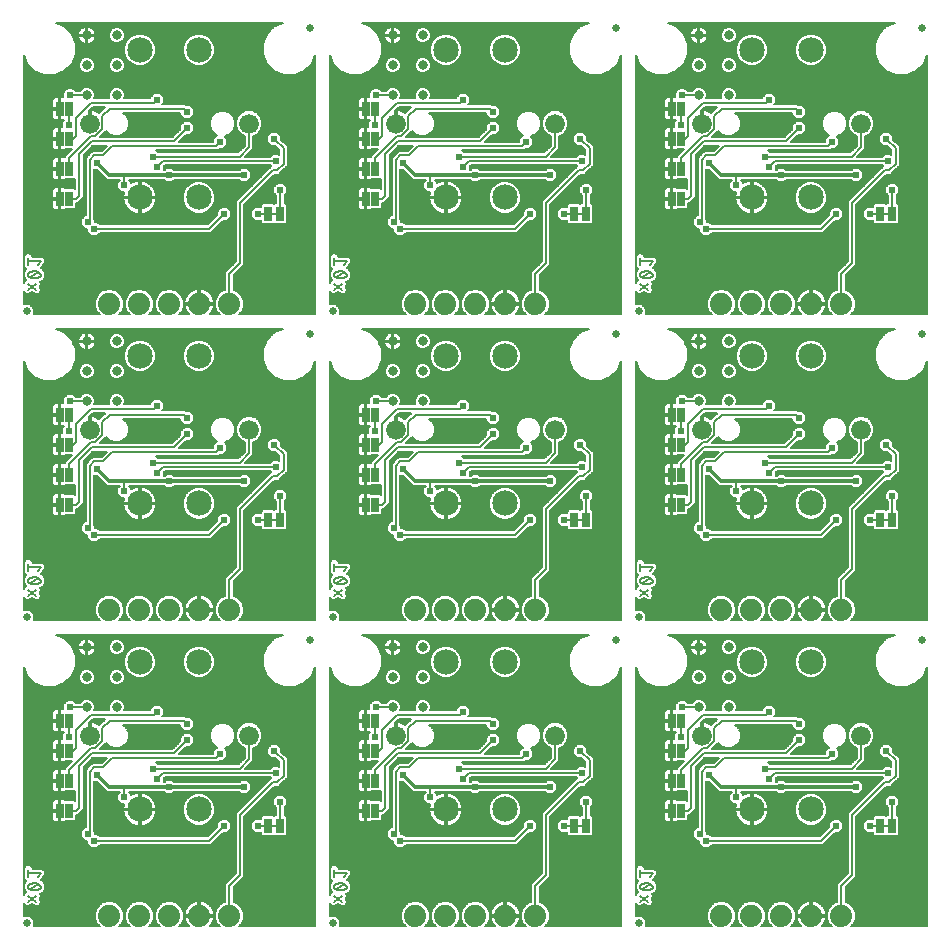
<source format=gbl>
G75*
%MOIN*%
%OFA0B0*%
%FSLAX25Y25*%
%IPPOS*%
%LPD*%
%AMOC8*
5,1,8,0,0,1.08239X$1,22.5*
%
%ADD10C,0.00800*%
%ADD11C,0.02500*%
%ADD12C,0.07400*%
%ADD13R,0.02500X0.05000*%
%ADD14C,0.03200*%
%ADD15R,0.01600X0.01000*%
%ADD16C,0.08500*%
%ADD17C,0.06600*%
%ADD18C,0.00600*%
%ADD19C,0.02400*%
%ADD20C,0.01200*%
D10*
X0031650Y0038425D02*
X0034450Y0040292D01*
X0033750Y0044575D02*
X0033638Y0044573D01*
X0033526Y0044568D01*
X0033414Y0044559D01*
X0033303Y0044546D01*
X0033192Y0044530D01*
X0033081Y0044510D01*
X0032972Y0044486D01*
X0032863Y0044459D01*
X0032755Y0044429D01*
X0032648Y0044395D01*
X0032542Y0044358D01*
X0032438Y0044317D01*
X0032335Y0044273D01*
X0032233Y0044225D01*
X0032233Y0044224D02*
X0032180Y0044204D01*
X0032129Y0044181D01*
X0032080Y0044154D01*
X0032032Y0044124D01*
X0031986Y0044091D01*
X0031943Y0044056D01*
X0031902Y0044017D01*
X0031863Y0043976D01*
X0031827Y0043932D01*
X0031795Y0043886D01*
X0031765Y0043839D01*
X0031739Y0043789D01*
X0031715Y0043737D01*
X0031696Y0043685D01*
X0031679Y0043631D01*
X0031667Y0043576D01*
X0031657Y0043520D01*
X0031652Y0043464D01*
X0031650Y0043408D01*
X0031652Y0043352D01*
X0031657Y0043296D01*
X0031667Y0043240D01*
X0031679Y0043185D01*
X0031696Y0043131D01*
X0031715Y0043079D01*
X0031739Y0043027D01*
X0031765Y0042977D01*
X0031795Y0042930D01*
X0031827Y0042884D01*
X0031863Y0042840D01*
X0031902Y0042799D01*
X0031943Y0042760D01*
X0031986Y0042725D01*
X0032032Y0042692D01*
X0032080Y0042662D01*
X0032129Y0042635D01*
X0032180Y0042612D01*
X0032233Y0042592D01*
X0032583Y0042475D02*
X0034917Y0044342D01*
X0035267Y0044224D02*
X0035320Y0044204D01*
X0035371Y0044181D01*
X0035420Y0044154D01*
X0035468Y0044124D01*
X0035514Y0044091D01*
X0035557Y0044056D01*
X0035598Y0044017D01*
X0035637Y0043976D01*
X0035673Y0043932D01*
X0035705Y0043886D01*
X0035735Y0043839D01*
X0035761Y0043789D01*
X0035785Y0043737D01*
X0035804Y0043685D01*
X0035821Y0043631D01*
X0035833Y0043576D01*
X0035843Y0043520D01*
X0035848Y0043464D01*
X0035850Y0043408D01*
X0035848Y0043352D01*
X0035843Y0043296D01*
X0035833Y0043240D01*
X0035821Y0043185D01*
X0035804Y0043131D01*
X0035785Y0043079D01*
X0035761Y0043027D01*
X0035735Y0042977D01*
X0035705Y0042930D01*
X0035672Y0042884D01*
X0035637Y0042840D01*
X0035598Y0042799D01*
X0035557Y0042760D01*
X0035514Y0042725D01*
X0035468Y0042692D01*
X0035420Y0042662D01*
X0035371Y0042635D01*
X0035320Y0042612D01*
X0035267Y0042592D01*
X0035267Y0044225D02*
X0035165Y0044273D01*
X0035062Y0044317D01*
X0034958Y0044358D01*
X0034852Y0044395D01*
X0034745Y0044429D01*
X0034637Y0044459D01*
X0034528Y0044486D01*
X0034419Y0044510D01*
X0034308Y0044530D01*
X0034197Y0044546D01*
X0034086Y0044559D01*
X0033974Y0044568D01*
X0033862Y0044573D01*
X0033750Y0044575D01*
X0033750Y0042242D02*
X0033862Y0042244D01*
X0033974Y0042249D01*
X0034086Y0042258D01*
X0034197Y0042271D01*
X0034308Y0042287D01*
X0034419Y0042307D01*
X0034528Y0042331D01*
X0034637Y0042358D01*
X0034745Y0042388D01*
X0034852Y0042422D01*
X0034958Y0042459D01*
X0035062Y0042500D01*
X0035165Y0042544D01*
X0035267Y0042592D01*
X0033750Y0042242D02*
X0033638Y0042244D01*
X0033526Y0042249D01*
X0033414Y0042258D01*
X0033303Y0042271D01*
X0033192Y0042287D01*
X0033081Y0042307D01*
X0032972Y0042331D01*
X0032863Y0042358D01*
X0032755Y0042388D01*
X0032648Y0042422D01*
X0032542Y0042459D01*
X0032438Y0042500D01*
X0032335Y0042544D01*
X0032233Y0042592D01*
X0031650Y0040292D02*
X0034450Y0038425D01*
X0034917Y0046742D02*
X0035850Y0047908D01*
X0031650Y0047908D01*
X0031650Y0046742D02*
X0031650Y0049075D01*
X0031650Y0140425D02*
X0034450Y0142292D01*
X0033750Y0146575D02*
X0033638Y0146573D01*
X0033526Y0146568D01*
X0033414Y0146559D01*
X0033303Y0146546D01*
X0033192Y0146530D01*
X0033081Y0146510D01*
X0032972Y0146486D01*
X0032863Y0146459D01*
X0032755Y0146429D01*
X0032648Y0146395D01*
X0032542Y0146358D01*
X0032438Y0146317D01*
X0032335Y0146273D01*
X0032233Y0146225D01*
X0032233Y0146224D02*
X0032180Y0146204D01*
X0032129Y0146181D01*
X0032080Y0146154D01*
X0032032Y0146124D01*
X0031986Y0146091D01*
X0031943Y0146056D01*
X0031902Y0146017D01*
X0031863Y0145976D01*
X0031827Y0145932D01*
X0031795Y0145886D01*
X0031765Y0145839D01*
X0031739Y0145789D01*
X0031715Y0145737D01*
X0031696Y0145685D01*
X0031679Y0145631D01*
X0031667Y0145576D01*
X0031657Y0145520D01*
X0031652Y0145464D01*
X0031650Y0145408D01*
X0031652Y0145352D01*
X0031657Y0145296D01*
X0031667Y0145240D01*
X0031679Y0145185D01*
X0031696Y0145131D01*
X0031715Y0145079D01*
X0031739Y0145027D01*
X0031765Y0144977D01*
X0031795Y0144930D01*
X0031827Y0144884D01*
X0031863Y0144840D01*
X0031902Y0144799D01*
X0031943Y0144760D01*
X0031986Y0144725D01*
X0032032Y0144692D01*
X0032080Y0144662D01*
X0032129Y0144635D01*
X0032180Y0144612D01*
X0032233Y0144592D01*
X0032583Y0144475D02*
X0034917Y0146342D01*
X0035267Y0146224D02*
X0035320Y0146204D01*
X0035371Y0146181D01*
X0035420Y0146154D01*
X0035468Y0146124D01*
X0035514Y0146091D01*
X0035557Y0146056D01*
X0035598Y0146017D01*
X0035637Y0145976D01*
X0035673Y0145932D01*
X0035705Y0145886D01*
X0035735Y0145839D01*
X0035761Y0145789D01*
X0035785Y0145737D01*
X0035804Y0145685D01*
X0035821Y0145631D01*
X0035833Y0145576D01*
X0035843Y0145520D01*
X0035848Y0145464D01*
X0035850Y0145408D01*
X0035848Y0145352D01*
X0035843Y0145296D01*
X0035833Y0145240D01*
X0035821Y0145185D01*
X0035804Y0145131D01*
X0035785Y0145079D01*
X0035761Y0145027D01*
X0035735Y0144977D01*
X0035705Y0144930D01*
X0035672Y0144884D01*
X0035637Y0144840D01*
X0035598Y0144799D01*
X0035557Y0144760D01*
X0035514Y0144725D01*
X0035468Y0144692D01*
X0035420Y0144662D01*
X0035371Y0144635D01*
X0035320Y0144612D01*
X0035267Y0144592D01*
X0035267Y0146225D02*
X0035165Y0146273D01*
X0035062Y0146317D01*
X0034958Y0146358D01*
X0034852Y0146395D01*
X0034745Y0146429D01*
X0034637Y0146459D01*
X0034528Y0146486D01*
X0034419Y0146510D01*
X0034308Y0146530D01*
X0034197Y0146546D01*
X0034086Y0146559D01*
X0033974Y0146568D01*
X0033862Y0146573D01*
X0033750Y0146575D01*
X0033750Y0144242D02*
X0033862Y0144244D01*
X0033974Y0144249D01*
X0034086Y0144258D01*
X0034197Y0144271D01*
X0034308Y0144287D01*
X0034419Y0144307D01*
X0034528Y0144331D01*
X0034637Y0144358D01*
X0034745Y0144388D01*
X0034852Y0144422D01*
X0034958Y0144459D01*
X0035062Y0144500D01*
X0035165Y0144544D01*
X0035267Y0144592D01*
X0033750Y0144242D02*
X0033638Y0144244D01*
X0033526Y0144249D01*
X0033414Y0144258D01*
X0033303Y0144271D01*
X0033192Y0144287D01*
X0033081Y0144307D01*
X0032972Y0144331D01*
X0032863Y0144358D01*
X0032755Y0144388D01*
X0032648Y0144422D01*
X0032542Y0144459D01*
X0032438Y0144500D01*
X0032335Y0144544D01*
X0032233Y0144592D01*
X0031650Y0142292D02*
X0034450Y0140425D01*
X0034917Y0148742D02*
X0035850Y0149908D01*
X0031650Y0149908D01*
X0031650Y0148742D02*
X0031650Y0151075D01*
X0031650Y0242425D02*
X0034450Y0244292D01*
X0033750Y0248575D02*
X0033638Y0248573D01*
X0033526Y0248568D01*
X0033414Y0248559D01*
X0033303Y0248546D01*
X0033192Y0248530D01*
X0033081Y0248510D01*
X0032972Y0248486D01*
X0032863Y0248459D01*
X0032755Y0248429D01*
X0032648Y0248395D01*
X0032542Y0248358D01*
X0032438Y0248317D01*
X0032335Y0248273D01*
X0032233Y0248225D01*
X0032233Y0248224D02*
X0032180Y0248204D01*
X0032129Y0248181D01*
X0032080Y0248154D01*
X0032032Y0248124D01*
X0031986Y0248091D01*
X0031943Y0248056D01*
X0031902Y0248017D01*
X0031863Y0247976D01*
X0031827Y0247932D01*
X0031795Y0247886D01*
X0031765Y0247839D01*
X0031739Y0247789D01*
X0031715Y0247737D01*
X0031696Y0247685D01*
X0031679Y0247631D01*
X0031667Y0247576D01*
X0031657Y0247520D01*
X0031652Y0247464D01*
X0031650Y0247408D01*
X0031652Y0247352D01*
X0031657Y0247296D01*
X0031667Y0247240D01*
X0031679Y0247185D01*
X0031696Y0247131D01*
X0031715Y0247079D01*
X0031739Y0247027D01*
X0031765Y0246977D01*
X0031795Y0246930D01*
X0031827Y0246884D01*
X0031863Y0246840D01*
X0031902Y0246799D01*
X0031943Y0246760D01*
X0031986Y0246725D01*
X0032032Y0246692D01*
X0032080Y0246662D01*
X0032129Y0246635D01*
X0032180Y0246612D01*
X0032233Y0246592D01*
X0032583Y0246475D02*
X0034917Y0248342D01*
X0035267Y0248224D02*
X0035320Y0248204D01*
X0035371Y0248181D01*
X0035420Y0248154D01*
X0035468Y0248124D01*
X0035514Y0248091D01*
X0035557Y0248056D01*
X0035598Y0248017D01*
X0035637Y0247976D01*
X0035673Y0247932D01*
X0035705Y0247886D01*
X0035735Y0247839D01*
X0035761Y0247789D01*
X0035785Y0247737D01*
X0035804Y0247685D01*
X0035821Y0247631D01*
X0035833Y0247576D01*
X0035843Y0247520D01*
X0035848Y0247464D01*
X0035850Y0247408D01*
X0035848Y0247352D01*
X0035843Y0247296D01*
X0035833Y0247240D01*
X0035821Y0247185D01*
X0035804Y0247131D01*
X0035785Y0247079D01*
X0035761Y0247027D01*
X0035735Y0246977D01*
X0035705Y0246930D01*
X0035672Y0246884D01*
X0035637Y0246840D01*
X0035598Y0246799D01*
X0035557Y0246760D01*
X0035514Y0246725D01*
X0035468Y0246692D01*
X0035420Y0246662D01*
X0035371Y0246635D01*
X0035320Y0246612D01*
X0035267Y0246592D01*
X0035267Y0248225D02*
X0035165Y0248273D01*
X0035062Y0248317D01*
X0034958Y0248358D01*
X0034852Y0248395D01*
X0034745Y0248429D01*
X0034637Y0248459D01*
X0034528Y0248486D01*
X0034419Y0248510D01*
X0034308Y0248530D01*
X0034197Y0248546D01*
X0034086Y0248559D01*
X0033974Y0248568D01*
X0033862Y0248573D01*
X0033750Y0248575D01*
X0033750Y0246242D02*
X0033862Y0246244D01*
X0033974Y0246249D01*
X0034086Y0246258D01*
X0034197Y0246271D01*
X0034308Y0246287D01*
X0034419Y0246307D01*
X0034528Y0246331D01*
X0034637Y0246358D01*
X0034745Y0246388D01*
X0034852Y0246422D01*
X0034958Y0246459D01*
X0035062Y0246500D01*
X0035165Y0246544D01*
X0035267Y0246592D01*
X0033750Y0246242D02*
X0033638Y0246244D01*
X0033526Y0246249D01*
X0033414Y0246258D01*
X0033303Y0246271D01*
X0033192Y0246287D01*
X0033081Y0246307D01*
X0032972Y0246331D01*
X0032863Y0246358D01*
X0032755Y0246388D01*
X0032648Y0246422D01*
X0032542Y0246459D01*
X0032438Y0246500D01*
X0032335Y0246544D01*
X0032233Y0246592D01*
X0031650Y0244292D02*
X0034450Y0242425D01*
X0034917Y0250742D02*
X0035850Y0251908D01*
X0031650Y0251908D01*
X0031650Y0250742D02*
X0031650Y0253075D01*
X0133650Y0253075D02*
X0133650Y0250742D01*
X0133650Y0251908D02*
X0137850Y0251908D01*
X0136917Y0250742D01*
X0135750Y0246242D02*
X0135638Y0246244D01*
X0135526Y0246249D01*
X0135414Y0246258D01*
X0135303Y0246271D01*
X0135192Y0246287D01*
X0135081Y0246307D01*
X0134972Y0246331D01*
X0134863Y0246358D01*
X0134755Y0246388D01*
X0134648Y0246422D01*
X0134542Y0246459D01*
X0134438Y0246500D01*
X0134335Y0246544D01*
X0134233Y0246592D01*
X0134583Y0246475D02*
X0136917Y0248342D01*
X0137267Y0248224D02*
X0137320Y0248204D01*
X0137371Y0248181D01*
X0137420Y0248154D01*
X0137468Y0248124D01*
X0137514Y0248091D01*
X0137557Y0248056D01*
X0137598Y0248017D01*
X0137637Y0247976D01*
X0137673Y0247932D01*
X0137705Y0247886D01*
X0137735Y0247839D01*
X0137761Y0247789D01*
X0137785Y0247737D01*
X0137804Y0247685D01*
X0137821Y0247631D01*
X0137833Y0247576D01*
X0137843Y0247520D01*
X0137848Y0247464D01*
X0137850Y0247408D01*
X0137848Y0247352D01*
X0137843Y0247296D01*
X0137833Y0247240D01*
X0137821Y0247185D01*
X0137804Y0247131D01*
X0137785Y0247079D01*
X0137761Y0247027D01*
X0137735Y0246977D01*
X0137705Y0246930D01*
X0137672Y0246884D01*
X0137637Y0246840D01*
X0137598Y0246799D01*
X0137557Y0246760D01*
X0137514Y0246725D01*
X0137468Y0246692D01*
X0137420Y0246662D01*
X0137371Y0246635D01*
X0137320Y0246612D01*
X0137267Y0246592D01*
X0137267Y0248225D02*
X0137165Y0248273D01*
X0137062Y0248317D01*
X0136958Y0248358D01*
X0136852Y0248395D01*
X0136745Y0248429D01*
X0136637Y0248459D01*
X0136528Y0248486D01*
X0136419Y0248510D01*
X0136308Y0248530D01*
X0136197Y0248546D01*
X0136086Y0248559D01*
X0135974Y0248568D01*
X0135862Y0248573D01*
X0135750Y0248575D01*
X0135750Y0246242D02*
X0135862Y0246244D01*
X0135974Y0246249D01*
X0136086Y0246258D01*
X0136197Y0246271D01*
X0136308Y0246287D01*
X0136419Y0246307D01*
X0136528Y0246331D01*
X0136637Y0246358D01*
X0136745Y0246388D01*
X0136852Y0246422D01*
X0136958Y0246459D01*
X0137062Y0246500D01*
X0137165Y0246544D01*
X0137267Y0246592D01*
X0135750Y0248575D02*
X0135638Y0248573D01*
X0135526Y0248568D01*
X0135414Y0248559D01*
X0135303Y0248546D01*
X0135192Y0248530D01*
X0135081Y0248510D01*
X0134972Y0248486D01*
X0134863Y0248459D01*
X0134755Y0248429D01*
X0134648Y0248395D01*
X0134542Y0248358D01*
X0134438Y0248317D01*
X0134335Y0248273D01*
X0134233Y0248225D01*
X0134233Y0248224D02*
X0134180Y0248204D01*
X0134129Y0248181D01*
X0134080Y0248154D01*
X0134032Y0248124D01*
X0133986Y0248091D01*
X0133943Y0248056D01*
X0133902Y0248017D01*
X0133863Y0247976D01*
X0133827Y0247932D01*
X0133795Y0247886D01*
X0133765Y0247839D01*
X0133739Y0247789D01*
X0133715Y0247737D01*
X0133696Y0247685D01*
X0133679Y0247631D01*
X0133667Y0247576D01*
X0133657Y0247520D01*
X0133652Y0247464D01*
X0133650Y0247408D01*
X0133652Y0247352D01*
X0133657Y0247296D01*
X0133667Y0247240D01*
X0133679Y0247185D01*
X0133696Y0247131D01*
X0133715Y0247079D01*
X0133739Y0247027D01*
X0133765Y0246977D01*
X0133795Y0246930D01*
X0133827Y0246884D01*
X0133863Y0246840D01*
X0133902Y0246799D01*
X0133943Y0246760D01*
X0133986Y0246725D01*
X0134032Y0246692D01*
X0134080Y0246662D01*
X0134129Y0246635D01*
X0134180Y0246612D01*
X0134233Y0246592D01*
X0133650Y0244292D02*
X0136450Y0242425D01*
X0136450Y0244292D02*
X0133650Y0242425D01*
X0133650Y0151075D02*
X0133650Y0148742D01*
X0133650Y0149908D02*
X0137850Y0149908D01*
X0136917Y0148742D01*
X0135750Y0144242D02*
X0135638Y0144244D01*
X0135526Y0144249D01*
X0135414Y0144258D01*
X0135303Y0144271D01*
X0135192Y0144287D01*
X0135081Y0144307D01*
X0134972Y0144331D01*
X0134863Y0144358D01*
X0134755Y0144388D01*
X0134648Y0144422D01*
X0134542Y0144459D01*
X0134438Y0144500D01*
X0134335Y0144544D01*
X0134233Y0144592D01*
X0134583Y0144475D02*
X0136917Y0146342D01*
X0137267Y0146224D02*
X0137320Y0146204D01*
X0137371Y0146181D01*
X0137420Y0146154D01*
X0137468Y0146124D01*
X0137514Y0146091D01*
X0137557Y0146056D01*
X0137598Y0146017D01*
X0137637Y0145976D01*
X0137673Y0145932D01*
X0137705Y0145886D01*
X0137735Y0145839D01*
X0137761Y0145789D01*
X0137785Y0145737D01*
X0137804Y0145685D01*
X0137821Y0145631D01*
X0137833Y0145576D01*
X0137843Y0145520D01*
X0137848Y0145464D01*
X0137850Y0145408D01*
X0137848Y0145352D01*
X0137843Y0145296D01*
X0137833Y0145240D01*
X0137821Y0145185D01*
X0137804Y0145131D01*
X0137785Y0145079D01*
X0137761Y0145027D01*
X0137735Y0144977D01*
X0137705Y0144930D01*
X0137672Y0144884D01*
X0137637Y0144840D01*
X0137598Y0144799D01*
X0137557Y0144760D01*
X0137514Y0144725D01*
X0137468Y0144692D01*
X0137420Y0144662D01*
X0137371Y0144635D01*
X0137320Y0144612D01*
X0137267Y0144592D01*
X0137267Y0146225D02*
X0137165Y0146273D01*
X0137062Y0146317D01*
X0136958Y0146358D01*
X0136852Y0146395D01*
X0136745Y0146429D01*
X0136637Y0146459D01*
X0136528Y0146486D01*
X0136419Y0146510D01*
X0136308Y0146530D01*
X0136197Y0146546D01*
X0136086Y0146559D01*
X0135974Y0146568D01*
X0135862Y0146573D01*
X0135750Y0146575D01*
X0135750Y0144242D02*
X0135862Y0144244D01*
X0135974Y0144249D01*
X0136086Y0144258D01*
X0136197Y0144271D01*
X0136308Y0144287D01*
X0136419Y0144307D01*
X0136528Y0144331D01*
X0136637Y0144358D01*
X0136745Y0144388D01*
X0136852Y0144422D01*
X0136958Y0144459D01*
X0137062Y0144500D01*
X0137165Y0144544D01*
X0137267Y0144592D01*
X0135750Y0146575D02*
X0135638Y0146573D01*
X0135526Y0146568D01*
X0135414Y0146559D01*
X0135303Y0146546D01*
X0135192Y0146530D01*
X0135081Y0146510D01*
X0134972Y0146486D01*
X0134863Y0146459D01*
X0134755Y0146429D01*
X0134648Y0146395D01*
X0134542Y0146358D01*
X0134438Y0146317D01*
X0134335Y0146273D01*
X0134233Y0146225D01*
X0134233Y0146224D02*
X0134180Y0146204D01*
X0134129Y0146181D01*
X0134080Y0146154D01*
X0134032Y0146124D01*
X0133986Y0146091D01*
X0133943Y0146056D01*
X0133902Y0146017D01*
X0133863Y0145976D01*
X0133827Y0145932D01*
X0133795Y0145886D01*
X0133765Y0145839D01*
X0133739Y0145789D01*
X0133715Y0145737D01*
X0133696Y0145685D01*
X0133679Y0145631D01*
X0133667Y0145576D01*
X0133657Y0145520D01*
X0133652Y0145464D01*
X0133650Y0145408D01*
X0133652Y0145352D01*
X0133657Y0145296D01*
X0133667Y0145240D01*
X0133679Y0145185D01*
X0133696Y0145131D01*
X0133715Y0145079D01*
X0133739Y0145027D01*
X0133765Y0144977D01*
X0133795Y0144930D01*
X0133827Y0144884D01*
X0133863Y0144840D01*
X0133902Y0144799D01*
X0133943Y0144760D01*
X0133986Y0144725D01*
X0134032Y0144692D01*
X0134080Y0144662D01*
X0134129Y0144635D01*
X0134180Y0144612D01*
X0134233Y0144592D01*
X0133650Y0142292D02*
X0136450Y0140425D01*
X0136450Y0142292D02*
X0133650Y0140425D01*
X0133650Y0049075D02*
X0133650Y0046742D01*
X0133650Y0047908D02*
X0137850Y0047908D01*
X0136917Y0046742D01*
X0135750Y0042242D02*
X0135638Y0042244D01*
X0135526Y0042249D01*
X0135414Y0042258D01*
X0135303Y0042271D01*
X0135192Y0042287D01*
X0135081Y0042307D01*
X0134972Y0042331D01*
X0134863Y0042358D01*
X0134755Y0042388D01*
X0134648Y0042422D01*
X0134542Y0042459D01*
X0134438Y0042500D01*
X0134335Y0042544D01*
X0134233Y0042592D01*
X0134583Y0042475D02*
X0136917Y0044342D01*
X0137267Y0044224D02*
X0137320Y0044204D01*
X0137371Y0044181D01*
X0137420Y0044154D01*
X0137468Y0044124D01*
X0137514Y0044091D01*
X0137557Y0044056D01*
X0137598Y0044017D01*
X0137637Y0043976D01*
X0137673Y0043932D01*
X0137705Y0043886D01*
X0137735Y0043839D01*
X0137761Y0043789D01*
X0137785Y0043737D01*
X0137804Y0043685D01*
X0137821Y0043631D01*
X0137833Y0043576D01*
X0137843Y0043520D01*
X0137848Y0043464D01*
X0137850Y0043408D01*
X0137848Y0043352D01*
X0137843Y0043296D01*
X0137833Y0043240D01*
X0137821Y0043185D01*
X0137804Y0043131D01*
X0137785Y0043079D01*
X0137761Y0043027D01*
X0137735Y0042977D01*
X0137705Y0042930D01*
X0137672Y0042884D01*
X0137637Y0042840D01*
X0137598Y0042799D01*
X0137557Y0042760D01*
X0137514Y0042725D01*
X0137468Y0042692D01*
X0137420Y0042662D01*
X0137371Y0042635D01*
X0137320Y0042612D01*
X0137267Y0042592D01*
X0137267Y0044225D02*
X0137165Y0044273D01*
X0137062Y0044317D01*
X0136958Y0044358D01*
X0136852Y0044395D01*
X0136745Y0044429D01*
X0136637Y0044459D01*
X0136528Y0044486D01*
X0136419Y0044510D01*
X0136308Y0044530D01*
X0136197Y0044546D01*
X0136086Y0044559D01*
X0135974Y0044568D01*
X0135862Y0044573D01*
X0135750Y0044575D01*
X0135750Y0042242D02*
X0135862Y0042244D01*
X0135974Y0042249D01*
X0136086Y0042258D01*
X0136197Y0042271D01*
X0136308Y0042287D01*
X0136419Y0042307D01*
X0136528Y0042331D01*
X0136637Y0042358D01*
X0136745Y0042388D01*
X0136852Y0042422D01*
X0136958Y0042459D01*
X0137062Y0042500D01*
X0137165Y0042544D01*
X0137267Y0042592D01*
X0135750Y0044575D02*
X0135638Y0044573D01*
X0135526Y0044568D01*
X0135414Y0044559D01*
X0135303Y0044546D01*
X0135192Y0044530D01*
X0135081Y0044510D01*
X0134972Y0044486D01*
X0134863Y0044459D01*
X0134755Y0044429D01*
X0134648Y0044395D01*
X0134542Y0044358D01*
X0134438Y0044317D01*
X0134335Y0044273D01*
X0134233Y0044225D01*
X0134233Y0044224D02*
X0134180Y0044204D01*
X0134129Y0044181D01*
X0134080Y0044154D01*
X0134032Y0044124D01*
X0133986Y0044091D01*
X0133943Y0044056D01*
X0133902Y0044017D01*
X0133863Y0043976D01*
X0133827Y0043932D01*
X0133795Y0043886D01*
X0133765Y0043839D01*
X0133739Y0043789D01*
X0133715Y0043737D01*
X0133696Y0043685D01*
X0133679Y0043631D01*
X0133667Y0043576D01*
X0133657Y0043520D01*
X0133652Y0043464D01*
X0133650Y0043408D01*
X0133652Y0043352D01*
X0133657Y0043296D01*
X0133667Y0043240D01*
X0133679Y0043185D01*
X0133696Y0043131D01*
X0133715Y0043079D01*
X0133739Y0043027D01*
X0133765Y0042977D01*
X0133795Y0042930D01*
X0133827Y0042884D01*
X0133863Y0042840D01*
X0133902Y0042799D01*
X0133943Y0042760D01*
X0133986Y0042725D01*
X0134032Y0042692D01*
X0134080Y0042662D01*
X0134129Y0042635D01*
X0134180Y0042612D01*
X0134233Y0042592D01*
X0133650Y0040292D02*
X0136450Y0038425D01*
X0136450Y0040292D02*
X0133650Y0038425D01*
X0235650Y0038425D02*
X0238450Y0040292D01*
X0237750Y0044575D02*
X0237638Y0044573D01*
X0237526Y0044568D01*
X0237414Y0044559D01*
X0237303Y0044546D01*
X0237192Y0044530D01*
X0237081Y0044510D01*
X0236972Y0044486D01*
X0236863Y0044459D01*
X0236755Y0044429D01*
X0236648Y0044395D01*
X0236542Y0044358D01*
X0236438Y0044317D01*
X0236335Y0044273D01*
X0236233Y0044225D01*
X0236233Y0044224D02*
X0236180Y0044204D01*
X0236129Y0044181D01*
X0236080Y0044154D01*
X0236032Y0044124D01*
X0235986Y0044091D01*
X0235943Y0044056D01*
X0235902Y0044017D01*
X0235863Y0043976D01*
X0235827Y0043932D01*
X0235795Y0043886D01*
X0235765Y0043839D01*
X0235739Y0043789D01*
X0235715Y0043737D01*
X0235696Y0043685D01*
X0235679Y0043631D01*
X0235667Y0043576D01*
X0235657Y0043520D01*
X0235652Y0043464D01*
X0235650Y0043408D01*
X0235652Y0043352D01*
X0235657Y0043296D01*
X0235667Y0043240D01*
X0235679Y0043185D01*
X0235696Y0043131D01*
X0235715Y0043079D01*
X0235739Y0043027D01*
X0235765Y0042977D01*
X0235795Y0042930D01*
X0235827Y0042884D01*
X0235863Y0042840D01*
X0235902Y0042799D01*
X0235943Y0042760D01*
X0235986Y0042725D01*
X0236032Y0042692D01*
X0236080Y0042662D01*
X0236129Y0042635D01*
X0236180Y0042612D01*
X0236233Y0042592D01*
X0236583Y0042475D02*
X0238917Y0044342D01*
X0239267Y0044224D02*
X0239320Y0044204D01*
X0239371Y0044181D01*
X0239420Y0044154D01*
X0239468Y0044124D01*
X0239514Y0044091D01*
X0239557Y0044056D01*
X0239598Y0044017D01*
X0239637Y0043976D01*
X0239673Y0043932D01*
X0239705Y0043886D01*
X0239735Y0043839D01*
X0239761Y0043789D01*
X0239785Y0043737D01*
X0239804Y0043685D01*
X0239821Y0043631D01*
X0239833Y0043576D01*
X0239843Y0043520D01*
X0239848Y0043464D01*
X0239850Y0043408D01*
X0239848Y0043352D01*
X0239843Y0043296D01*
X0239833Y0043240D01*
X0239821Y0043185D01*
X0239804Y0043131D01*
X0239785Y0043079D01*
X0239761Y0043027D01*
X0239735Y0042977D01*
X0239705Y0042930D01*
X0239672Y0042884D01*
X0239637Y0042840D01*
X0239598Y0042799D01*
X0239557Y0042760D01*
X0239514Y0042725D01*
X0239468Y0042692D01*
X0239420Y0042662D01*
X0239371Y0042635D01*
X0239320Y0042612D01*
X0239267Y0042592D01*
X0239267Y0044225D02*
X0239165Y0044273D01*
X0239062Y0044317D01*
X0238958Y0044358D01*
X0238852Y0044395D01*
X0238745Y0044429D01*
X0238637Y0044459D01*
X0238528Y0044486D01*
X0238419Y0044510D01*
X0238308Y0044530D01*
X0238197Y0044546D01*
X0238086Y0044559D01*
X0237974Y0044568D01*
X0237862Y0044573D01*
X0237750Y0044575D01*
X0237750Y0042242D02*
X0237862Y0042244D01*
X0237974Y0042249D01*
X0238086Y0042258D01*
X0238197Y0042271D01*
X0238308Y0042287D01*
X0238419Y0042307D01*
X0238528Y0042331D01*
X0238637Y0042358D01*
X0238745Y0042388D01*
X0238852Y0042422D01*
X0238958Y0042459D01*
X0239062Y0042500D01*
X0239165Y0042544D01*
X0239267Y0042592D01*
X0237750Y0042242D02*
X0237638Y0042244D01*
X0237526Y0042249D01*
X0237414Y0042258D01*
X0237303Y0042271D01*
X0237192Y0042287D01*
X0237081Y0042307D01*
X0236972Y0042331D01*
X0236863Y0042358D01*
X0236755Y0042388D01*
X0236648Y0042422D01*
X0236542Y0042459D01*
X0236438Y0042500D01*
X0236335Y0042544D01*
X0236233Y0042592D01*
X0235650Y0040292D02*
X0238450Y0038425D01*
X0238917Y0046742D02*
X0239850Y0047908D01*
X0235650Y0047908D01*
X0235650Y0046742D02*
X0235650Y0049075D01*
X0235650Y0140425D02*
X0238450Y0142292D01*
X0237750Y0146575D02*
X0237638Y0146573D01*
X0237526Y0146568D01*
X0237414Y0146559D01*
X0237303Y0146546D01*
X0237192Y0146530D01*
X0237081Y0146510D01*
X0236972Y0146486D01*
X0236863Y0146459D01*
X0236755Y0146429D01*
X0236648Y0146395D01*
X0236542Y0146358D01*
X0236438Y0146317D01*
X0236335Y0146273D01*
X0236233Y0146225D01*
X0236233Y0146224D02*
X0236180Y0146204D01*
X0236129Y0146181D01*
X0236080Y0146154D01*
X0236032Y0146124D01*
X0235986Y0146091D01*
X0235943Y0146056D01*
X0235902Y0146017D01*
X0235863Y0145976D01*
X0235827Y0145932D01*
X0235795Y0145886D01*
X0235765Y0145839D01*
X0235739Y0145789D01*
X0235715Y0145737D01*
X0235696Y0145685D01*
X0235679Y0145631D01*
X0235667Y0145576D01*
X0235657Y0145520D01*
X0235652Y0145464D01*
X0235650Y0145408D01*
X0235652Y0145352D01*
X0235657Y0145296D01*
X0235667Y0145240D01*
X0235679Y0145185D01*
X0235696Y0145131D01*
X0235715Y0145079D01*
X0235739Y0145027D01*
X0235765Y0144977D01*
X0235795Y0144930D01*
X0235827Y0144884D01*
X0235863Y0144840D01*
X0235902Y0144799D01*
X0235943Y0144760D01*
X0235986Y0144725D01*
X0236032Y0144692D01*
X0236080Y0144662D01*
X0236129Y0144635D01*
X0236180Y0144612D01*
X0236233Y0144592D01*
X0236583Y0144475D02*
X0238917Y0146342D01*
X0239267Y0146224D02*
X0239320Y0146204D01*
X0239371Y0146181D01*
X0239420Y0146154D01*
X0239468Y0146124D01*
X0239514Y0146091D01*
X0239557Y0146056D01*
X0239598Y0146017D01*
X0239637Y0145976D01*
X0239673Y0145932D01*
X0239705Y0145886D01*
X0239735Y0145839D01*
X0239761Y0145789D01*
X0239785Y0145737D01*
X0239804Y0145685D01*
X0239821Y0145631D01*
X0239833Y0145576D01*
X0239843Y0145520D01*
X0239848Y0145464D01*
X0239850Y0145408D01*
X0239848Y0145352D01*
X0239843Y0145296D01*
X0239833Y0145240D01*
X0239821Y0145185D01*
X0239804Y0145131D01*
X0239785Y0145079D01*
X0239761Y0145027D01*
X0239735Y0144977D01*
X0239705Y0144930D01*
X0239672Y0144884D01*
X0239637Y0144840D01*
X0239598Y0144799D01*
X0239557Y0144760D01*
X0239514Y0144725D01*
X0239468Y0144692D01*
X0239420Y0144662D01*
X0239371Y0144635D01*
X0239320Y0144612D01*
X0239267Y0144592D01*
X0239267Y0146225D02*
X0239165Y0146273D01*
X0239062Y0146317D01*
X0238958Y0146358D01*
X0238852Y0146395D01*
X0238745Y0146429D01*
X0238637Y0146459D01*
X0238528Y0146486D01*
X0238419Y0146510D01*
X0238308Y0146530D01*
X0238197Y0146546D01*
X0238086Y0146559D01*
X0237974Y0146568D01*
X0237862Y0146573D01*
X0237750Y0146575D01*
X0237750Y0144242D02*
X0237862Y0144244D01*
X0237974Y0144249D01*
X0238086Y0144258D01*
X0238197Y0144271D01*
X0238308Y0144287D01*
X0238419Y0144307D01*
X0238528Y0144331D01*
X0238637Y0144358D01*
X0238745Y0144388D01*
X0238852Y0144422D01*
X0238958Y0144459D01*
X0239062Y0144500D01*
X0239165Y0144544D01*
X0239267Y0144592D01*
X0237750Y0144242D02*
X0237638Y0144244D01*
X0237526Y0144249D01*
X0237414Y0144258D01*
X0237303Y0144271D01*
X0237192Y0144287D01*
X0237081Y0144307D01*
X0236972Y0144331D01*
X0236863Y0144358D01*
X0236755Y0144388D01*
X0236648Y0144422D01*
X0236542Y0144459D01*
X0236438Y0144500D01*
X0236335Y0144544D01*
X0236233Y0144592D01*
X0235650Y0142292D02*
X0238450Y0140425D01*
X0238917Y0148742D02*
X0239850Y0149908D01*
X0235650Y0149908D01*
X0235650Y0148742D02*
X0235650Y0151075D01*
X0235650Y0242425D02*
X0238450Y0244292D01*
X0237750Y0248575D02*
X0237638Y0248573D01*
X0237526Y0248568D01*
X0237414Y0248559D01*
X0237303Y0248546D01*
X0237192Y0248530D01*
X0237081Y0248510D01*
X0236972Y0248486D01*
X0236863Y0248459D01*
X0236755Y0248429D01*
X0236648Y0248395D01*
X0236542Y0248358D01*
X0236438Y0248317D01*
X0236335Y0248273D01*
X0236233Y0248225D01*
X0236233Y0248224D02*
X0236180Y0248204D01*
X0236129Y0248181D01*
X0236080Y0248154D01*
X0236032Y0248124D01*
X0235986Y0248091D01*
X0235943Y0248056D01*
X0235902Y0248017D01*
X0235863Y0247976D01*
X0235827Y0247932D01*
X0235795Y0247886D01*
X0235765Y0247839D01*
X0235739Y0247789D01*
X0235715Y0247737D01*
X0235696Y0247685D01*
X0235679Y0247631D01*
X0235667Y0247576D01*
X0235657Y0247520D01*
X0235652Y0247464D01*
X0235650Y0247408D01*
X0235652Y0247352D01*
X0235657Y0247296D01*
X0235667Y0247240D01*
X0235679Y0247185D01*
X0235696Y0247131D01*
X0235715Y0247079D01*
X0235739Y0247027D01*
X0235765Y0246977D01*
X0235795Y0246930D01*
X0235827Y0246884D01*
X0235863Y0246840D01*
X0235902Y0246799D01*
X0235943Y0246760D01*
X0235986Y0246725D01*
X0236032Y0246692D01*
X0236080Y0246662D01*
X0236129Y0246635D01*
X0236180Y0246612D01*
X0236233Y0246592D01*
X0236583Y0246475D02*
X0238917Y0248342D01*
X0239267Y0248224D02*
X0239320Y0248204D01*
X0239371Y0248181D01*
X0239420Y0248154D01*
X0239468Y0248124D01*
X0239514Y0248091D01*
X0239557Y0248056D01*
X0239598Y0248017D01*
X0239637Y0247976D01*
X0239673Y0247932D01*
X0239705Y0247886D01*
X0239735Y0247839D01*
X0239761Y0247789D01*
X0239785Y0247737D01*
X0239804Y0247685D01*
X0239821Y0247631D01*
X0239833Y0247576D01*
X0239843Y0247520D01*
X0239848Y0247464D01*
X0239850Y0247408D01*
X0239848Y0247352D01*
X0239843Y0247296D01*
X0239833Y0247240D01*
X0239821Y0247185D01*
X0239804Y0247131D01*
X0239785Y0247079D01*
X0239761Y0247027D01*
X0239735Y0246977D01*
X0239705Y0246930D01*
X0239672Y0246884D01*
X0239637Y0246840D01*
X0239598Y0246799D01*
X0239557Y0246760D01*
X0239514Y0246725D01*
X0239468Y0246692D01*
X0239420Y0246662D01*
X0239371Y0246635D01*
X0239320Y0246612D01*
X0239267Y0246592D01*
X0239267Y0248225D02*
X0239165Y0248273D01*
X0239062Y0248317D01*
X0238958Y0248358D01*
X0238852Y0248395D01*
X0238745Y0248429D01*
X0238637Y0248459D01*
X0238528Y0248486D01*
X0238419Y0248510D01*
X0238308Y0248530D01*
X0238197Y0248546D01*
X0238086Y0248559D01*
X0237974Y0248568D01*
X0237862Y0248573D01*
X0237750Y0248575D01*
X0237750Y0246242D02*
X0237862Y0246244D01*
X0237974Y0246249D01*
X0238086Y0246258D01*
X0238197Y0246271D01*
X0238308Y0246287D01*
X0238419Y0246307D01*
X0238528Y0246331D01*
X0238637Y0246358D01*
X0238745Y0246388D01*
X0238852Y0246422D01*
X0238958Y0246459D01*
X0239062Y0246500D01*
X0239165Y0246544D01*
X0239267Y0246592D01*
X0237750Y0246242D02*
X0237638Y0246244D01*
X0237526Y0246249D01*
X0237414Y0246258D01*
X0237303Y0246271D01*
X0237192Y0246287D01*
X0237081Y0246307D01*
X0236972Y0246331D01*
X0236863Y0246358D01*
X0236755Y0246388D01*
X0236648Y0246422D01*
X0236542Y0246459D01*
X0236438Y0246500D01*
X0236335Y0246544D01*
X0236233Y0246592D01*
X0235650Y0244292D02*
X0238450Y0242425D01*
X0238917Y0250742D02*
X0239850Y0251908D01*
X0235650Y0251908D01*
X0235650Y0250742D02*
X0235650Y0253075D01*
D11*
X0031250Y0031250D03*
X0133250Y0031250D03*
X0235250Y0031250D03*
X0227750Y0125750D03*
X0235250Y0133250D03*
X0329750Y0125750D03*
X0329750Y0227750D03*
X0235250Y0235250D03*
X0227750Y0227750D03*
X0133250Y0235250D03*
X0125750Y0227750D03*
X0031250Y0235250D03*
X0125750Y0329750D03*
X0227750Y0329750D03*
X0329750Y0329750D03*
X0133250Y0133250D03*
X0125750Y0125750D03*
X0031250Y0133250D03*
D12*
X0058750Y0135750D03*
X0068750Y0135750D03*
X0078750Y0135750D03*
X0088750Y0135750D03*
X0098750Y0135750D03*
X0160750Y0135750D03*
X0170750Y0135750D03*
X0180750Y0135750D03*
X0190750Y0135750D03*
X0200750Y0135750D03*
X0262750Y0135750D03*
X0272750Y0135750D03*
X0282750Y0135750D03*
X0292750Y0135750D03*
X0302750Y0135750D03*
X0302750Y0033750D03*
X0292750Y0033750D03*
X0282750Y0033750D03*
X0272750Y0033750D03*
X0262750Y0033750D03*
X0200750Y0033750D03*
X0190750Y0033750D03*
X0180750Y0033750D03*
X0170750Y0033750D03*
X0160750Y0033750D03*
X0098750Y0033750D03*
X0088750Y0033750D03*
X0078750Y0033750D03*
X0068750Y0033750D03*
X0058750Y0033750D03*
X0058750Y0237750D03*
X0068750Y0237750D03*
X0078750Y0237750D03*
X0088750Y0237750D03*
X0098750Y0237750D03*
X0160750Y0237750D03*
X0170750Y0237750D03*
X0180750Y0237750D03*
X0190750Y0237750D03*
X0200750Y0237750D03*
X0262750Y0237750D03*
X0272750Y0237750D03*
X0282750Y0237750D03*
X0292750Y0237750D03*
X0302750Y0237750D03*
D13*
X0315750Y0267750D03*
X0319750Y0267750D03*
X0249350Y0272750D03*
X0246150Y0272750D03*
X0246150Y0282750D03*
X0249350Y0282750D03*
X0249350Y0292750D03*
X0246150Y0292750D03*
X0246150Y0302750D03*
X0249350Y0302750D03*
X0217750Y0267750D03*
X0213750Y0267750D03*
X0147350Y0272750D03*
X0144150Y0272750D03*
X0144150Y0282750D03*
X0147350Y0282750D03*
X0147350Y0292750D03*
X0144150Y0292750D03*
X0144150Y0302750D03*
X0147350Y0302750D03*
X0115750Y0267750D03*
X0111750Y0267750D03*
X0045350Y0272750D03*
X0042150Y0272750D03*
X0042150Y0282750D03*
X0045350Y0282750D03*
X0045350Y0292750D03*
X0042150Y0292750D03*
X0042150Y0302750D03*
X0045350Y0302750D03*
X0045350Y0200750D03*
X0042150Y0200750D03*
X0042150Y0190750D03*
X0045350Y0190750D03*
X0045350Y0180750D03*
X0042150Y0180750D03*
X0042150Y0170750D03*
X0045350Y0170750D03*
X0111750Y0165750D03*
X0115750Y0165750D03*
X0144150Y0170750D03*
X0147350Y0170750D03*
X0147350Y0180750D03*
X0144150Y0180750D03*
X0144150Y0190750D03*
X0147350Y0190750D03*
X0147350Y0200750D03*
X0144150Y0200750D03*
X0213750Y0165750D03*
X0217750Y0165750D03*
X0246150Y0170750D03*
X0249350Y0170750D03*
X0249350Y0180750D03*
X0246150Y0180750D03*
X0246150Y0190750D03*
X0249350Y0190750D03*
X0249350Y0200750D03*
X0246150Y0200750D03*
X0315750Y0165750D03*
X0319750Y0165750D03*
X0249350Y0098750D03*
X0246150Y0098750D03*
X0246150Y0088750D03*
X0249350Y0088750D03*
X0249350Y0078750D03*
X0246150Y0078750D03*
X0246150Y0068750D03*
X0249350Y0068750D03*
X0217750Y0063750D03*
X0213750Y0063750D03*
X0147350Y0068750D03*
X0144150Y0068750D03*
X0144150Y0078750D03*
X0147350Y0078750D03*
X0147350Y0088750D03*
X0144150Y0088750D03*
X0144150Y0098750D03*
X0147350Y0098750D03*
X0115750Y0063750D03*
X0111750Y0063750D03*
X0045350Y0068750D03*
X0042150Y0068750D03*
X0042150Y0078750D03*
X0045350Y0078750D03*
X0045350Y0088750D03*
X0042150Y0088750D03*
X0042150Y0098750D03*
X0045350Y0098750D03*
X0315750Y0063750D03*
X0319750Y0063750D03*
D14*
X0265250Y0103250D03*
X0255250Y0103250D03*
X0255250Y0113250D03*
X0255250Y0123250D03*
X0265250Y0123250D03*
X0265250Y0113250D03*
X0265250Y0205250D03*
X0265250Y0215250D03*
X0255250Y0215250D03*
X0255250Y0205250D03*
X0255250Y0225250D03*
X0265250Y0225250D03*
X0265250Y0307250D03*
X0255250Y0307250D03*
X0255250Y0317250D03*
X0255250Y0327250D03*
X0265250Y0327250D03*
X0265250Y0317250D03*
X0163250Y0317250D03*
X0163250Y0327250D03*
X0153250Y0327250D03*
X0153250Y0317250D03*
X0153250Y0307250D03*
X0163250Y0307250D03*
X0163250Y0225250D03*
X0153250Y0225250D03*
X0153250Y0215250D03*
X0153250Y0205250D03*
X0163250Y0205250D03*
X0163250Y0215250D03*
X0163250Y0123250D03*
X0163250Y0113250D03*
X0153250Y0113250D03*
X0153250Y0123250D03*
X0153250Y0103250D03*
X0163250Y0103250D03*
X0061250Y0103250D03*
X0061250Y0113250D03*
X0061250Y0123250D03*
X0051250Y0123250D03*
X0051250Y0113250D03*
X0051250Y0103250D03*
X0051250Y0205250D03*
X0051250Y0215250D03*
X0051250Y0225250D03*
X0061250Y0225250D03*
X0061250Y0215250D03*
X0061250Y0205250D03*
X0061250Y0307250D03*
X0061250Y0317250D03*
X0061250Y0327250D03*
X0051250Y0327250D03*
X0051250Y0317250D03*
X0051250Y0307250D03*
D15*
X0113750Y0267750D03*
X0215750Y0267750D03*
X0317750Y0267750D03*
X0317750Y0165750D03*
X0215750Y0165750D03*
X0113750Y0165750D03*
X0113750Y0063750D03*
X0215750Y0063750D03*
X0317750Y0063750D03*
D16*
X0292593Y0069144D03*
X0272907Y0069144D03*
X0272907Y0118356D03*
X0292593Y0118356D03*
X0292593Y0171144D03*
X0272907Y0171144D03*
X0272907Y0220356D03*
X0292593Y0220356D03*
X0292593Y0273144D03*
X0272907Y0273144D03*
X0272907Y0322356D03*
X0292593Y0322356D03*
X0190593Y0322356D03*
X0170907Y0322356D03*
X0170907Y0273144D03*
X0190593Y0273144D03*
X0190593Y0220356D03*
X0170907Y0220356D03*
X0170907Y0171144D03*
X0190593Y0171144D03*
X0190593Y0118356D03*
X0170907Y0118356D03*
X0170907Y0069144D03*
X0190593Y0069144D03*
X0088593Y0069144D03*
X0068907Y0069144D03*
X0068907Y0118356D03*
X0088593Y0118356D03*
X0088593Y0171144D03*
X0068907Y0171144D03*
X0068907Y0220356D03*
X0088593Y0220356D03*
X0088593Y0273144D03*
X0068907Y0273144D03*
X0068907Y0322356D03*
X0088593Y0322356D03*
D17*
X0105325Y0297750D03*
X0154175Y0297750D03*
X0207325Y0297750D03*
X0256175Y0297750D03*
X0309325Y0297750D03*
X0309325Y0195750D03*
X0256175Y0195750D03*
X0207325Y0195750D03*
X0154175Y0195750D03*
X0105325Y0195750D03*
X0052175Y0195750D03*
X0052175Y0093750D03*
X0105325Y0093750D03*
X0154175Y0093750D03*
X0207325Y0093750D03*
X0256175Y0093750D03*
X0309325Y0093750D03*
X0052175Y0297750D03*
D18*
X0051875Y0298050D02*
X0051875Y0301895D01*
X0053330Y0303350D01*
X0057427Y0303350D01*
X0055254Y0301177D01*
X0055172Y0301259D01*
X0054586Y0301684D01*
X0053941Y0302013D01*
X0053252Y0302237D01*
X0052537Y0302350D01*
X0052475Y0302350D01*
X0052475Y0298050D01*
X0051875Y0298050D01*
X0051875Y0298080D02*
X0052475Y0298080D01*
X0052475Y0298679D02*
X0051875Y0298679D01*
X0051875Y0299277D02*
X0052475Y0299277D01*
X0052475Y0299876D02*
X0051875Y0299876D01*
X0051875Y0300474D02*
X0052475Y0300474D01*
X0052475Y0301073D02*
X0051875Y0301073D01*
X0051875Y0301671D02*
X0052475Y0301671D01*
X0052475Y0302270D02*
X0052250Y0302270D01*
X0053044Y0302270D02*
X0056346Y0302270D01*
X0056945Y0302868D02*
X0052848Y0302868D01*
X0052750Y0304750D02*
X0073750Y0304750D01*
X0074750Y0305750D01*
X0076452Y0304200D02*
X0077050Y0304797D01*
X0077050Y0306703D01*
X0075703Y0308050D01*
X0073797Y0308050D01*
X0072450Y0306703D01*
X0072450Y0306150D01*
X0063717Y0306150D01*
X0063950Y0306713D01*
X0063950Y0307787D01*
X0063539Y0308779D01*
X0062779Y0309539D01*
X0061787Y0309950D01*
X0060713Y0309950D01*
X0059721Y0309539D01*
X0058961Y0308779D01*
X0058550Y0307787D01*
X0058550Y0306713D01*
X0058783Y0306150D01*
X0053717Y0306150D01*
X0053950Y0306713D01*
X0053950Y0307787D01*
X0053539Y0308779D01*
X0052779Y0309539D01*
X0051787Y0309950D01*
X0050713Y0309950D01*
X0049721Y0309539D01*
X0048961Y0308779D01*
X0048907Y0308650D01*
X0047603Y0308650D01*
X0046703Y0309550D01*
X0044797Y0309550D01*
X0043450Y0308203D01*
X0043450Y0306550D01*
X0042450Y0306550D01*
X0042450Y0303050D01*
X0041850Y0303050D01*
X0041850Y0306550D01*
X0040729Y0306550D01*
X0040398Y0306461D01*
X0040102Y0306290D01*
X0039860Y0306048D01*
X0039689Y0305752D01*
X0039600Y0305421D01*
X0039600Y0303050D01*
X0041850Y0303050D01*
X0041850Y0302450D01*
X0042450Y0302450D01*
X0042450Y0298950D01*
X0043571Y0298950D01*
X0043744Y0298996D01*
X0042950Y0298203D01*
X0042950Y0296550D01*
X0042450Y0296550D01*
X0042450Y0293050D01*
X0041850Y0293050D01*
X0041850Y0296550D01*
X0040729Y0296550D01*
X0040398Y0296461D01*
X0040102Y0296290D01*
X0039860Y0296048D01*
X0039689Y0295752D01*
X0039600Y0295421D01*
X0039600Y0293050D01*
X0041850Y0293050D01*
X0041850Y0292450D01*
X0042450Y0292450D01*
X0042450Y0288950D01*
X0043571Y0288950D01*
X0043902Y0289039D01*
X0044095Y0289150D01*
X0046170Y0289150D01*
X0044670Y0287650D01*
X0043850Y0286830D01*
X0043850Y0286475D01*
X0043571Y0286550D01*
X0042450Y0286550D01*
X0042450Y0283050D01*
X0041850Y0283050D01*
X0041850Y0286550D01*
X0040729Y0286550D01*
X0040398Y0286461D01*
X0040102Y0286290D01*
X0039860Y0286048D01*
X0039689Y0285752D01*
X0039600Y0285421D01*
X0039600Y0283050D01*
X0041850Y0283050D01*
X0041850Y0282450D01*
X0042450Y0282450D01*
X0042450Y0278950D01*
X0043571Y0278950D01*
X0043902Y0279039D01*
X0044095Y0279150D01*
X0047056Y0279150D01*
X0047350Y0279444D01*
X0047350Y0276056D01*
X0047056Y0276350D01*
X0044095Y0276350D01*
X0043902Y0276461D01*
X0043571Y0276550D01*
X0042450Y0276550D01*
X0042450Y0273050D01*
X0041850Y0273050D01*
X0041850Y0276550D01*
X0040729Y0276550D01*
X0040398Y0276461D01*
X0040102Y0276290D01*
X0039860Y0276048D01*
X0039689Y0275752D01*
X0039600Y0275421D01*
X0039600Y0273050D01*
X0041850Y0273050D01*
X0041850Y0272450D01*
X0042450Y0272450D01*
X0042450Y0268950D01*
X0043571Y0268950D01*
X0043902Y0269039D01*
X0044095Y0269150D01*
X0047056Y0269150D01*
X0047700Y0269794D01*
X0047700Y0271350D01*
X0048330Y0271350D01*
X0049150Y0272170D01*
X0049330Y0272350D01*
X0050150Y0273170D01*
X0050150Y0287170D01*
X0053430Y0290450D01*
X0057970Y0290450D01*
X0056170Y0288650D01*
X0053170Y0288650D01*
X0052350Y0287830D01*
X0050850Y0286330D01*
X0050850Y0267171D01*
X0050676Y0267171D01*
X0049329Y0265824D01*
X0049329Y0263919D01*
X0050676Y0262571D01*
X0051450Y0262571D01*
X0051450Y0261797D01*
X0052797Y0260450D01*
X0054703Y0260450D01*
X0055603Y0261350D01*
X0092676Y0261350D01*
X0096776Y0265450D01*
X0098049Y0265450D01*
X0099396Y0266797D01*
X0099396Y0268703D01*
X0098049Y0270050D01*
X0096144Y0270050D01*
X0094796Y0268703D01*
X0094796Y0267430D01*
X0091517Y0264150D01*
X0055603Y0264150D01*
X0054703Y0265050D01*
X0053929Y0265050D01*
X0053929Y0265824D01*
X0053650Y0266103D01*
X0053650Y0282479D01*
X0053679Y0282450D01*
X0054527Y0282450D01*
X0057927Y0279050D01*
X0062297Y0279050D01*
X0061450Y0278203D01*
X0061450Y0276297D01*
X0062797Y0274950D01*
X0063659Y0274950D01*
X0063494Y0274443D01*
X0063357Y0273580D01*
X0063357Y0273444D01*
X0068607Y0273444D01*
X0068607Y0272844D01*
X0063357Y0272844D01*
X0063357Y0272707D01*
X0063494Y0271844D01*
X0063764Y0271013D01*
X0064161Y0270235D01*
X0064674Y0269528D01*
X0065292Y0268910D01*
X0065999Y0268397D01*
X0066777Y0268000D01*
X0067608Y0267730D01*
X0068471Y0267594D01*
X0068607Y0267594D01*
X0068607Y0272844D01*
X0069207Y0272844D01*
X0069207Y0267594D01*
X0069344Y0267594D01*
X0070207Y0267730D01*
X0071038Y0268000D01*
X0071816Y0268397D01*
X0072523Y0268910D01*
X0073141Y0269528D01*
X0073654Y0270235D01*
X0074051Y0271013D01*
X0074321Y0271844D01*
X0074457Y0272707D01*
X0074457Y0272844D01*
X0069208Y0272844D01*
X0069208Y0273444D01*
X0074457Y0273444D01*
X0074457Y0273580D01*
X0074321Y0274443D01*
X0074051Y0275274D01*
X0073654Y0276053D01*
X0073141Y0276759D01*
X0072523Y0277377D01*
X0071816Y0277890D01*
X0071038Y0278287D01*
X0070207Y0278557D01*
X0069344Y0278694D01*
X0069207Y0278694D01*
X0069207Y0273444D01*
X0068607Y0273444D01*
X0068607Y0278694D01*
X0068471Y0278694D01*
X0067608Y0278557D01*
X0066777Y0278287D01*
X0066050Y0277917D01*
X0066050Y0278203D01*
X0065203Y0279050D01*
X0077197Y0279050D01*
X0077797Y0278450D01*
X0079703Y0278450D01*
X0080303Y0279050D01*
X0102197Y0279050D01*
X0102797Y0278450D01*
X0104703Y0278450D01*
X0106050Y0279797D01*
X0106050Y0281703D01*
X0104703Y0283050D01*
X0102797Y0283050D01*
X0102197Y0282450D01*
X0080303Y0282450D01*
X0079703Y0283050D01*
X0077797Y0283050D01*
X0077197Y0282450D01*
X0077050Y0282450D01*
X0077050Y0283570D01*
X0077330Y0283850D01*
X0112397Y0283850D01*
X0112697Y0283550D01*
X0112570Y0283550D01*
X0100850Y0271830D01*
X0100850Y0251830D01*
X0098170Y0249150D01*
X0097350Y0248330D01*
X0097350Y0242366D01*
X0096031Y0241819D01*
X0094681Y0240469D01*
X0093950Y0238705D01*
X0093950Y0236795D01*
X0094681Y0235031D01*
X0095562Y0234150D01*
X0092221Y0234150D01*
X0092564Y0234493D01*
X0093026Y0235129D01*
X0093384Y0235831D01*
X0093627Y0236579D01*
X0093750Y0237356D01*
X0093750Y0237450D01*
X0089050Y0237450D01*
X0089050Y0238050D01*
X0088450Y0238050D01*
X0088450Y0242750D01*
X0088356Y0242750D01*
X0087579Y0242627D01*
X0086831Y0242384D01*
X0086129Y0242026D01*
X0085493Y0241564D01*
X0084936Y0241007D01*
X0084474Y0240371D01*
X0084116Y0239669D01*
X0083873Y0238921D01*
X0083750Y0238144D01*
X0083750Y0238050D01*
X0088450Y0238050D01*
X0088450Y0237450D01*
X0083750Y0237450D01*
X0083750Y0237356D01*
X0083873Y0236579D01*
X0084116Y0235831D01*
X0084474Y0235129D01*
X0084936Y0234493D01*
X0085279Y0234150D01*
X0081938Y0234150D01*
X0082819Y0235031D01*
X0083550Y0236795D01*
X0083550Y0238705D01*
X0082819Y0240469D01*
X0081469Y0241819D01*
X0079705Y0242550D01*
X0077795Y0242550D01*
X0076031Y0241819D01*
X0074681Y0240469D01*
X0073950Y0238705D01*
X0073950Y0236795D01*
X0074681Y0235031D01*
X0075562Y0234150D01*
X0071938Y0234150D01*
X0072819Y0235031D01*
X0073550Y0236795D01*
X0073550Y0238705D01*
X0072819Y0240469D01*
X0071469Y0241819D01*
X0069705Y0242550D01*
X0067795Y0242550D01*
X0066031Y0241819D01*
X0064681Y0240469D01*
X0063950Y0238705D01*
X0063950Y0236795D01*
X0064681Y0235031D01*
X0065562Y0234150D01*
X0061938Y0234150D01*
X0062819Y0235031D01*
X0063550Y0236795D01*
X0063550Y0238705D01*
X0062819Y0240469D01*
X0061469Y0241819D01*
X0059705Y0242550D01*
X0057795Y0242550D01*
X0056031Y0241819D01*
X0054681Y0240469D01*
X0053950Y0238705D01*
X0053950Y0236795D01*
X0054681Y0235031D01*
X0055562Y0234150D01*
X0033473Y0234150D01*
X0033600Y0234277D01*
X0033600Y0236223D01*
X0032223Y0237600D01*
X0030277Y0237600D01*
X0030150Y0237473D01*
X0030150Y0241971D01*
X0030747Y0241076D01*
X0031965Y0240832D01*
X0033050Y0241556D01*
X0034135Y0240832D01*
X0035353Y0241076D01*
X0036043Y0242110D01*
X0035799Y0243328D01*
X0035754Y0243358D01*
X0035799Y0243388D01*
X0036043Y0244607D01*
X0035693Y0245131D01*
X0035841Y0245203D01*
X0036470Y0245418D01*
X0037350Y0246651D01*
X0037350Y0248166D01*
X0036470Y0249398D01*
X0036470Y0249398D01*
X0035915Y0249588D01*
X0036969Y0250906D01*
X0037350Y0251287D01*
X0037350Y0251382D01*
X0037409Y0251456D01*
X0037350Y0251991D01*
X0037350Y0252530D01*
X0037283Y0252597D01*
X0037272Y0252691D01*
X0036852Y0253028D01*
X0036471Y0253408D01*
X0036376Y0253408D01*
X0036302Y0253468D01*
X0035767Y0253408D01*
X0033150Y0253408D01*
X0033150Y0253696D01*
X0032271Y0254575D01*
X0031029Y0254575D01*
X0030150Y0253696D01*
X0030150Y0250120D01*
X0030964Y0249306D01*
X0030150Y0248166D01*
X0030150Y0246651D01*
X0030856Y0245663D01*
X0030747Y0245641D01*
X0030150Y0244746D01*
X0030150Y0320517D01*
X0031290Y0317765D01*
X0033765Y0315290D01*
X0037000Y0313950D01*
X0040500Y0313950D01*
X0043735Y0315290D01*
X0046210Y0317765D01*
X0047550Y0321000D01*
X0047550Y0324500D01*
X0046210Y0327735D01*
X0043735Y0330210D01*
X0043735Y0330210D01*
X0040983Y0331350D01*
X0116517Y0331350D01*
X0113765Y0330210D01*
X0111290Y0327735D01*
X0111290Y0327735D01*
X0109950Y0324500D01*
X0109950Y0321000D01*
X0111290Y0317765D01*
X0113765Y0315290D01*
X0117000Y0313950D01*
X0120500Y0313950D01*
X0123735Y0315290D01*
X0126210Y0317765D01*
X0127350Y0320517D01*
X0127350Y0234150D01*
X0101938Y0234150D01*
X0102819Y0235031D01*
X0103550Y0236795D01*
X0103550Y0238705D01*
X0102819Y0240469D01*
X0101469Y0241819D01*
X0100150Y0242366D01*
X0100150Y0247170D01*
X0103650Y0250670D01*
X0103650Y0270670D01*
X0113730Y0280750D01*
X0115200Y0280750D01*
X0116020Y0281570D01*
X0117430Y0282980D01*
X0118250Y0283800D01*
X0118250Y0290200D01*
X0116050Y0292400D01*
X0116050Y0293703D01*
X0114703Y0295050D01*
X0112797Y0295050D01*
X0111450Y0293703D01*
X0111450Y0291797D01*
X0112797Y0290450D01*
X0114040Y0290450D01*
X0115450Y0289040D01*
X0115450Y0287303D01*
X0115203Y0287550D01*
X0113297Y0287550D01*
X0112397Y0286650D01*
X0104130Y0286650D01*
X0106725Y0289245D01*
X0106725Y0293567D01*
X0107817Y0294020D01*
X0109055Y0295258D01*
X0109725Y0296875D01*
X0109725Y0298625D01*
X0109055Y0300242D01*
X0107817Y0301480D01*
X0106200Y0302150D01*
X0104450Y0302150D01*
X0102832Y0301480D01*
X0101595Y0300242D01*
X0100925Y0298625D01*
X0100925Y0296875D01*
X0101595Y0295258D01*
X0102832Y0294020D01*
X0103925Y0293567D01*
X0103925Y0290405D01*
X0101670Y0288150D01*
X0075103Y0288150D01*
X0074403Y0288850D01*
X0094830Y0288850D01*
X0095430Y0289450D01*
X0096703Y0289450D01*
X0098050Y0290797D01*
X0098050Y0292703D01*
X0097252Y0293500D01*
X0097312Y0293500D01*
X0098874Y0294147D01*
X0100069Y0295343D01*
X0100716Y0296905D01*
X0100716Y0298595D01*
X0100069Y0300157D01*
X0098874Y0301353D01*
X0097312Y0302000D01*
X0095621Y0302000D01*
X0094059Y0301353D01*
X0092864Y0300157D01*
X0092217Y0298595D01*
X0092217Y0296905D01*
X0092864Y0295343D01*
X0094059Y0294147D01*
X0094650Y0293903D01*
X0093450Y0292703D01*
X0093450Y0291650D01*
X0082130Y0291650D01*
X0084430Y0293950D01*
X0085703Y0293950D01*
X0087050Y0295297D01*
X0087050Y0297203D01*
X0085703Y0298550D01*
X0083797Y0298550D01*
X0082450Y0297203D01*
X0082450Y0295930D01*
X0079770Y0293250D01*
X0055595Y0293250D01*
X0056955Y0294610D01*
X0057559Y0295214D01*
X0058626Y0294147D01*
X0060188Y0293500D01*
X0061879Y0293500D01*
X0063441Y0294147D01*
X0064636Y0295343D01*
X0065283Y0296905D01*
X0065283Y0298595D01*
X0064636Y0300157D01*
X0063441Y0301353D01*
X0063327Y0301400D01*
X0082450Y0301400D01*
X0082450Y0300797D01*
X0083797Y0299450D01*
X0085703Y0299450D01*
X0087050Y0300797D01*
X0087050Y0302703D01*
X0085703Y0304050D01*
X0084430Y0304050D01*
X0084280Y0304200D01*
X0076452Y0304200D01*
X0076916Y0304664D02*
X0127350Y0304664D01*
X0127350Y0305262D02*
X0077050Y0305262D01*
X0077050Y0305861D02*
X0127350Y0305861D01*
X0127350Y0306459D02*
X0077050Y0306459D01*
X0076695Y0307058D02*
X0127350Y0307058D01*
X0127350Y0307656D02*
X0076096Y0307656D01*
X0073404Y0307656D02*
X0063950Y0307656D01*
X0063950Y0307058D02*
X0072805Y0307058D01*
X0072450Y0306459D02*
X0063845Y0306459D01*
X0063756Y0308255D02*
X0127350Y0308255D01*
X0127350Y0308853D02*
X0063465Y0308853D01*
X0062867Y0309452D02*
X0127350Y0309452D01*
X0127350Y0310050D02*
X0030150Y0310050D01*
X0030150Y0309452D02*
X0044699Y0309452D01*
X0044101Y0308853D02*
X0030150Y0308853D01*
X0030150Y0308255D02*
X0043502Y0308255D01*
X0043450Y0307656D02*
X0030150Y0307656D01*
X0030150Y0307058D02*
X0043450Y0307058D01*
X0042450Y0306459D02*
X0041850Y0306459D01*
X0041850Y0305861D02*
X0042450Y0305861D01*
X0042450Y0305262D02*
X0041850Y0305262D01*
X0041850Y0304664D02*
X0042450Y0304664D01*
X0042450Y0304065D02*
X0041850Y0304065D01*
X0041850Y0303467D02*
X0042450Y0303467D01*
X0041850Y0302868D02*
X0030150Y0302868D01*
X0030150Y0302270D02*
X0039600Y0302270D01*
X0039600Y0302450D02*
X0039600Y0300079D01*
X0039689Y0299748D01*
X0039860Y0299452D01*
X0040102Y0299210D01*
X0040398Y0299039D01*
X0040729Y0298950D01*
X0041850Y0298950D01*
X0041850Y0302450D01*
X0039600Y0302450D01*
X0039600Y0301671D02*
X0030150Y0301671D01*
X0030150Y0301073D02*
X0039600Y0301073D01*
X0039600Y0300474D02*
X0030150Y0300474D01*
X0030150Y0299876D02*
X0039654Y0299876D01*
X0040034Y0299277D02*
X0030150Y0299277D01*
X0030150Y0298679D02*
X0043426Y0298679D01*
X0042950Y0298080D02*
X0030150Y0298080D01*
X0030150Y0297482D02*
X0042950Y0297482D01*
X0042950Y0296883D02*
X0030150Y0296883D01*
X0030150Y0296285D02*
X0040096Y0296285D01*
X0039671Y0295686D02*
X0030150Y0295686D01*
X0030150Y0295088D02*
X0039600Y0295088D01*
X0039600Y0294489D02*
X0030150Y0294489D01*
X0030150Y0293891D02*
X0039600Y0293891D01*
X0039600Y0293292D02*
X0030150Y0293292D01*
X0030150Y0292693D02*
X0041850Y0292693D01*
X0041850Y0292450D02*
X0039600Y0292450D01*
X0039600Y0290079D01*
X0039689Y0289748D01*
X0039860Y0289452D01*
X0040102Y0289210D01*
X0040398Y0289039D01*
X0040729Y0288950D01*
X0041850Y0288950D01*
X0041850Y0292450D01*
X0041850Y0292095D02*
X0042450Y0292095D01*
X0042450Y0291496D02*
X0041850Y0291496D01*
X0041850Y0290898D02*
X0042450Y0290898D01*
X0042450Y0290299D02*
X0041850Y0290299D01*
X0041850Y0289701D02*
X0042450Y0289701D01*
X0042450Y0289102D02*
X0041850Y0289102D01*
X0040288Y0289102D02*
X0030150Y0289102D01*
X0030150Y0288504D02*
X0045524Y0288504D01*
X0046123Y0289102D02*
X0044012Y0289102D01*
X0044926Y0287905D02*
X0030150Y0287905D01*
X0030150Y0287307D02*
X0044327Y0287307D01*
X0043850Y0286708D02*
X0030150Y0286708D01*
X0030150Y0286110D02*
X0039921Y0286110D01*
X0039624Y0285511D02*
X0030150Y0285511D01*
X0030150Y0284913D02*
X0039600Y0284913D01*
X0039600Y0284314D02*
X0030150Y0284314D01*
X0030150Y0283716D02*
X0039600Y0283716D01*
X0039600Y0283117D02*
X0030150Y0283117D01*
X0030150Y0282519D02*
X0041850Y0282519D01*
X0041850Y0282450D02*
X0039600Y0282450D01*
X0039600Y0280079D01*
X0039689Y0279748D01*
X0039860Y0279452D01*
X0040102Y0279210D01*
X0040398Y0279039D01*
X0040729Y0278950D01*
X0041850Y0278950D01*
X0041850Y0282450D01*
X0041850Y0281920D02*
X0042450Y0281920D01*
X0042450Y0281322D02*
X0041850Y0281322D01*
X0041850Y0280723D02*
X0042450Y0280723D01*
X0042450Y0280125D02*
X0041850Y0280125D01*
X0041850Y0279526D02*
X0042450Y0279526D01*
X0039817Y0279526D02*
X0030150Y0279526D01*
X0030150Y0278928D02*
X0047350Y0278928D01*
X0047350Y0278329D02*
X0030150Y0278329D01*
X0030150Y0277731D02*
X0047350Y0277731D01*
X0047350Y0277132D02*
X0030150Y0277132D01*
X0030150Y0276534D02*
X0040668Y0276534D01*
X0039794Y0275935D02*
X0030150Y0275935D01*
X0030150Y0275337D02*
X0039600Y0275337D01*
X0039600Y0274738D02*
X0030150Y0274738D01*
X0030150Y0274140D02*
X0039600Y0274140D01*
X0039600Y0273541D02*
X0030150Y0273541D01*
X0030150Y0272943D02*
X0041850Y0272943D01*
X0041850Y0272450D02*
X0039600Y0272450D01*
X0039600Y0270079D01*
X0039689Y0269748D01*
X0039860Y0269452D01*
X0040102Y0269210D01*
X0040398Y0269039D01*
X0040729Y0268950D01*
X0041850Y0268950D01*
X0041850Y0272450D01*
X0041850Y0272344D02*
X0042450Y0272344D01*
X0042450Y0271746D02*
X0041850Y0271746D01*
X0041850Y0271147D02*
X0042450Y0271147D01*
X0042450Y0270549D02*
X0041850Y0270549D01*
X0041850Y0269950D02*
X0042450Y0269950D01*
X0042450Y0269352D02*
X0041850Y0269352D01*
X0039960Y0269352D02*
X0030150Y0269352D01*
X0030150Y0269950D02*
X0039634Y0269950D01*
X0039600Y0270549D02*
X0030150Y0270549D01*
X0030150Y0271147D02*
X0039600Y0271147D01*
X0039600Y0271746D02*
X0030150Y0271746D01*
X0030150Y0272344D02*
X0039600Y0272344D01*
X0041850Y0273541D02*
X0042450Y0273541D01*
X0042450Y0274140D02*
X0041850Y0274140D01*
X0041850Y0274738D02*
X0042450Y0274738D01*
X0042450Y0275337D02*
X0041850Y0275337D01*
X0041850Y0275935D02*
X0042450Y0275935D01*
X0042450Y0276534D02*
X0041850Y0276534D01*
X0043632Y0276534D02*
X0047350Y0276534D01*
X0050150Y0276534D02*
X0050850Y0276534D01*
X0050850Y0277132D02*
X0050150Y0277132D01*
X0050150Y0277731D02*
X0050850Y0277731D01*
X0050850Y0278329D02*
X0050150Y0278329D01*
X0050150Y0278928D02*
X0050850Y0278928D01*
X0050850Y0279526D02*
X0050150Y0279526D01*
X0050150Y0280125D02*
X0050850Y0280125D01*
X0050850Y0280723D02*
X0050150Y0280723D01*
X0050150Y0281322D02*
X0050850Y0281322D01*
X0050850Y0281920D02*
X0050150Y0281920D01*
X0050150Y0282519D02*
X0050850Y0282519D01*
X0050850Y0283117D02*
X0050150Y0283117D01*
X0050150Y0283716D02*
X0050850Y0283716D01*
X0050850Y0284314D02*
X0050150Y0284314D01*
X0050150Y0284913D02*
X0050850Y0284913D01*
X0050850Y0285511D02*
X0050150Y0285511D01*
X0050150Y0286110D02*
X0050850Y0286110D01*
X0051228Y0286708D02*
X0050150Y0286708D01*
X0050287Y0287307D02*
X0051827Y0287307D01*
X0052426Y0287905D02*
X0050885Y0287905D01*
X0051484Y0288504D02*
X0053024Y0288504D01*
X0052082Y0289102D02*
X0056623Y0289102D01*
X0057221Y0289701D02*
X0052681Y0289701D01*
X0053279Y0290299D02*
X0057820Y0290299D01*
X0059750Y0290250D02*
X0056750Y0287250D01*
X0053750Y0287250D01*
X0052250Y0285750D01*
X0052250Y0265493D01*
X0051629Y0264871D01*
X0049881Y0263366D02*
X0030150Y0263366D01*
X0030150Y0262768D02*
X0050479Y0262768D01*
X0051450Y0262169D02*
X0030150Y0262169D01*
X0030150Y0261571D02*
X0051676Y0261571D01*
X0052275Y0260972D02*
X0030150Y0260972D01*
X0030150Y0260374D02*
X0100850Y0260374D01*
X0100850Y0260972D02*
X0055225Y0260972D01*
X0053750Y0262750D02*
X0092096Y0262750D01*
X0097096Y0267750D01*
X0095445Y0269352D02*
X0092366Y0269352D01*
X0092965Y0269950D02*
X0096044Y0269950D01*
X0094847Y0268753D02*
X0091768Y0268753D01*
X0091623Y0268608D02*
X0093128Y0270113D01*
X0093943Y0272080D01*
X0093943Y0274208D01*
X0093128Y0276174D01*
X0091623Y0277679D01*
X0089657Y0278494D01*
X0087528Y0278494D01*
X0085562Y0277679D01*
X0084057Y0276174D01*
X0083243Y0274208D01*
X0083243Y0272080D01*
X0084057Y0270113D01*
X0085562Y0268608D01*
X0087528Y0267794D01*
X0089657Y0267794D01*
X0091623Y0268608D01*
X0090528Y0268155D02*
X0094796Y0268155D01*
X0094796Y0267556D02*
X0053650Y0267556D01*
X0053650Y0266958D02*
X0094324Y0266958D01*
X0093726Y0266359D02*
X0053650Y0266359D01*
X0053929Y0265760D02*
X0093127Y0265760D01*
X0092529Y0265162D02*
X0053929Y0265162D01*
X0055189Y0264563D02*
X0091930Y0264563D01*
X0094094Y0262768D02*
X0100850Y0262768D01*
X0100850Y0263366D02*
X0094693Y0263366D01*
X0095291Y0263965D02*
X0100850Y0263965D01*
X0100850Y0264563D02*
X0095890Y0264563D01*
X0096488Y0265162D02*
X0100850Y0265162D01*
X0100850Y0265760D02*
X0098360Y0265760D01*
X0098958Y0266359D02*
X0100850Y0266359D01*
X0100850Y0266958D02*
X0099396Y0266958D01*
X0099396Y0267556D02*
X0100850Y0267556D01*
X0100850Y0268155D02*
X0099396Y0268155D01*
X0099346Y0268753D02*
X0100850Y0268753D01*
X0100850Y0269352D02*
X0098748Y0269352D01*
X0098149Y0269950D02*
X0100850Y0269950D01*
X0100850Y0270549D02*
X0093308Y0270549D01*
X0093556Y0271147D02*
X0100850Y0271147D01*
X0100850Y0271746D02*
X0093804Y0271746D01*
X0093943Y0272344D02*
X0101364Y0272344D01*
X0101963Y0272943D02*
X0093943Y0272943D01*
X0093943Y0273541D02*
X0102561Y0273541D01*
X0103160Y0274140D02*
X0093943Y0274140D01*
X0093723Y0274738D02*
X0103758Y0274738D01*
X0104357Y0275337D02*
X0093475Y0275337D01*
X0093227Y0275935D02*
X0104955Y0275935D01*
X0105554Y0276534D02*
X0092769Y0276534D01*
X0092170Y0277132D02*
X0106152Y0277132D01*
X0106751Y0277731D02*
X0091499Y0277731D01*
X0090054Y0278329D02*
X0107349Y0278329D01*
X0107948Y0278928D02*
X0105180Y0278928D01*
X0105779Y0279526D02*
X0108546Y0279526D01*
X0109145Y0280125D02*
X0106050Y0280125D01*
X0106050Y0280723D02*
X0109743Y0280723D01*
X0110342Y0281322D02*
X0106050Y0281322D01*
X0105832Y0281920D02*
X0110940Y0281920D01*
X0111539Y0282519D02*
X0105234Y0282519D01*
X0102266Y0282519D02*
X0080234Y0282519D01*
X0077266Y0282519D02*
X0077050Y0282519D01*
X0077050Y0283117D02*
X0112137Y0283117D01*
X0112531Y0283716D02*
X0077196Y0283716D01*
X0076750Y0285250D02*
X0074750Y0283250D01*
X0076750Y0285250D02*
X0114250Y0285250D01*
X0112456Y0286708D02*
X0104188Y0286708D01*
X0104787Y0287307D02*
X0113054Y0287307D01*
X0115446Y0287307D02*
X0115450Y0287307D01*
X0115450Y0287905D02*
X0105385Y0287905D01*
X0105984Y0288504D02*
X0115450Y0288504D01*
X0115388Y0289102D02*
X0106582Y0289102D01*
X0106725Y0289701D02*
X0114789Y0289701D01*
X0114191Y0290299D02*
X0106725Y0290299D01*
X0106725Y0290898D02*
X0112349Y0290898D01*
X0111751Y0291496D02*
X0106725Y0291496D01*
X0106725Y0292095D02*
X0111450Y0292095D01*
X0111450Y0292693D02*
X0106725Y0292693D01*
X0106725Y0293292D02*
X0111450Y0293292D01*
X0111638Y0293891D02*
X0107505Y0293891D01*
X0108286Y0294489D02*
X0112236Y0294489D01*
X0113750Y0292750D02*
X0113750Y0292720D01*
X0116850Y0289620D01*
X0116850Y0284380D01*
X0114620Y0282150D01*
X0113150Y0282150D01*
X0102250Y0271250D01*
X0102250Y0251250D01*
X0098750Y0247750D01*
X0098750Y0237750D01*
X0103152Y0235835D02*
X0127350Y0235835D01*
X0127350Y0236433D02*
X0103400Y0236433D01*
X0103550Y0237032D02*
X0127350Y0237032D01*
X0127350Y0237630D02*
X0103550Y0237630D01*
X0103550Y0238229D02*
X0127350Y0238229D01*
X0127350Y0238827D02*
X0103499Y0238827D01*
X0103251Y0239426D02*
X0127350Y0239426D01*
X0127350Y0240024D02*
X0103003Y0240024D01*
X0102665Y0240623D02*
X0127350Y0240623D01*
X0127350Y0241222D02*
X0102067Y0241222D01*
X0101467Y0241820D02*
X0127350Y0241820D01*
X0127350Y0242419D02*
X0100150Y0242419D01*
X0100150Y0243017D02*
X0127350Y0243017D01*
X0127350Y0243616D02*
X0100150Y0243616D01*
X0100150Y0244214D02*
X0127350Y0244214D01*
X0127350Y0244813D02*
X0100150Y0244813D01*
X0100150Y0245411D02*
X0127350Y0245411D01*
X0127350Y0246010D02*
X0100150Y0246010D01*
X0100150Y0246608D02*
X0127350Y0246608D01*
X0127350Y0247207D02*
X0100187Y0247207D01*
X0100785Y0247805D02*
X0127350Y0247805D01*
X0127350Y0248404D02*
X0101384Y0248404D01*
X0101982Y0249002D02*
X0127350Y0249002D01*
X0127350Y0249601D02*
X0102581Y0249601D01*
X0103179Y0250199D02*
X0127350Y0250199D01*
X0127350Y0250798D02*
X0103650Y0250798D01*
X0103650Y0251396D02*
X0127350Y0251396D01*
X0127350Y0251995D02*
X0103650Y0251995D01*
X0103650Y0252593D02*
X0127350Y0252593D01*
X0127350Y0253192D02*
X0103650Y0253192D01*
X0103650Y0253790D02*
X0127350Y0253790D01*
X0127350Y0254389D02*
X0103650Y0254389D01*
X0103650Y0254987D02*
X0127350Y0254987D01*
X0127350Y0255586D02*
X0103650Y0255586D01*
X0103650Y0256184D02*
X0127350Y0256184D01*
X0127350Y0256783D02*
X0103650Y0256783D01*
X0103650Y0257381D02*
X0127350Y0257381D01*
X0127350Y0257980D02*
X0103650Y0257980D01*
X0103650Y0258578D02*
X0127350Y0258578D01*
X0127350Y0259177D02*
X0103650Y0259177D01*
X0103650Y0259775D02*
X0127350Y0259775D01*
X0127350Y0260374D02*
X0103650Y0260374D01*
X0103650Y0260972D02*
X0127350Y0260972D01*
X0127350Y0261571D02*
X0103650Y0261571D01*
X0103650Y0262169D02*
X0127350Y0262169D01*
X0127350Y0262768D02*
X0103650Y0262768D01*
X0103650Y0263366D02*
X0127350Y0263366D01*
X0127350Y0263965D02*
X0103650Y0263965D01*
X0103650Y0264563D02*
X0109631Y0264563D01*
X0109400Y0264794D02*
X0110044Y0264150D01*
X0113456Y0264150D01*
X0113750Y0264444D01*
X0114044Y0264150D01*
X0117456Y0264150D01*
X0118100Y0264794D01*
X0118100Y0270706D01*
X0117456Y0271350D01*
X0117150Y0271350D01*
X0117150Y0273897D01*
X0118050Y0274797D01*
X0118050Y0276703D01*
X0116703Y0278050D01*
X0114797Y0278050D01*
X0113450Y0276703D01*
X0113450Y0274797D01*
X0114350Y0273897D01*
X0114350Y0271350D01*
X0114044Y0271350D01*
X0113750Y0271056D01*
X0113456Y0271350D01*
X0110044Y0271350D01*
X0109400Y0270706D01*
X0109400Y0269853D01*
X0109203Y0270050D01*
X0107297Y0270050D01*
X0105950Y0268703D01*
X0105950Y0266797D01*
X0107297Y0265450D01*
X0109203Y0265450D01*
X0109400Y0265647D01*
X0109400Y0264794D01*
X0109400Y0265162D02*
X0103650Y0265162D01*
X0103650Y0265760D02*
X0106987Y0265760D01*
X0106388Y0266359D02*
X0103650Y0266359D01*
X0103650Y0266958D02*
X0105950Y0266958D01*
X0105950Y0267556D02*
X0103650Y0267556D01*
X0103650Y0268155D02*
X0105950Y0268155D01*
X0106000Y0268753D02*
X0103650Y0268753D01*
X0103650Y0269352D02*
X0106599Y0269352D01*
X0107197Y0269950D02*
X0103650Y0269950D01*
X0103650Y0270549D02*
X0109400Y0270549D01*
X0109400Y0269950D02*
X0109303Y0269950D01*
X0109841Y0271147D02*
X0104127Y0271147D01*
X0104725Y0271746D02*
X0114350Y0271746D01*
X0114350Y0272344D02*
X0105324Y0272344D01*
X0105923Y0272943D02*
X0114350Y0272943D01*
X0114350Y0273541D02*
X0106521Y0273541D01*
X0107120Y0274140D02*
X0114108Y0274140D01*
X0113509Y0274738D02*
X0107718Y0274738D01*
X0108317Y0275337D02*
X0113450Y0275337D01*
X0113450Y0275935D02*
X0108915Y0275935D01*
X0109514Y0276534D02*
X0113450Y0276534D01*
X0113880Y0277132D02*
X0110112Y0277132D01*
X0110711Y0277731D02*
X0114478Y0277731D01*
X0115750Y0275750D02*
X0115750Y0267750D01*
X0118100Y0267556D02*
X0127350Y0267556D01*
X0127350Y0266958D02*
X0118100Y0266958D01*
X0118100Y0266359D02*
X0127350Y0266359D01*
X0127350Y0265760D02*
X0118100Y0265760D01*
X0118100Y0265162D02*
X0127350Y0265162D01*
X0127350Y0264563D02*
X0117869Y0264563D01*
X0118100Y0268155D02*
X0127350Y0268155D01*
X0127350Y0268753D02*
X0118100Y0268753D01*
X0118100Y0269352D02*
X0127350Y0269352D01*
X0127350Y0269950D02*
X0118100Y0269950D01*
X0118100Y0270549D02*
X0127350Y0270549D01*
X0127350Y0271147D02*
X0117659Y0271147D01*
X0117150Y0271746D02*
X0127350Y0271746D01*
X0127350Y0272344D02*
X0117150Y0272344D01*
X0117150Y0272943D02*
X0127350Y0272943D01*
X0127350Y0273541D02*
X0117150Y0273541D01*
X0117392Y0274140D02*
X0127350Y0274140D01*
X0127350Y0274738D02*
X0117991Y0274738D01*
X0118050Y0275337D02*
X0127350Y0275337D01*
X0127350Y0275935D02*
X0118050Y0275935D01*
X0118050Y0276534D02*
X0127350Y0276534D01*
X0127350Y0277132D02*
X0117620Y0277132D01*
X0117022Y0277731D02*
X0127350Y0277731D01*
X0127350Y0278329D02*
X0111309Y0278329D01*
X0111908Y0278928D02*
X0127350Y0278928D01*
X0127350Y0279526D02*
X0112506Y0279526D01*
X0113105Y0280125D02*
X0127350Y0280125D01*
X0127350Y0280723D02*
X0113703Y0280723D01*
X0115772Y0281322D02*
X0127350Y0281322D01*
X0127350Y0281920D02*
X0116370Y0281920D01*
X0116969Y0282519D02*
X0127350Y0282519D01*
X0127350Y0283117D02*
X0117567Y0283117D01*
X0118166Y0283716D02*
X0127350Y0283716D01*
X0127350Y0284314D02*
X0118250Y0284314D01*
X0118250Y0284913D02*
X0127350Y0284913D01*
X0127350Y0285511D02*
X0118250Y0285511D01*
X0118250Y0286110D02*
X0127350Y0286110D01*
X0127350Y0286708D02*
X0118250Y0286708D01*
X0118250Y0287307D02*
X0127350Y0287307D01*
X0127350Y0287905D02*
X0118250Y0287905D01*
X0118250Y0288504D02*
X0127350Y0288504D01*
X0127350Y0289102D02*
X0118250Y0289102D01*
X0118250Y0289701D02*
X0127350Y0289701D01*
X0127350Y0290299D02*
X0118150Y0290299D01*
X0117552Y0290898D02*
X0127350Y0290898D01*
X0127350Y0291496D02*
X0116953Y0291496D01*
X0116355Y0292095D02*
X0127350Y0292095D01*
X0127350Y0292693D02*
X0116050Y0292693D01*
X0116050Y0293292D02*
X0127350Y0293292D01*
X0127350Y0293891D02*
X0115862Y0293891D01*
X0115264Y0294489D02*
X0127350Y0294489D01*
X0127350Y0295088D02*
X0108885Y0295088D01*
X0109232Y0295686D02*
X0127350Y0295686D01*
X0127350Y0296285D02*
X0109480Y0296285D01*
X0109725Y0296883D02*
X0127350Y0296883D01*
X0127350Y0297482D02*
X0109725Y0297482D01*
X0109725Y0298080D02*
X0127350Y0298080D01*
X0127350Y0298679D02*
X0109703Y0298679D01*
X0109455Y0299277D02*
X0127350Y0299277D01*
X0127350Y0299876D02*
X0109207Y0299876D01*
X0108823Y0300474D02*
X0127350Y0300474D01*
X0127350Y0301073D02*
X0108225Y0301073D01*
X0107356Y0301671D02*
X0127350Y0301671D01*
X0127350Y0302270D02*
X0087050Y0302270D01*
X0087050Y0301671D02*
X0094828Y0301671D01*
X0093779Y0301073D02*
X0087050Y0301073D01*
X0086727Y0300474D02*
X0093181Y0300474D01*
X0092747Y0299876D02*
X0086128Y0299876D01*
X0086173Y0298080D02*
X0092217Y0298080D01*
X0092217Y0297482D02*
X0086771Y0297482D01*
X0087050Y0296883D02*
X0092226Y0296883D01*
X0092474Y0296285D02*
X0087050Y0296285D01*
X0087050Y0295686D02*
X0092722Y0295686D01*
X0093119Y0295088D02*
X0086840Y0295088D01*
X0086242Y0294489D02*
X0093718Y0294489D01*
X0094638Y0293891D02*
X0084370Y0293891D01*
X0083772Y0293292D02*
X0094039Y0293292D01*
X0093450Y0292693D02*
X0083173Y0292693D01*
X0082575Y0292095D02*
X0093450Y0292095D01*
X0094250Y0290250D02*
X0095750Y0291750D01*
X0094250Y0290250D02*
X0059750Y0290250D01*
X0059246Y0293891D02*
X0056235Y0293891D01*
X0056834Y0294489D02*
X0058285Y0294489D01*
X0057686Y0295088D02*
X0057432Y0295088D01*
X0056375Y0296010D02*
X0056375Y0300319D01*
X0058856Y0302800D01*
X0083700Y0302800D01*
X0084750Y0301750D01*
X0086286Y0303467D02*
X0127350Y0303467D01*
X0127350Y0304065D02*
X0084415Y0304065D01*
X0086884Y0302868D02*
X0127350Y0302868D01*
X0132150Y0302868D02*
X0143850Y0302868D01*
X0143850Y0303050D02*
X0143850Y0302450D01*
X0144450Y0302450D01*
X0144450Y0298950D01*
X0145571Y0298950D01*
X0145744Y0298996D01*
X0144950Y0298203D01*
X0144950Y0296550D01*
X0144450Y0296550D01*
X0144450Y0293050D01*
X0143850Y0293050D01*
X0143850Y0296550D01*
X0142729Y0296550D01*
X0142398Y0296461D01*
X0142102Y0296290D01*
X0141860Y0296048D01*
X0141689Y0295752D01*
X0141600Y0295421D01*
X0141600Y0293050D01*
X0143850Y0293050D01*
X0143850Y0292450D01*
X0144450Y0292450D01*
X0144450Y0288950D01*
X0145571Y0288950D01*
X0145902Y0289039D01*
X0146095Y0289150D01*
X0148170Y0289150D01*
X0146670Y0287650D01*
X0145850Y0286830D01*
X0145850Y0286475D01*
X0145571Y0286550D01*
X0144450Y0286550D01*
X0144450Y0283050D01*
X0143850Y0283050D01*
X0143850Y0286550D01*
X0142729Y0286550D01*
X0142398Y0286461D01*
X0142102Y0286290D01*
X0141860Y0286048D01*
X0141689Y0285752D01*
X0141600Y0285421D01*
X0141600Y0283050D01*
X0143850Y0283050D01*
X0143850Y0282450D01*
X0144450Y0282450D01*
X0144450Y0278950D01*
X0145571Y0278950D01*
X0145902Y0279039D01*
X0146095Y0279150D01*
X0149056Y0279150D01*
X0149350Y0279444D01*
X0149350Y0276056D01*
X0149056Y0276350D01*
X0146095Y0276350D01*
X0145902Y0276461D01*
X0145571Y0276550D01*
X0144450Y0276550D01*
X0144450Y0273050D01*
X0143850Y0273050D01*
X0143850Y0276550D01*
X0142729Y0276550D01*
X0142398Y0276461D01*
X0142102Y0276290D01*
X0141860Y0276048D01*
X0141689Y0275752D01*
X0141600Y0275421D01*
X0141600Y0273050D01*
X0143850Y0273050D01*
X0143850Y0272450D01*
X0144450Y0272450D01*
X0144450Y0268950D01*
X0145571Y0268950D01*
X0145902Y0269039D01*
X0146095Y0269150D01*
X0149056Y0269150D01*
X0149700Y0269794D01*
X0149700Y0271350D01*
X0150330Y0271350D01*
X0151150Y0272170D01*
X0151330Y0272350D01*
X0152150Y0273170D01*
X0152150Y0287170D01*
X0155430Y0290450D01*
X0159970Y0290450D01*
X0158170Y0288650D01*
X0155170Y0288650D01*
X0152850Y0286330D01*
X0152850Y0267171D01*
X0152676Y0267171D01*
X0151329Y0265824D01*
X0151329Y0263919D01*
X0152676Y0262571D01*
X0153450Y0262571D01*
X0153450Y0261797D01*
X0154797Y0260450D01*
X0156703Y0260450D01*
X0157603Y0261350D01*
X0194676Y0261350D01*
X0198776Y0265450D01*
X0200049Y0265450D01*
X0201396Y0266797D01*
X0201396Y0268703D01*
X0200049Y0270050D01*
X0198144Y0270050D01*
X0196796Y0268703D01*
X0196796Y0267430D01*
X0193517Y0264150D01*
X0157603Y0264150D01*
X0156703Y0265050D01*
X0155929Y0265050D01*
X0155929Y0265824D01*
X0155650Y0266103D01*
X0155650Y0282479D01*
X0155679Y0282450D01*
X0156527Y0282450D01*
X0159927Y0279050D01*
X0164297Y0279050D01*
X0163450Y0278203D01*
X0163450Y0276297D01*
X0164797Y0274950D01*
X0165659Y0274950D01*
X0165494Y0274443D01*
X0165357Y0273580D01*
X0165357Y0273444D01*
X0170607Y0273444D01*
X0170607Y0272844D01*
X0165357Y0272844D01*
X0165357Y0272707D01*
X0165494Y0271844D01*
X0165764Y0271013D01*
X0166161Y0270235D01*
X0166674Y0269528D01*
X0167292Y0268910D01*
X0167999Y0268397D01*
X0168777Y0268000D01*
X0169608Y0267730D01*
X0170471Y0267594D01*
X0170607Y0267594D01*
X0170607Y0272844D01*
X0171207Y0272844D01*
X0171207Y0267594D01*
X0171344Y0267594D01*
X0172207Y0267730D01*
X0173038Y0268000D01*
X0173816Y0268397D01*
X0174523Y0268910D01*
X0175141Y0269528D01*
X0175654Y0270235D01*
X0176051Y0271013D01*
X0176321Y0271844D01*
X0176457Y0272707D01*
X0176457Y0272844D01*
X0171208Y0272844D01*
X0171208Y0273444D01*
X0176457Y0273444D01*
X0176457Y0273580D01*
X0176321Y0274443D01*
X0176051Y0275274D01*
X0175654Y0276053D01*
X0175141Y0276759D01*
X0174523Y0277377D01*
X0173816Y0277890D01*
X0173038Y0278287D01*
X0172207Y0278557D01*
X0171344Y0278694D01*
X0171207Y0278694D01*
X0171207Y0273444D01*
X0170607Y0273444D01*
X0170607Y0278694D01*
X0170471Y0278694D01*
X0169608Y0278557D01*
X0168777Y0278287D01*
X0168050Y0277917D01*
X0168050Y0278203D01*
X0167203Y0279050D01*
X0179197Y0279050D01*
X0179797Y0278450D01*
X0181703Y0278450D01*
X0182303Y0279050D01*
X0204197Y0279050D01*
X0204797Y0278450D01*
X0206703Y0278450D01*
X0208050Y0279797D01*
X0208050Y0281703D01*
X0206703Y0283050D01*
X0204797Y0283050D01*
X0204197Y0282450D01*
X0182303Y0282450D01*
X0181703Y0283050D01*
X0179797Y0283050D01*
X0179197Y0282450D01*
X0179050Y0282450D01*
X0179050Y0283570D01*
X0179330Y0283850D01*
X0214397Y0283850D01*
X0214697Y0283550D01*
X0214570Y0283550D01*
X0202850Y0271830D01*
X0202850Y0251830D01*
X0200170Y0249150D01*
X0199350Y0248330D01*
X0199350Y0242366D01*
X0198031Y0241819D01*
X0196681Y0240469D01*
X0195950Y0238705D01*
X0195950Y0236795D01*
X0196681Y0235031D01*
X0197562Y0234150D01*
X0194221Y0234150D01*
X0194564Y0234493D01*
X0195026Y0235129D01*
X0195384Y0235831D01*
X0195627Y0236579D01*
X0195750Y0237356D01*
X0195750Y0237450D01*
X0191050Y0237450D01*
X0191050Y0238050D01*
X0190450Y0238050D01*
X0190450Y0242750D01*
X0190356Y0242750D01*
X0189579Y0242627D01*
X0188831Y0242384D01*
X0188129Y0242026D01*
X0187493Y0241564D01*
X0186936Y0241007D01*
X0186474Y0240371D01*
X0186116Y0239669D01*
X0185873Y0238921D01*
X0185750Y0238144D01*
X0185750Y0238050D01*
X0190450Y0238050D01*
X0190450Y0237450D01*
X0185750Y0237450D01*
X0185750Y0237356D01*
X0185873Y0236579D01*
X0186116Y0235831D01*
X0186474Y0235129D01*
X0186936Y0234493D01*
X0187279Y0234150D01*
X0183938Y0234150D01*
X0184819Y0235031D01*
X0185550Y0236795D01*
X0185550Y0238705D01*
X0184819Y0240469D01*
X0183469Y0241819D01*
X0181705Y0242550D01*
X0179795Y0242550D01*
X0178031Y0241819D01*
X0176681Y0240469D01*
X0175950Y0238705D01*
X0175950Y0236795D01*
X0176681Y0235031D01*
X0177562Y0234150D01*
X0173938Y0234150D01*
X0174819Y0235031D01*
X0175550Y0236795D01*
X0175550Y0238705D01*
X0174819Y0240469D01*
X0173469Y0241819D01*
X0171705Y0242550D01*
X0169795Y0242550D01*
X0168031Y0241819D01*
X0166681Y0240469D01*
X0165950Y0238705D01*
X0165950Y0236795D01*
X0166681Y0235031D01*
X0167562Y0234150D01*
X0163938Y0234150D01*
X0164819Y0235031D01*
X0165550Y0236795D01*
X0165550Y0238705D01*
X0164819Y0240469D01*
X0163469Y0241819D01*
X0161705Y0242550D01*
X0159795Y0242550D01*
X0158031Y0241819D01*
X0156681Y0240469D01*
X0155950Y0238705D01*
X0155950Y0236795D01*
X0156681Y0235031D01*
X0157562Y0234150D01*
X0135473Y0234150D01*
X0135600Y0234277D01*
X0135600Y0236223D01*
X0134223Y0237600D01*
X0132277Y0237600D01*
X0132150Y0237473D01*
X0132150Y0241971D01*
X0132747Y0241076D01*
X0133965Y0240832D01*
X0135050Y0241556D01*
X0136135Y0240832D01*
X0137353Y0241076D01*
X0138043Y0242110D01*
X0137799Y0243328D01*
X0137754Y0243358D01*
X0137799Y0243388D01*
X0138043Y0244607D01*
X0137693Y0245131D01*
X0137841Y0245203D01*
X0138470Y0245418D01*
X0139350Y0246651D01*
X0139350Y0248166D01*
X0138470Y0249398D01*
X0138470Y0249398D01*
X0137915Y0249588D01*
X0138969Y0250906D01*
X0139350Y0251287D01*
X0139350Y0251382D01*
X0139409Y0251456D01*
X0139350Y0251991D01*
X0139350Y0252530D01*
X0139283Y0252597D01*
X0139272Y0252691D01*
X0138852Y0253028D01*
X0138471Y0253408D01*
X0138376Y0253408D01*
X0138302Y0253468D01*
X0137767Y0253408D01*
X0135150Y0253408D01*
X0135150Y0253696D01*
X0134271Y0254575D01*
X0133029Y0254575D01*
X0132150Y0253696D01*
X0132150Y0250120D01*
X0132964Y0249306D01*
X0132150Y0248166D01*
X0132150Y0246651D01*
X0132856Y0245663D01*
X0132747Y0245641D01*
X0132150Y0244746D01*
X0132150Y0320517D01*
X0133290Y0317765D01*
X0135765Y0315290D01*
X0135765Y0315290D01*
X0139000Y0313950D01*
X0142500Y0313950D01*
X0145735Y0315290D01*
X0148210Y0317765D01*
X0149550Y0321000D01*
X0149550Y0324500D01*
X0148210Y0327735D01*
X0145735Y0330210D01*
X0145735Y0330210D01*
X0142983Y0331350D01*
X0218517Y0331350D01*
X0215765Y0330210D01*
X0213290Y0327735D01*
X0213290Y0327735D01*
X0211950Y0324500D01*
X0211950Y0321000D01*
X0213290Y0317765D01*
X0215765Y0315290D01*
X0219000Y0313950D01*
X0222500Y0313950D01*
X0225735Y0315290D01*
X0228210Y0317765D01*
X0228210Y0317765D01*
X0229350Y0320517D01*
X0229350Y0234150D01*
X0203938Y0234150D01*
X0204819Y0235031D01*
X0205550Y0236795D01*
X0205550Y0238705D01*
X0204819Y0240469D01*
X0203469Y0241819D01*
X0202150Y0242366D01*
X0202150Y0247170D01*
X0205650Y0250670D01*
X0205650Y0270670D01*
X0215730Y0280750D01*
X0217200Y0280750D01*
X0218020Y0281570D01*
X0219430Y0282980D01*
X0220250Y0283800D01*
X0220250Y0290200D01*
X0218050Y0292400D01*
X0218050Y0293703D01*
X0216703Y0295050D01*
X0214797Y0295050D01*
X0213450Y0293703D01*
X0213450Y0291797D01*
X0214797Y0290450D01*
X0216040Y0290450D01*
X0217450Y0289040D01*
X0217450Y0287303D01*
X0217203Y0287550D01*
X0215297Y0287550D01*
X0214397Y0286650D01*
X0206130Y0286650D01*
X0208725Y0289245D01*
X0208725Y0293567D01*
X0209817Y0294020D01*
X0211055Y0295258D01*
X0211725Y0296875D01*
X0211725Y0298625D01*
X0211055Y0300242D01*
X0209817Y0301480D01*
X0208200Y0302150D01*
X0206450Y0302150D01*
X0204832Y0301480D01*
X0203595Y0300242D01*
X0202925Y0298625D01*
X0202925Y0296875D01*
X0203595Y0295258D01*
X0204832Y0294020D01*
X0205925Y0293567D01*
X0205925Y0290405D01*
X0203670Y0288150D01*
X0177103Y0288150D01*
X0176403Y0288850D01*
X0196830Y0288850D01*
X0197430Y0289450D01*
X0198703Y0289450D01*
X0200050Y0290797D01*
X0200050Y0292703D01*
X0199252Y0293500D01*
X0199312Y0293500D01*
X0200874Y0294147D01*
X0202069Y0295343D01*
X0202716Y0296905D01*
X0202716Y0298595D01*
X0202069Y0300157D01*
X0200874Y0301353D01*
X0199312Y0302000D01*
X0197621Y0302000D01*
X0196059Y0301353D01*
X0194864Y0300157D01*
X0194217Y0298595D01*
X0194217Y0296905D01*
X0194864Y0295343D01*
X0196059Y0294147D01*
X0196650Y0293903D01*
X0195450Y0292703D01*
X0195450Y0291650D01*
X0184130Y0291650D01*
X0186430Y0293950D01*
X0187703Y0293950D01*
X0189050Y0295297D01*
X0189050Y0297203D01*
X0187703Y0298550D01*
X0185797Y0298550D01*
X0184450Y0297203D01*
X0184450Y0295930D01*
X0181770Y0293250D01*
X0157595Y0293250D01*
X0158955Y0294610D01*
X0159559Y0295214D01*
X0160626Y0294147D01*
X0162188Y0293500D01*
X0163879Y0293500D01*
X0165441Y0294147D01*
X0166636Y0295343D01*
X0167283Y0296905D01*
X0167283Y0298595D01*
X0166636Y0300157D01*
X0165441Y0301353D01*
X0165327Y0301400D01*
X0184450Y0301400D01*
X0184450Y0300797D01*
X0185797Y0299450D01*
X0187703Y0299450D01*
X0189050Y0300797D01*
X0189050Y0302703D01*
X0187703Y0304050D01*
X0186430Y0304050D01*
X0186280Y0304200D01*
X0178452Y0304200D01*
X0179050Y0304797D01*
X0179050Y0306703D01*
X0177703Y0308050D01*
X0175797Y0308050D01*
X0174450Y0306703D01*
X0174450Y0306150D01*
X0165717Y0306150D01*
X0165950Y0306713D01*
X0165950Y0307787D01*
X0165539Y0308779D01*
X0164779Y0309539D01*
X0163787Y0309950D01*
X0162713Y0309950D01*
X0161721Y0309539D01*
X0160961Y0308779D01*
X0160550Y0307787D01*
X0160550Y0306713D01*
X0160783Y0306150D01*
X0155717Y0306150D01*
X0155950Y0306713D01*
X0155950Y0307787D01*
X0155539Y0308779D01*
X0154779Y0309539D01*
X0153787Y0309950D01*
X0152713Y0309950D01*
X0151721Y0309539D01*
X0150961Y0308779D01*
X0150907Y0308650D01*
X0149603Y0308650D01*
X0148703Y0309550D01*
X0146797Y0309550D01*
X0145450Y0308203D01*
X0145450Y0306550D01*
X0144450Y0306550D01*
X0144450Y0303050D01*
X0143850Y0303050D01*
X0143850Y0306550D01*
X0142729Y0306550D01*
X0142398Y0306461D01*
X0142102Y0306290D01*
X0141860Y0306048D01*
X0141689Y0305752D01*
X0141600Y0305421D01*
X0141600Y0303050D01*
X0143850Y0303050D01*
X0143850Y0303467D02*
X0144450Y0303467D01*
X0144450Y0304065D02*
X0143850Y0304065D01*
X0143850Y0304664D02*
X0144450Y0304664D01*
X0144450Y0305262D02*
X0143850Y0305262D01*
X0143850Y0305861D02*
X0144450Y0305861D01*
X0144450Y0306459D02*
X0143850Y0306459D01*
X0142395Y0306459D02*
X0132150Y0306459D01*
X0132150Y0305861D02*
X0141752Y0305861D01*
X0141600Y0305262D02*
X0132150Y0305262D01*
X0132150Y0304664D02*
X0141600Y0304664D01*
X0141600Y0304065D02*
X0132150Y0304065D01*
X0132150Y0303467D02*
X0141600Y0303467D01*
X0141600Y0302450D02*
X0141600Y0300079D01*
X0141689Y0299748D01*
X0141860Y0299452D01*
X0142102Y0299210D01*
X0142398Y0299039D01*
X0142729Y0298950D01*
X0143850Y0298950D01*
X0143850Y0302450D01*
X0141600Y0302450D01*
X0141600Y0302270D02*
X0132150Y0302270D01*
X0132150Y0301671D02*
X0141600Y0301671D01*
X0141600Y0301073D02*
X0132150Y0301073D01*
X0132150Y0300474D02*
X0141600Y0300474D01*
X0141654Y0299876D02*
X0132150Y0299876D01*
X0132150Y0299277D02*
X0142034Y0299277D01*
X0143850Y0299277D02*
X0144450Y0299277D01*
X0144450Y0299876D02*
X0143850Y0299876D01*
X0143850Y0300474D02*
X0144450Y0300474D01*
X0144450Y0301073D02*
X0143850Y0301073D01*
X0143850Y0301671D02*
X0144450Y0301671D01*
X0144450Y0302270D02*
X0143850Y0302270D01*
X0147350Y0302750D02*
X0147350Y0297350D01*
X0147250Y0297250D01*
X0144950Y0297482D02*
X0132150Y0297482D01*
X0132150Y0298080D02*
X0144950Y0298080D01*
X0145426Y0298679D02*
X0132150Y0298679D01*
X0132150Y0296883D02*
X0144950Y0296883D01*
X0144450Y0296285D02*
X0143850Y0296285D01*
X0143850Y0295686D02*
X0144450Y0295686D01*
X0144450Y0295088D02*
X0143850Y0295088D01*
X0143850Y0294489D02*
X0144450Y0294489D01*
X0144450Y0293891D02*
X0143850Y0293891D01*
X0143850Y0293292D02*
X0144450Y0293292D01*
X0143850Y0292693D02*
X0132150Y0292693D01*
X0132150Y0292095D02*
X0141600Y0292095D01*
X0141600Y0292450D02*
X0141600Y0290079D01*
X0141689Y0289748D01*
X0141860Y0289452D01*
X0142102Y0289210D01*
X0142398Y0289039D01*
X0142729Y0288950D01*
X0143850Y0288950D01*
X0143850Y0292450D01*
X0141600Y0292450D01*
X0141600Y0293292D02*
X0132150Y0293292D01*
X0132150Y0293891D02*
X0141600Y0293891D01*
X0141600Y0294489D02*
X0132150Y0294489D01*
X0132150Y0295088D02*
X0141600Y0295088D01*
X0141671Y0295686D02*
X0132150Y0295686D01*
X0132150Y0296285D02*
X0142096Y0296285D01*
X0143850Y0292095D02*
X0144450Y0292095D01*
X0144450Y0291496D02*
X0143850Y0291496D01*
X0143850Y0290898D02*
X0144450Y0290898D01*
X0144450Y0290299D02*
X0143850Y0290299D01*
X0143850Y0289701D02*
X0144450Y0289701D01*
X0144450Y0289102D02*
X0143850Y0289102D01*
X0142288Y0289102D02*
X0132150Y0289102D01*
X0132150Y0288504D02*
X0147524Y0288504D01*
X0148123Y0289102D02*
X0146012Y0289102D01*
X0146926Y0287905D02*
X0132150Y0287905D01*
X0132150Y0287307D02*
X0146327Y0287307D01*
X0145850Y0286708D02*
X0132150Y0286708D01*
X0132150Y0286110D02*
X0141921Y0286110D01*
X0141624Y0285511D02*
X0132150Y0285511D01*
X0132150Y0284913D02*
X0141600Y0284913D01*
X0141600Y0284314D02*
X0132150Y0284314D01*
X0132150Y0283716D02*
X0141600Y0283716D01*
X0141600Y0283117D02*
X0132150Y0283117D01*
X0132150Y0282519D02*
X0143850Y0282519D01*
X0143850Y0282450D02*
X0141600Y0282450D01*
X0141600Y0280079D01*
X0141689Y0279748D01*
X0141860Y0279452D01*
X0142102Y0279210D01*
X0142398Y0279039D01*
X0142729Y0278950D01*
X0143850Y0278950D01*
X0143850Y0282450D01*
X0143850Y0281920D02*
X0144450Y0281920D01*
X0144450Y0281322D02*
X0143850Y0281322D01*
X0143850Y0280723D02*
X0144450Y0280723D01*
X0144450Y0280125D02*
X0143850Y0280125D01*
X0143850Y0279526D02*
X0144450Y0279526D01*
X0141817Y0279526D02*
X0132150Y0279526D01*
X0132150Y0278928D02*
X0149350Y0278928D01*
X0149350Y0278329D02*
X0132150Y0278329D01*
X0132150Y0277731D02*
X0149350Y0277731D01*
X0149350Y0277132D02*
X0132150Y0277132D01*
X0132150Y0276534D02*
X0142668Y0276534D01*
X0141794Y0275935D02*
X0132150Y0275935D01*
X0132150Y0275337D02*
X0141600Y0275337D01*
X0141600Y0274738D02*
X0132150Y0274738D01*
X0132150Y0274140D02*
X0141600Y0274140D01*
X0141600Y0273541D02*
X0132150Y0273541D01*
X0132150Y0272943D02*
X0143850Y0272943D01*
X0143850Y0272450D02*
X0141600Y0272450D01*
X0141600Y0270079D01*
X0141689Y0269748D01*
X0141860Y0269452D01*
X0142102Y0269210D01*
X0142398Y0269039D01*
X0142729Y0268950D01*
X0143850Y0268950D01*
X0143850Y0272450D01*
X0143850Y0272344D02*
X0144450Y0272344D01*
X0144450Y0271746D02*
X0143850Y0271746D01*
X0143850Y0271147D02*
X0144450Y0271147D01*
X0144450Y0270549D02*
X0143850Y0270549D01*
X0143850Y0269950D02*
X0144450Y0269950D01*
X0144450Y0269352D02*
X0143850Y0269352D01*
X0141960Y0269352D02*
X0132150Y0269352D01*
X0132150Y0269950D02*
X0141634Y0269950D01*
X0141600Y0270549D02*
X0132150Y0270549D01*
X0132150Y0271147D02*
X0141600Y0271147D01*
X0141600Y0271746D02*
X0132150Y0271746D01*
X0132150Y0272344D02*
X0141600Y0272344D01*
X0143850Y0273541D02*
X0144450Y0273541D01*
X0144450Y0274140D02*
X0143850Y0274140D01*
X0143850Y0274738D02*
X0144450Y0274738D01*
X0144450Y0275337D02*
X0143850Y0275337D01*
X0143850Y0275935D02*
X0144450Y0275935D01*
X0144450Y0276534D02*
X0143850Y0276534D01*
X0145632Y0276534D02*
X0149350Y0276534D01*
X0152150Y0276534D02*
X0152850Y0276534D01*
X0152850Y0277132D02*
X0152150Y0277132D01*
X0152150Y0277731D02*
X0152850Y0277731D01*
X0152850Y0278329D02*
X0152150Y0278329D01*
X0152150Y0278928D02*
X0152850Y0278928D01*
X0152850Y0279526D02*
X0152150Y0279526D01*
X0152150Y0280125D02*
X0152850Y0280125D01*
X0152850Y0280723D02*
X0152150Y0280723D01*
X0152150Y0281322D02*
X0152850Y0281322D01*
X0152850Y0281920D02*
X0152150Y0281920D01*
X0152150Y0282519D02*
X0152850Y0282519D01*
X0152850Y0283117D02*
X0152150Y0283117D01*
X0152150Y0283716D02*
X0152850Y0283716D01*
X0152850Y0284314D02*
X0152150Y0284314D01*
X0152150Y0284913D02*
X0152850Y0284913D01*
X0152850Y0285511D02*
X0152150Y0285511D01*
X0152150Y0286110D02*
X0152850Y0286110D01*
X0153228Y0286708D02*
X0152150Y0286708D01*
X0152287Y0287307D02*
X0153827Y0287307D01*
X0154426Y0287905D02*
X0152885Y0287905D01*
X0153484Y0288504D02*
X0155024Y0288504D01*
X0154082Y0289102D02*
X0158623Y0289102D01*
X0159221Y0289701D02*
X0154681Y0289701D01*
X0155279Y0290299D02*
X0159820Y0290299D01*
X0161750Y0290250D02*
X0158750Y0287250D01*
X0155750Y0287250D01*
X0154250Y0285750D01*
X0154250Y0265493D01*
X0153629Y0264871D01*
X0151881Y0263366D02*
X0132150Y0263366D01*
X0132150Y0262768D02*
X0152479Y0262768D01*
X0153450Y0262169D02*
X0132150Y0262169D01*
X0132150Y0261571D02*
X0153676Y0261571D01*
X0154275Y0260972D02*
X0132150Y0260972D01*
X0132150Y0260374D02*
X0202850Y0260374D01*
X0202850Y0260972D02*
X0157225Y0260972D01*
X0155750Y0262750D02*
X0194096Y0262750D01*
X0199096Y0267750D01*
X0197445Y0269352D02*
X0194366Y0269352D01*
X0194965Y0269950D02*
X0198044Y0269950D01*
X0196847Y0268753D02*
X0193768Y0268753D01*
X0193623Y0268608D02*
X0195128Y0270113D01*
X0195943Y0272080D01*
X0195943Y0274208D01*
X0195128Y0276174D01*
X0193623Y0277679D01*
X0191657Y0278494D01*
X0189528Y0278494D01*
X0187562Y0277679D01*
X0186057Y0276174D01*
X0185243Y0274208D01*
X0185243Y0272080D01*
X0186057Y0270113D01*
X0187562Y0268608D01*
X0189528Y0267794D01*
X0191657Y0267794D01*
X0193623Y0268608D01*
X0192528Y0268155D02*
X0196796Y0268155D01*
X0196796Y0267556D02*
X0155650Y0267556D01*
X0155650Y0266958D02*
X0196324Y0266958D01*
X0195726Y0266359D02*
X0155650Y0266359D01*
X0155929Y0265760D02*
X0195127Y0265760D01*
X0194529Y0265162D02*
X0155929Y0265162D01*
X0157189Y0264563D02*
X0193930Y0264563D01*
X0196094Y0262768D02*
X0202850Y0262768D01*
X0202850Y0263366D02*
X0196693Y0263366D01*
X0197291Y0263965D02*
X0202850Y0263965D01*
X0202850Y0264563D02*
X0197890Y0264563D01*
X0198488Y0265162D02*
X0202850Y0265162D01*
X0202850Y0265760D02*
X0200360Y0265760D01*
X0200958Y0266359D02*
X0202850Y0266359D01*
X0202850Y0266958D02*
X0201396Y0266958D01*
X0201396Y0267556D02*
X0202850Y0267556D01*
X0202850Y0268155D02*
X0201396Y0268155D01*
X0201346Y0268753D02*
X0202850Y0268753D01*
X0202850Y0269352D02*
X0200748Y0269352D01*
X0200149Y0269950D02*
X0202850Y0269950D01*
X0202850Y0270549D02*
X0195308Y0270549D01*
X0195556Y0271147D02*
X0202850Y0271147D01*
X0202850Y0271746D02*
X0195804Y0271746D01*
X0195943Y0272344D02*
X0203364Y0272344D01*
X0203963Y0272943D02*
X0195943Y0272943D01*
X0195943Y0273541D02*
X0204561Y0273541D01*
X0205160Y0274140D02*
X0195943Y0274140D01*
X0195723Y0274738D02*
X0205758Y0274738D01*
X0206357Y0275337D02*
X0195475Y0275337D01*
X0195227Y0275935D02*
X0206955Y0275935D01*
X0207554Y0276534D02*
X0194769Y0276534D01*
X0194170Y0277132D02*
X0208152Y0277132D01*
X0208751Y0277731D02*
X0193499Y0277731D01*
X0192054Y0278329D02*
X0209349Y0278329D01*
X0209948Y0278928D02*
X0207180Y0278928D01*
X0207779Y0279526D02*
X0210546Y0279526D01*
X0211145Y0280125D02*
X0208050Y0280125D01*
X0208050Y0280723D02*
X0211743Y0280723D01*
X0212342Y0281322D02*
X0208050Y0281322D01*
X0207832Y0281920D02*
X0212940Y0281920D01*
X0213539Y0282519D02*
X0207234Y0282519D01*
X0204266Y0282519D02*
X0182234Y0282519D01*
X0179266Y0282519D02*
X0179050Y0282519D01*
X0179050Y0283117D02*
X0214137Y0283117D01*
X0214531Y0283716D02*
X0179196Y0283716D01*
X0178750Y0285250D02*
X0176750Y0283250D01*
X0178750Y0285250D02*
X0216250Y0285250D01*
X0214456Y0286708D02*
X0206188Y0286708D01*
X0206787Y0287307D02*
X0215054Y0287307D01*
X0217446Y0287307D02*
X0217450Y0287307D01*
X0217450Y0287905D02*
X0207385Y0287905D01*
X0207984Y0288504D02*
X0217450Y0288504D01*
X0217388Y0289102D02*
X0208582Y0289102D01*
X0208725Y0289701D02*
X0216789Y0289701D01*
X0216191Y0290299D02*
X0208725Y0290299D01*
X0208725Y0290898D02*
X0214349Y0290898D01*
X0213751Y0291496D02*
X0208725Y0291496D01*
X0208725Y0292095D02*
X0213450Y0292095D01*
X0213450Y0292693D02*
X0208725Y0292693D01*
X0208725Y0293292D02*
X0213450Y0293292D01*
X0213638Y0293891D02*
X0209505Y0293891D01*
X0210286Y0294489D02*
X0214236Y0294489D01*
X0215750Y0292750D02*
X0215750Y0292720D01*
X0218850Y0289620D01*
X0218850Y0284380D01*
X0216620Y0282150D01*
X0215150Y0282150D01*
X0204250Y0271250D01*
X0204250Y0251250D01*
X0200750Y0247750D01*
X0200750Y0237750D01*
X0205152Y0235835D02*
X0229350Y0235835D01*
X0229350Y0236433D02*
X0205400Y0236433D01*
X0205550Y0237032D02*
X0229350Y0237032D01*
X0229350Y0237630D02*
X0205550Y0237630D01*
X0205550Y0238229D02*
X0229350Y0238229D01*
X0229350Y0238827D02*
X0205499Y0238827D01*
X0205251Y0239426D02*
X0229350Y0239426D01*
X0229350Y0240024D02*
X0205003Y0240024D01*
X0204665Y0240623D02*
X0229350Y0240623D01*
X0229350Y0241222D02*
X0204067Y0241222D01*
X0203467Y0241820D02*
X0229350Y0241820D01*
X0229350Y0242419D02*
X0202150Y0242419D01*
X0202150Y0243017D02*
X0229350Y0243017D01*
X0229350Y0243616D02*
X0202150Y0243616D01*
X0202150Y0244214D02*
X0229350Y0244214D01*
X0229350Y0244813D02*
X0202150Y0244813D01*
X0202150Y0245411D02*
X0229350Y0245411D01*
X0229350Y0246010D02*
X0202150Y0246010D01*
X0202150Y0246608D02*
X0229350Y0246608D01*
X0229350Y0247207D02*
X0202187Y0247207D01*
X0202785Y0247805D02*
X0229350Y0247805D01*
X0229350Y0248404D02*
X0203384Y0248404D01*
X0203982Y0249002D02*
X0229350Y0249002D01*
X0229350Y0249601D02*
X0204581Y0249601D01*
X0205179Y0250199D02*
X0229350Y0250199D01*
X0229350Y0250798D02*
X0205650Y0250798D01*
X0205650Y0251396D02*
X0229350Y0251396D01*
X0229350Y0251995D02*
X0205650Y0251995D01*
X0205650Y0252593D02*
X0229350Y0252593D01*
X0229350Y0253192D02*
X0205650Y0253192D01*
X0205650Y0253790D02*
X0229350Y0253790D01*
X0229350Y0254389D02*
X0205650Y0254389D01*
X0205650Y0254987D02*
X0229350Y0254987D01*
X0229350Y0255586D02*
X0205650Y0255586D01*
X0205650Y0256184D02*
X0229350Y0256184D01*
X0229350Y0256783D02*
X0205650Y0256783D01*
X0205650Y0257381D02*
X0229350Y0257381D01*
X0229350Y0257980D02*
X0205650Y0257980D01*
X0205650Y0258578D02*
X0229350Y0258578D01*
X0229350Y0259177D02*
X0205650Y0259177D01*
X0205650Y0259775D02*
X0229350Y0259775D01*
X0229350Y0260374D02*
X0205650Y0260374D01*
X0205650Y0260972D02*
X0229350Y0260972D01*
X0229350Y0261571D02*
X0205650Y0261571D01*
X0205650Y0262169D02*
X0229350Y0262169D01*
X0229350Y0262768D02*
X0205650Y0262768D01*
X0205650Y0263366D02*
X0229350Y0263366D01*
X0229350Y0263965D02*
X0205650Y0263965D01*
X0205650Y0264563D02*
X0211631Y0264563D01*
X0211400Y0264794D02*
X0212044Y0264150D01*
X0215456Y0264150D01*
X0215750Y0264444D01*
X0216044Y0264150D01*
X0219456Y0264150D01*
X0220100Y0264794D01*
X0220100Y0270706D01*
X0219456Y0271350D01*
X0219150Y0271350D01*
X0219150Y0273897D01*
X0220050Y0274797D01*
X0220050Y0276703D01*
X0218703Y0278050D01*
X0216797Y0278050D01*
X0215450Y0276703D01*
X0215450Y0274797D01*
X0216350Y0273897D01*
X0216350Y0271350D01*
X0216044Y0271350D01*
X0215750Y0271056D01*
X0215456Y0271350D01*
X0212044Y0271350D01*
X0211400Y0270706D01*
X0211400Y0269853D01*
X0211203Y0270050D01*
X0209297Y0270050D01*
X0207950Y0268703D01*
X0207950Y0266797D01*
X0209297Y0265450D01*
X0211203Y0265450D01*
X0211400Y0265647D01*
X0211400Y0264794D01*
X0211400Y0265162D02*
X0205650Y0265162D01*
X0205650Y0265760D02*
X0208987Y0265760D01*
X0208388Y0266359D02*
X0205650Y0266359D01*
X0205650Y0266958D02*
X0207950Y0266958D01*
X0207950Y0267556D02*
X0205650Y0267556D01*
X0205650Y0268155D02*
X0207950Y0268155D01*
X0208000Y0268753D02*
X0205650Y0268753D01*
X0205650Y0269352D02*
X0208599Y0269352D01*
X0209197Y0269950D02*
X0205650Y0269950D01*
X0205650Y0270549D02*
X0211400Y0270549D01*
X0211400Y0269950D02*
X0211303Y0269950D01*
X0211841Y0271147D02*
X0206127Y0271147D01*
X0206725Y0271746D02*
X0216350Y0271746D01*
X0216350Y0272344D02*
X0207324Y0272344D01*
X0207923Y0272943D02*
X0216350Y0272943D01*
X0216350Y0273541D02*
X0208521Y0273541D01*
X0209120Y0274140D02*
X0216108Y0274140D01*
X0215509Y0274738D02*
X0209718Y0274738D01*
X0210317Y0275337D02*
X0215450Y0275337D01*
X0215450Y0275935D02*
X0210915Y0275935D01*
X0211514Y0276534D02*
X0215450Y0276534D01*
X0215880Y0277132D02*
X0212112Y0277132D01*
X0212711Y0277731D02*
X0216478Y0277731D01*
X0217750Y0275750D02*
X0217750Y0267750D01*
X0220100Y0267556D02*
X0229350Y0267556D01*
X0229350Y0266958D02*
X0220100Y0266958D01*
X0220100Y0266359D02*
X0229350Y0266359D01*
X0229350Y0265760D02*
X0220100Y0265760D01*
X0220100Y0265162D02*
X0229350Y0265162D01*
X0229350Y0264563D02*
X0219869Y0264563D01*
X0220100Y0268155D02*
X0229350Y0268155D01*
X0229350Y0268753D02*
X0220100Y0268753D01*
X0220100Y0269352D02*
X0229350Y0269352D01*
X0229350Y0269950D02*
X0220100Y0269950D01*
X0220100Y0270549D02*
X0229350Y0270549D01*
X0229350Y0271147D02*
X0219659Y0271147D01*
X0219150Y0271746D02*
X0229350Y0271746D01*
X0229350Y0272344D02*
X0219150Y0272344D01*
X0219150Y0272943D02*
X0229350Y0272943D01*
X0229350Y0273541D02*
X0219150Y0273541D01*
X0219392Y0274140D02*
X0229350Y0274140D01*
X0229350Y0274738D02*
X0219991Y0274738D01*
X0220050Y0275337D02*
X0229350Y0275337D01*
X0229350Y0275935D02*
X0220050Y0275935D01*
X0220050Y0276534D02*
X0229350Y0276534D01*
X0229350Y0277132D02*
X0219620Y0277132D01*
X0219022Y0277731D02*
X0229350Y0277731D01*
X0229350Y0278329D02*
X0213309Y0278329D01*
X0213908Y0278928D02*
X0229350Y0278928D01*
X0229350Y0279526D02*
X0214506Y0279526D01*
X0215105Y0280125D02*
X0229350Y0280125D01*
X0229350Y0280723D02*
X0215703Y0280723D01*
X0217772Y0281322D02*
X0229350Y0281322D01*
X0229350Y0281920D02*
X0218370Y0281920D01*
X0218969Y0282519D02*
X0229350Y0282519D01*
X0229350Y0283117D02*
X0219567Y0283117D01*
X0220166Y0283716D02*
X0229350Y0283716D01*
X0229350Y0284314D02*
X0220250Y0284314D01*
X0220250Y0284913D02*
X0229350Y0284913D01*
X0229350Y0285511D02*
X0220250Y0285511D01*
X0220250Y0286110D02*
X0229350Y0286110D01*
X0229350Y0286708D02*
X0220250Y0286708D01*
X0220250Y0287307D02*
X0229350Y0287307D01*
X0229350Y0287905D02*
X0220250Y0287905D01*
X0220250Y0288504D02*
X0229350Y0288504D01*
X0229350Y0289102D02*
X0220250Y0289102D01*
X0220250Y0289701D02*
X0229350Y0289701D01*
X0229350Y0290299D02*
X0220150Y0290299D01*
X0219552Y0290898D02*
X0229350Y0290898D01*
X0229350Y0291496D02*
X0218953Y0291496D01*
X0218355Y0292095D02*
X0229350Y0292095D01*
X0229350Y0292693D02*
X0218050Y0292693D01*
X0218050Y0293292D02*
X0229350Y0293292D01*
X0229350Y0293891D02*
X0217862Y0293891D01*
X0217264Y0294489D02*
X0229350Y0294489D01*
X0229350Y0295088D02*
X0210885Y0295088D01*
X0211232Y0295686D02*
X0229350Y0295686D01*
X0229350Y0296285D02*
X0211480Y0296285D01*
X0211725Y0296883D02*
X0229350Y0296883D01*
X0229350Y0297482D02*
X0211725Y0297482D01*
X0211725Y0298080D02*
X0229350Y0298080D01*
X0229350Y0298679D02*
X0211703Y0298679D01*
X0211455Y0299277D02*
X0229350Y0299277D01*
X0229350Y0299876D02*
X0211207Y0299876D01*
X0210823Y0300474D02*
X0229350Y0300474D01*
X0229350Y0301073D02*
X0210225Y0301073D01*
X0209356Y0301671D02*
X0229350Y0301671D01*
X0229350Y0302270D02*
X0189050Y0302270D01*
X0189050Y0301671D02*
X0196828Y0301671D01*
X0195779Y0301073D02*
X0189050Y0301073D01*
X0188727Y0300474D02*
X0195181Y0300474D01*
X0194747Y0299876D02*
X0188128Y0299876D01*
X0188173Y0298080D02*
X0194217Y0298080D01*
X0194217Y0297482D02*
X0188771Y0297482D01*
X0189050Y0296883D02*
X0194226Y0296883D01*
X0194474Y0296285D02*
X0189050Y0296285D01*
X0189050Y0295686D02*
X0194722Y0295686D01*
X0195119Y0295088D02*
X0188840Y0295088D01*
X0188242Y0294489D02*
X0195718Y0294489D01*
X0196638Y0293891D02*
X0186370Y0293891D01*
X0185772Y0293292D02*
X0196039Y0293292D01*
X0195450Y0292693D02*
X0185173Y0292693D01*
X0184575Y0292095D02*
X0195450Y0292095D01*
X0196250Y0290250D02*
X0197750Y0291750D01*
X0196250Y0290250D02*
X0161750Y0290250D01*
X0161246Y0293891D02*
X0158235Y0293891D01*
X0158834Y0294489D02*
X0160285Y0294489D01*
X0159686Y0295088D02*
X0159432Y0295088D01*
X0158375Y0296010D02*
X0158375Y0300319D01*
X0160856Y0302800D01*
X0185700Y0302800D01*
X0186750Y0301750D01*
X0188286Y0303467D02*
X0229350Y0303467D01*
X0229350Y0304065D02*
X0186415Y0304065D01*
X0188884Y0302868D02*
X0229350Y0302868D01*
X0229350Y0304664D02*
X0178916Y0304664D01*
X0179050Y0305262D02*
X0229350Y0305262D01*
X0229350Y0305861D02*
X0179050Y0305861D01*
X0179050Y0306459D02*
X0229350Y0306459D01*
X0229350Y0307058D02*
X0178695Y0307058D01*
X0178096Y0307656D02*
X0229350Y0307656D01*
X0229350Y0308255D02*
X0165756Y0308255D01*
X0165950Y0307656D02*
X0175404Y0307656D01*
X0174805Y0307058D02*
X0165950Y0307058D01*
X0165845Y0306459D02*
X0174450Y0306459D01*
X0175750Y0304750D02*
X0176750Y0305750D01*
X0175750Y0304750D02*
X0154750Y0304750D01*
X0149750Y0299750D01*
X0149750Y0293750D01*
X0148750Y0292750D01*
X0147350Y0292750D01*
X0141600Y0291496D02*
X0132150Y0291496D01*
X0132150Y0290898D02*
X0141600Y0290898D01*
X0141600Y0290299D02*
X0132150Y0290299D01*
X0132150Y0289701D02*
X0141716Y0289701D01*
X0143850Y0286110D02*
X0144450Y0286110D01*
X0144450Y0285511D02*
X0143850Y0285511D01*
X0143850Y0284913D02*
X0144450Y0284913D01*
X0144450Y0284314D02*
X0143850Y0284314D01*
X0143850Y0283716D02*
X0144450Y0283716D01*
X0144450Y0283117D02*
X0143850Y0283117D01*
X0141600Y0281920D02*
X0132150Y0281920D01*
X0132150Y0281322D02*
X0141600Y0281322D01*
X0141600Y0280723D02*
X0132150Y0280723D01*
X0132150Y0280125D02*
X0141600Y0280125D01*
X0147250Y0282850D02*
X0147350Y0282750D01*
X0147250Y0282850D02*
X0147250Y0286250D01*
X0154550Y0293550D01*
X0155915Y0293550D01*
X0158375Y0296010D01*
X0157637Y0293292D02*
X0181812Y0293292D01*
X0182411Y0293891D02*
X0164821Y0293891D01*
X0165782Y0294489D02*
X0183009Y0294489D01*
X0183608Y0295088D02*
X0166381Y0295088D01*
X0166778Y0295686D02*
X0184206Y0295686D01*
X0184450Y0296285D02*
X0167026Y0296285D01*
X0167274Y0296883D02*
X0184450Y0296883D01*
X0184729Y0297482D02*
X0167283Y0297482D01*
X0167283Y0298080D02*
X0185327Y0298080D01*
X0185372Y0299876D02*
X0166753Y0299876D01*
X0167001Y0299277D02*
X0194499Y0299277D01*
X0194251Y0298679D02*
X0167249Y0298679D01*
X0166319Y0300474D02*
X0184773Y0300474D01*
X0184450Y0301073D02*
X0165721Y0301073D01*
X0165465Y0308853D02*
X0229350Y0308853D01*
X0229350Y0309452D02*
X0164867Y0309452D01*
X0161633Y0309452D02*
X0154867Y0309452D01*
X0155465Y0308853D02*
X0161035Y0308853D01*
X0160744Y0308255D02*
X0155756Y0308255D01*
X0155950Y0307656D02*
X0160550Y0307656D01*
X0160550Y0307058D02*
X0155950Y0307058D01*
X0155845Y0306459D02*
X0160655Y0306459D01*
X0159427Y0303350D02*
X0155330Y0303350D01*
X0153875Y0301895D01*
X0153875Y0298050D01*
X0154475Y0298050D01*
X0154475Y0302350D01*
X0154537Y0302350D01*
X0155252Y0302237D01*
X0155941Y0302013D01*
X0156586Y0301684D01*
X0157172Y0301259D01*
X0157254Y0301177D01*
X0159427Y0303350D01*
X0158945Y0302868D02*
X0154848Y0302868D01*
X0155044Y0302270D02*
X0158346Y0302270D01*
X0157748Y0301671D02*
X0156604Y0301671D01*
X0154475Y0301671D02*
X0153875Y0301671D01*
X0153875Y0301073D02*
X0154475Y0301073D01*
X0154475Y0300474D02*
X0153875Y0300474D01*
X0153875Y0299876D02*
X0154475Y0299876D01*
X0154475Y0299277D02*
X0153875Y0299277D01*
X0153875Y0298679D02*
X0154475Y0298679D01*
X0154475Y0298080D02*
X0153875Y0298080D01*
X0154250Y0302270D02*
X0154475Y0302270D01*
X0153250Y0307250D02*
X0147750Y0307250D01*
X0149399Y0308853D02*
X0151035Y0308853D01*
X0151633Y0309452D02*
X0148801Y0309452D01*
X0146699Y0309452D02*
X0132150Y0309452D01*
X0132150Y0310050D02*
X0229350Y0310050D01*
X0229350Y0310649D02*
X0132150Y0310649D01*
X0132150Y0311247D02*
X0229350Y0311247D01*
X0229350Y0311846D02*
X0132150Y0311846D01*
X0132150Y0312444D02*
X0229350Y0312444D01*
X0229350Y0313043D02*
X0132150Y0313043D01*
X0132150Y0313641D02*
X0229350Y0313641D01*
X0229350Y0314240D02*
X0223200Y0314240D01*
X0224645Y0314838D02*
X0229350Y0314838D01*
X0229350Y0315437D02*
X0225882Y0315437D01*
X0225735Y0315290D02*
X0225735Y0315290D01*
X0226480Y0316035D02*
X0229350Y0316035D01*
X0229350Y0316634D02*
X0227079Y0316634D01*
X0227678Y0317232D02*
X0229350Y0317232D01*
X0229350Y0317831D02*
X0228238Y0317831D01*
X0228485Y0318429D02*
X0229350Y0318429D01*
X0229350Y0319028D02*
X0228733Y0319028D01*
X0228981Y0319627D02*
X0229350Y0319627D01*
X0229350Y0320225D02*
X0229229Y0320225D01*
X0234150Y0320225D02*
X0234271Y0320225D01*
X0234150Y0320517D02*
X0235290Y0317765D01*
X0237765Y0315290D01*
X0241000Y0313950D01*
X0244500Y0313950D01*
X0247735Y0315290D01*
X0250210Y0317765D01*
X0251550Y0321000D01*
X0251550Y0324500D01*
X0250210Y0327735D01*
X0247735Y0330210D01*
X0247735Y0330210D01*
X0244983Y0331350D01*
X0320517Y0331350D01*
X0317765Y0330210D01*
X0315290Y0327735D01*
X0315290Y0327735D01*
X0313950Y0324500D01*
X0313950Y0321000D01*
X0315290Y0317765D01*
X0317765Y0315290D01*
X0321000Y0313950D01*
X0324500Y0313950D01*
X0327735Y0315290D01*
X0330210Y0317765D01*
X0331350Y0320517D01*
X0331350Y0234150D01*
X0305938Y0234150D01*
X0306819Y0235031D01*
X0307550Y0236795D01*
X0307550Y0238705D01*
X0306819Y0240469D01*
X0305469Y0241819D01*
X0304150Y0242366D01*
X0304150Y0247170D01*
X0307650Y0250670D01*
X0307650Y0270670D01*
X0317730Y0280750D01*
X0319200Y0280750D01*
X0320020Y0281570D01*
X0321430Y0282980D01*
X0322250Y0283800D01*
X0322250Y0290200D01*
X0320050Y0292400D01*
X0320050Y0293703D01*
X0318703Y0295050D01*
X0316797Y0295050D01*
X0315450Y0293703D01*
X0315450Y0291797D01*
X0316797Y0290450D01*
X0318040Y0290450D01*
X0319450Y0289040D01*
X0319450Y0287303D01*
X0319203Y0287550D01*
X0317297Y0287550D01*
X0316397Y0286650D01*
X0308130Y0286650D01*
X0310725Y0289245D01*
X0310725Y0293567D01*
X0311817Y0294020D01*
X0313055Y0295258D01*
X0313725Y0296875D01*
X0313725Y0298625D01*
X0313055Y0300242D01*
X0311817Y0301480D01*
X0310200Y0302150D01*
X0308450Y0302150D01*
X0306832Y0301480D01*
X0305595Y0300242D01*
X0304925Y0298625D01*
X0304925Y0296875D01*
X0305595Y0295258D01*
X0306832Y0294020D01*
X0307925Y0293567D01*
X0307925Y0290405D01*
X0305670Y0288150D01*
X0279103Y0288150D01*
X0278403Y0288850D01*
X0298830Y0288850D01*
X0299430Y0289450D01*
X0300703Y0289450D01*
X0302050Y0290797D01*
X0302050Y0292703D01*
X0301252Y0293500D01*
X0301312Y0293500D01*
X0302874Y0294147D01*
X0304069Y0295343D01*
X0304716Y0296905D01*
X0304716Y0298595D01*
X0304069Y0300157D01*
X0302874Y0301353D01*
X0301312Y0302000D01*
X0299621Y0302000D01*
X0298059Y0301353D01*
X0296864Y0300157D01*
X0296217Y0298595D01*
X0296217Y0296905D01*
X0296864Y0295343D01*
X0298059Y0294147D01*
X0298650Y0293903D01*
X0297450Y0292703D01*
X0297450Y0291650D01*
X0286130Y0291650D01*
X0288430Y0293950D01*
X0289703Y0293950D01*
X0291050Y0295297D01*
X0291050Y0297203D01*
X0289703Y0298550D01*
X0287797Y0298550D01*
X0286450Y0297203D01*
X0286450Y0295930D01*
X0283770Y0293250D01*
X0259595Y0293250D01*
X0260955Y0294610D01*
X0261559Y0295214D01*
X0262626Y0294147D01*
X0264188Y0293500D01*
X0265879Y0293500D01*
X0267441Y0294147D01*
X0268636Y0295343D01*
X0269283Y0296905D01*
X0269283Y0298595D01*
X0268636Y0300157D01*
X0267441Y0301353D01*
X0267327Y0301400D01*
X0286450Y0301400D01*
X0286450Y0300797D01*
X0287797Y0299450D01*
X0289703Y0299450D01*
X0291050Y0300797D01*
X0291050Y0302703D01*
X0289703Y0304050D01*
X0288430Y0304050D01*
X0288280Y0304200D01*
X0280452Y0304200D01*
X0281050Y0304797D01*
X0281050Y0306703D01*
X0279703Y0308050D01*
X0277797Y0308050D01*
X0276450Y0306703D01*
X0276450Y0306150D01*
X0267717Y0306150D01*
X0267950Y0306713D01*
X0267950Y0307787D01*
X0267539Y0308779D01*
X0266779Y0309539D01*
X0265787Y0309950D01*
X0264713Y0309950D01*
X0263721Y0309539D01*
X0262961Y0308779D01*
X0262550Y0307787D01*
X0262550Y0306713D01*
X0262783Y0306150D01*
X0257717Y0306150D01*
X0257950Y0306713D01*
X0257950Y0307787D01*
X0257539Y0308779D01*
X0256779Y0309539D01*
X0255787Y0309950D01*
X0254713Y0309950D01*
X0253721Y0309539D01*
X0252961Y0308779D01*
X0252907Y0308650D01*
X0251603Y0308650D01*
X0250703Y0309550D01*
X0248797Y0309550D01*
X0247450Y0308203D01*
X0247450Y0306550D01*
X0246450Y0306550D01*
X0246450Y0303050D01*
X0245850Y0303050D01*
X0245850Y0306550D01*
X0244729Y0306550D01*
X0244398Y0306461D01*
X0244102Y0306290D01*
X0243860Y0306048D01*
X0243689Y0305752D01*
X0243600Y0305421D01*
X0243600Y0303050D01*
X0245850Y0303050D01*
X0245850Y0302450D01*
X0246450Y0302450D01*
X0246450Y0298950D01*
X0247571Y0298950D01*
X0247744Y0298996D01*
X0246950Y0298203D01*
X0246950Y0296550D01*
X0246450Y0296550D01*
X0246450Y0293050D01*
X0245850Y0293050D01*
X0245850Y0296550D01*
X0244729Y0296550D01*
X0244398Y0296461D01*
X0244102Y0296290D01*
X0243860Y0296048D01*
X0243689Y0295752D01*
X0243600Y0295421D01*
X0243600Y0293050D01*
X0245850Y0293050D01*
X0245850Y0292450D01*
X0246450Y0292450D01*
X0246450Y0288950D01*
X0247571Y0288950D01*
X0247902Y0289039D01*
X0248095Y0289150D01*
X0250170Y0289150D01*
X0248670Y0287650D01*
X0247850Y0286830D01*
X0247850Y0286475D01*
X0247571Y0286550D01*
X0246450Y0286550D01*
X0246450Y0283050D01*
X0245850Y0283050D01*
X0245850Y0286550D01*
X0244729Y0286550D01*
X0244398Y0286461D01*
X0244102Y0286290D01*
X0243860Y0286048D01*
X0243689Y0285752D01*
X0243600Y0285421D01*
X0243600Y0283050D01*
X0245850Y0283050D01*
X0245850Y0282450D01*
X0246450Y0282450D01*
X0246450Y0278950D01*
X0247571Y0278950D01*
X0247902Y0279039D01*
X0248095Y0279150D01*
X0251056Y0279150D01*
X0251350Y0279444D01*
X0251350Y0276056D01*
X0251056Y0276350D01*
X0248095Y0276350D01*
X0247902Y0276461D01*
X0247571Y0276550D01*
X0246450Y0276550D01*
X0246450Y0273050D01*
X0245850Y0273050D01*
X0245850Y0276550D01*
X0244729Y0276550D01*
X0244398Y0276461D01*
X0244102Y0276290D01*
X0243860Y0276048D01*
X0243689Y0275752D01*
X0243600Y0275421D01*
X0243600Y0273050D01*
X0245850Y0273050D01*
X0245850Y0272450D01*
X0246450Y0272450D01*
X0246450Y0268950D01*
X0247571Y0268950D01*
X0247902Y0269039D01*
X0248095Y0269150D01*
X0251056Y0269150D01*
X0251700Y0269794D01*
X0251700Y0271350D01*
X0252330Y0271350D01*
X0254150Y0273170D01*
X0254150Y0287170D01*
X0257430Y0290450D01*
X0261970Y0290450D01*
X0260170Y0288650D01*
X0257170Y0288650D01*
X0256350Y0287830D01*
X0254850Y0286330D01*
X0254850Y0267171D01*
X0254676Y0267171D01*
X0253329Y0265824D01*
X0253329Y0263919D01*
X0254676Y0262571D01*
X0255450Y0262571D01*
X0255450Y0261797D01*
X0256797Y0260450D01*
X0258703Y0260450D01*
X0259603Y0261350D01*
X0296676Y0261350D01*
X0300776Y0265450D01*
X0302049Y0265450D01*
X0303396Y0266797D01*
X0303396Y0268703D01*
X0302049Y0270050D01*
X0300144Y0270050D01*
X0298796Y0268703D01*
X0298796Y0267430D01*
X0295517Y0264150D01*
X0259603Y0264150D01*
X0258703Y0265050D01*
X0257929Y0265050D01*
X0257929Y0265824D01*
X0257650Y0266103D01*
X0257650Y0282479D01*
X0257679Y0282450D01*
X0258527Y0282450D01*
X0261927Y0279050D01*
X0266297Y0279050D01*
X0265450Y0278203D01*
X0265450Y0276297D01*
X0266797Y0274950D01*
X0267659Y0274950D01*
X0267494Y0274443D01*
X0267357Y0273580D01*
X0267357Y0273444D01*
X0272607Y0273444D01*
X0272607Y0272844D01*
X0267357Y0272844D01*
X0267357Y0272707D01*
X0267494Y0271844D01*
X0267764Y0271013D01*
X0268161Y0270235D01*
X0268674Y0269528D01*
X0269292Y0268910D01*
X0269999Y0268397D01*
X0270777Y0268000D01*
X0271608Y0267730D01*
X0272471Y0267594D01*
X0272607Y0267594D01*
X0272607Y0272844D01*
X0273207Y0272844D01*
X0273207Y0267594D01*
X0273344Y0267594D01*
X0274207Y0267730D01*
X0275038Y0268000D01*
X0275816Y0268397D01*
X0276523Y0268910D01*
X0277141Y0269528D01*
X0277654Y0270235D01*
X0278051Y0271013D01*
X0278321Y0271844D01*
X0278457Y0272707D01*
X0278457Y0272844D01*
X0273208Y0272844D01*
X0273208Y0273444D01*
X0278457Y0273444D01*
X0278457Y0273580D01*
X0278321Y0274443D01*
X0278051Y0275274D01*
X0277654Y0276053D01*
X0277141Y0276759D01*
X0276523Y0277377D01*
X0275816Y0277890D01*
X0275038Y0278287D01*
X0274207Y0278557D01*
X0273344Y0278694D01*
X0273207Y0278694D01*
X0273207Y0273444D01*
X0272607Y0273444D01*
X0272607Y0278694D01*
X0272471Y0278694D01*
X0271608Y0278557D01*
X0270777Y0278287D01*
X0270050Y0277917D01*
X0270050Y0278203D01*
X0269203Y0279050D01*
X0281197Y0279050D01*
X0281797Y0278450D01*
X0283703Y0278450D01*
X0284303Y0279050D01*
X0306197Y0279050D01*
X0306797Y0278450D01*
X0308703Y0278450D01*
X0310050Y0279797D01*
X0310050Y0281703D01*
X0308703Y0283050D01*
X0306797Y0283050D01*
X0306197Y0282450D01*
X0284303Y0282450D01*
X0283703Y0283050D01*
X0281797Y0283050D01*
X0281197Y0282450D01*
X0281050Y0282450D01*
X0281050Y0283570D01*
X0281330Y0283850D01*
X0316397Y0283850D01*
X0316697Y0283550D01*
X0316570Y0283550D01*
X0304850Y0271830D01*
X0304850Y0251830D01*
X0302170Y0249150D01*
X0301350Y0248330D01*
X0301350Y0242366D01*
X0300031Y0241819D01*
X0298681Y0240469D01*
X0297950Y0238705D01*
X0297950Y0236795D01*
X0298681Y0235031D01*
X0299562Y0234150D01*
X0296221Y0234150D01*
X0296564Y0234493D01*
X0297026Y0235129D01*
X0297384Y0235831D01*
X0297627Y0236579D01*
X0297750Y0237356D01*
X0297750Y0237450D01*
X0293050Y0237450D01*
X0293050Y0238050D01*
X0292450Y0238050D01*
X0292450Y0242750D01*
X0292356Y0242750D01*
X0291579Y0242627D01*
X0290831Y0242384D01*
X0290129Y0242026D01*
X0289493Y0241564D01*
X0288936Y0241007D01*
X0288474Y0240371D01*
X0288116Y0239669D01*
X0287873Y0238921D01*
X0287750Y0238144D01*
X0287750Y0238050D01*
X0292450Y0238050D01*
X0292450Y0237450D01*
X0287750Y0237450D01*
X0287750Y0237356D01*
X0287873Y0236579D01*
X0288116Y0235831D01*
X0288474Y0235129D01*
X0288936Y0234493D01*
X0289279Y0234150D01*
X0285938Y0234150D01*
X0286819Y0235031D01*
X0287550Y0236795D01*
X0287550Y0238705D01*
X0286819Y0240469D01*
X0285469Y0241819D01*
X0283705Y0242550D01*
X0281795Y0242550D01*
X0280031Y0241819D01*
X0278681Y0240469D01*
X0277950Y0238705D01*
X0277950Y0236795D01*
X0278681Y0235031D01*
X0279562Y0234150D01*
X0275938Y0234150D01*
X0276819Y0235031D01*
X0277550Y0236795D01*
X0277550Y0238705D01*
X0276819Y0240469D01*
X0275469Y0241819D01*
X0273705Y0242550D01*
X0271795Y0242550D01*
X0270031Y0241819D01*
X0268681Y0240469D01*
X0267950Y0238705D01*
X0267950Y0236795D01*
X0268681Y0235031D01*
X0269562Y0234150D01*
X0265938Y0234150D01*
X0266819Y0235031D01*
X0267550Y0236795D01*
X0267550Y0238705D01*
X0266819Y0240469D01*
X0265469Y0241819D01*
X0263705Y0242550D01*
X0261795Y0242550D01*
X0260031Y0241819D01*
X0258681Y0240469D01*
X0257950Y0238705D01*
X0257950Y0236795D01*
X0258681Y0235031D01*
X0259562Y0234150D01*
X0237473Y0234150D01*
X0237600Y0234277D01*
X0237600Y0236223D01*
X0236223Y0237600D01*
X0234277Y0237600D01*
X0234150Y0237473D01*
X0234150Y0241971D01*
X0234747Y0241076D01*
X0235965Y0240832D01*
X0237050Y0241556D01*
X0238135Y0240832D01*
X0239353Y0241076D01*
X0240043Y0242110D01*
X0239799Y0243328D01*
X0239754Y0243358D01*
X0239799Y0243388D01*
X0240043Y0244607D01*
X0239693Y0245131D01*
X0239841Y0245203D01*
X0240470Y0245418D01*
X0241350Y0246651D01*
X0241350Y0248166D01*
X0240470Y0249398D01*
X0240470Y0249398D01*
X0239915Y0249588D01*
X0240969Y0250906D01*
X0241350Y0251287D01*
X0241350Y0251382D01*
X0241409Y0251456D01*
X0241350Y0251991D01*
X0241350Y0252530D01*
X0241283Y0252597D01*
X0241272Y0252691D01*
X0240852Y0253028D01*
X0240471Y0253408D01*
X0240376Y0253408D01*
X0240302Y0253468D01*
X0239767Y0253408D01*
X0237150Y0253408D01*
X0237150Y0253696D01*
X0236271Y0254575D01*
X0235029Y0254575D01*
X0234150Y0253696D01*
X0234150Y0250120D01*
X0234964Y0249306D01*
X0234150Y0248166D01*
X0234150Y0246651D01*
X0234856Y0245663D01*
X0234747Y0245641D01*
X0234150Y0244746D01*
X0234150Y0320517D01*
X0234150Y0319627D02*
X0234519Y0319627D01*
X0234767Y0319028D02*
X0234150Y0319028D01*
X0234150Y0318429D02*
X0235015Y0318429D01*
X0235262Y0317831D02*
X0234150Y0317831D01*
X0234150Y0317232D02*
X0235822Y0317232D01*
X0235290Y0317765D02*
X0235290Y0317765D01*
X0236421Y0316634D02*
X0234150Y0316634D01*
X0234150Y0316035D02*
X0237019Y0316035D01*
X0237618Y0315437D02*
X0234150Y0315437D01*
X0234150Y0314838D02*
X0238855Y0314838D01*
X0237765Y0315290D02*
X0237765Y0315290D01*
X0240300Y0314240D02*
X0234150Y0314240D01*
X0234150Y0313641D02*
X0331350Y0313641D01*
X0331350Y0313043D02*
X0234150Y0313043D01*
X0234150Y0312444D02*
X0331350Y0312444D01*
X0331350Y0311846D02*
X0234150Y0311846D01*
X0234150Y0311247D02*
X0331350Y0311247D01*
X0331350Y0310649D02*
X0234150Y0310649D01*
X0234150Y0310050D02*
X0331350Y0310050D01*
X0331350Y0309452D02*
X0266867Y0309452D01*
X0267465Y0308853D02*
X0331350Y0308853D01*
X0331350Y0308255D02*
X0267756Y0308255D01*
X0267950Y0307656D02*
X0277404Y0307656D01*
X0276805Y0307058D02*
X0267950Y0307058D01*
X0267845Y0306459D02*
X0276450Y0306459D01*
X0277750Y0304750D02*
X0278750Y0305750D01*
X0277750Y0304750D02*
X0256750Y0304750D01*
X0251750Y0299750D01*
X0251750Y0293750D01*
X0250750Y0292750D01*
X0249350Y0292750D01*
X0246450Y0293292D02*
X0245850Y0293292D01*
X0245850Y0293891D02*
X0246450Y0293891D01*
X0246450Y0294489D02*
X0245850Y0294489D01*
X0245850Y0295088D02*
X0246450Y0295088D01*
X0246450Y0295686D02*
X0245850Y0295686D01*
X0245850Y0296285D02*
X0246450Y0296285D01*
X0246950Y0296883D02*
X0234150Y0296883D01*
X0234150Y0296285D02*
X0244096Y0296285D01*
X0243671Y0295686D02*
X0234150Y0295686D01*
X0234150Y0295088D02*
X0243600Y0295088D01*
X0243600Y0294489D02*
X0234150Y0294489D01*
X0234150Y0293891D02*
X0243600Y0293891D01*
X0243600Y0293292D02*
X0234150Y0293292D01*
X0234150Y0292693D02*
X0245850Y0292693D01*
X0245850Y0292450D02*
X0243600Y0292450D01*
X0243600Y0290079D01*
X0243689Y0289748D01*
X0243860Y0289452D01*
X0244102Y0289210D01*
X0244398Y0289039D01*
X0244729Y0288950D01*
X0245850Y0288950D01*
X0245850Y0292450D01*
X0245850Y0292095D02*
X0246450Y0292095D01*
X0246450Y0291496D02*
X0245850Y0291496D01*
X0245850Y0290898D02*
X0246450Y0290898D01*
X0246450Y0290299D02*
X0245850Y0290299D01*
X0245850Y0289701D02*
X0246450Y0289701D01*
X0246450Y0289102D02*
X0245850Y0289102D01*
X0244288Y0289102D02*
X0234150Y0289102D01*
X0234150Y0288504D02*
X0249524Y0288504D01*
X0250123Y0289102D02*
X0248012Y0289102D01*
X0248926Y0287905D02*
X0234150Y0287905D01*
X0234150Y0287307D02*
X0248327Y0287307D01*
X0247850Y0286708D02*
X0234150Y0286708D01*
X0234150Y0286110D02*
X0243921Y0286110D01*
X0243624Y0285511D02*
X0234150Y0285511D01*
X0234150Y0284913D02*
X0243600Y0284913D01*
X0243600Y0284314D02*
X0234150Y0284314D01*
X0234150Y0283716D02*
X0243600Y0283716D01*
X0243600Y0283117D02*
X0234150Y0283117D01*
X0234150Y0282519D02*
X0245850Y0282519D01*
X0245850Y0282450D02*
X0243600Y0282450D01*
X0243600Y0280079D01*
X0243689Y0279748D01*
X0243860Y0279452D01*
X0244102Y0279210D01*
X0244398Y0279039D01*
X0244729Y0278950D01*
X0245850Y0278950D01*
X0245850Y0282450D01*
X0245850Y0281920D02*
X0246450Y0281920D01*
X0246450Y0281322D02*
X0245850Y0281322D01*
X0245850Y0280723D02*
X0246450Y0280723D01*
X0246450Y0280125D02*
X0245850Y0280125D01*
X0245850Y0279526D02*
X0246450Y0279526D01*
X0243817Y0279526D02*
X0234150Y0279526D01*
X0234150Y0278928D02*
X0251350Y0278928D01*
X0251350Y0278329D02*
X0234150Y0278329D01*
X0234150Y0277731D02*
X0251350Y0277731D01*
X0251350Y0277132D02*
X0234150Y0277132D01*
X0234150Y0276534D02*
X0244668Y0276534D01*
X0243794Y0275935D02*
X0234150Y0275935D01*
X0234150Y0275337D02*
X0243600Y0275337D01*
X0243600Y0274738D02*
X0234150Y0274738D01*
X0234150Y0274140D02*
X0243600Y0274140D01*
X0243600Y0273541D02*
X0234150Y0273541D01*
X0234150Y0272943D02*
X0245850Y0272943D01*
X0245850Y0272450D02*
X0243600Y0272450D01*
X0243600Y0270079D01*
X0243689Y0269748D01*
X0243860Y0269452D01*
X0244102Y0269210D01*
X0244398Y0269039D01*
X0244729Y0268950D01*
X0245850Y0268950D01*
X0245850Y0272450D01*
X0245850Y0272344D02*
X0246450Y0272344D01*
X0246450Y0271746D02*
X0245850Y0271746D01*
X0245850Y0271147D02*
X0246450Y0271147D01*
X0246450Y0270549D02*
X0245850Y0270549D01*
X0245850Y0269950D02*
X0246450Y0269950D01*
X0246450Y0269352D02*
X0245850Y0269352D01*
X0243960Y0269352D02*
X0234150Y0269352D01*
X0234150Y0269950D02*
X0243634Y0269950D01*
X0243600Y0270549D02*
X0234150Y0270549D01*
X0234150Y0271147D02*
X0243600Y0271147D01*
X0243600Y0271746D02*
X0234150Y0271746D01*
X0234150Y0272344D02*
X0243600Y0272344D01*
X0245850Y0273541D02*
X0246450Y0273541D01*
X0246450Y0274140D02*
X0245850Y0274140D01*
X0245850Y0274738D02*
X0246450Y0274738D01*
X0246450Y0275337D02*
X0245850Y0275337D01*
X0245850Y0275935D02*
X0246450Y0275935D01*
X0246450Y0276534D02*
X0245850Y0276534D01*
X0247632Y0276534D02*
X0251350Y0276534D01*
X0254150Y0276534D02*
X0254850Y0276534D01*
X0254850Y0277132D02*
X0254150Y0277132D01*
X0254150Y0277731D02*
X0254850Y0277731D01*
X0254850Y0278329D02*
X0254150Y0278329D01*
X0254150Y0278928D02*
X0254850Y0278928D01*
X0254850Y0279526D02*
X0254150Y0279526D01*
X0254150Y0280125D02*
X0254850Y0280125D01*
X0254850Y0280723D02*
X0254150Y0280723D01*
X0254150Y0281322D02*
X0254850Y0281322D01*
X0254850Y0281920D02*
X0254150Y0281920D01*
X0254150Y0282519D02*
X0254850Y0282519D01*
X0254850Y0283117D02*
X0254150Y0283117D01*
X0254150Y0283716D02*
X0254850Y0283716D01*
X0254850Y0284314D02*
X0254150Y0284314D01*
X0254150Y0284913D02*
X0254850Y0284913D01*
X0254850Y0285511D02*
X0254150Y0285511D01*
X0254150Y0286110D02*
X0254850Y0286110D01*
X0255228Y0286708D02*
X0254150Y0286708D01*
X0254287Y0287307D02*
X0255827Y0287307D01*
X0256426Y0287905D02*
X0254885Y0287905D01*
X0255484Y0288504D02*
X0257024Y0288504D01*
X0256082Y0289102D02*
X0260623Y0289102D01*
X0261221Y0289701D02*
X0256681Y0289701D01*
X0257279Y0290299D02*
X0261820Y0290299D01*
X0263750Y0290250D02*
X0260750Y0287250D01*
X0257750Y0287250D01*
X0256250Y0285750D01*
X0256250Y0265493D01*
X0255629Y0264871D01*
X0253881Y0263366D02*
X0234150Y0263366D01*
X0234150Y0262768D02*
X0254479Y0262768D01*
X0255450Y0262169D02*
X0234150Y0262169D01*
X0234150Y0261571D02*
X0255676Y0261571D01*
X0256275Y0260972D02*
X0234150Y0260972D01*
X0234150Y0260374D02*
X0304850Y0260374D01*
X0304850Y0260972D02*
X0259225Y0260972D01*
X0257750Y0262750D02*
X0296096Y0262750D01*
X0301096Y0267750D01*
X0299445Y0269352D02*
X0296366Y0269352D01*
X0296965Y0269950D02*
X0300044Y0269950D01*
X0298847Y0268753D02*
X0295768Y0268753D01*
X0295623Y0268608D02*
X0297128Y0270113D01*
X0297943Y0272080D01*
X0297943Y0274208D01*
X0297128Y0276174D01*
X0295623Y0277679D01*
X0293657Y0278494D01*
X0291528Y0278494D01*
X0289562Y0277679D01*
X0288057Y0276174D01*
X0287243Y0274208D01*
X0287243Y0272080D01*
X0288057Y0270113D01*
X0289562Y0268608D01*
X0291528Y0267794D01*
X0293657Y0267794D01*
X0295623Y0268608D01*
X0294528Y0268155D02*
X0298796Y0268155D01*
X0298796Y0267556D02*
X0257650Y0267556D01*
X0257650Y0266958D02*
X0298324Y0266958D01*
X0297726Y0266359D02*
X0257650Y0266359D01*
X0257929Y0265760D02*
X0297127Y0265760D01*
X0296529Y0265162D02*
X0257929Y0265162D01*
X0259189Y0264563D02*
X0295930Y0264563D01*
X0298094Y0262768D02*
X0304850Y0262768D01*
X0304850Y0263366D02*
X0298693Y0263366D01*
X0299291Y0263965D02*
X0304850Y0263965D01*
X0304850Y0264563D02*
X0299890Y0264563D01*
X0300488Y0265162D02*
X0304850Y0265162D01*
X0304850Y0265760D02*
X0302360Y0265760D01*
X0302958Y0266359D02*
X0304850Y0266359D01*
X0304850Y0266958D02*
X0303396Y0266958D01*
X0303396Y0267556D02*
X0304850Y0267556D01*
X0304850Y0268155D02*
X0303396Y0268155D01*
X0303346Y0268753D02*
X0304850Y0268753D01*
X0304850Y0269352D02*
X0302748Y0269352D01*
X0302149Y0269950D02*
X0304850Y0269950D01*
X0304850Y0270549D02*
X0297308Y0270549D01*
X0297556Y0271147D02*
X0304850Y0271147D01*
X0304850Y0271746D02*
X0297804Y0271746D01*
X0297943Y0272344D02*
X0305364Y0272344D01*
X0305963Y0272943D02*
X0297943Y0272943D01*
X0297943Y0273541D02*
X0306561Y0273541D01*
X0307160Y0274140D02*
X0297943Y0274140D01*
X0297723Y0274738D02*
X0307758Y0274738D01*
X0308357Y0275337D02*
X0297475Y0275337D01*
X0297227Y0275935D02*
X0308955Y0275935D01*
X0309554Y0276534D02*
X0296769Y0276534D01*
X0296170Y0277132D02*
X0310152Y0277132D01*
X0310751Y0277731D02*
X0295499Y0277731D01*
X0294054Y0278329D02*
X0311349Y0278329D01*
X0311948Y0278928D02*
X0309180Y0278928D01*
X0309779Y0279526D02*
X0312546Y0279526D01*
X0313145Y0280125D02*
X0310050Y0280125D01*
X0310050Y0280723D02*
X0313743Y0280723D01*
X0314342Y0281322D02*
X0310050Y0281322D01*
X0309832Y0281920D02*
X0314940Y0281920D01*
X0315539Y0282519D02*
X0309234Y0282519D01*
X0306266Y0282519D02*
X0284234Y0282519D01*
X0281266Y0282519D02*
X0281050Y0282519D01*
X0281050Y0283117D02*
X0316137Y0283117D01*
X0316531Y0283716D02*
X0281196Y0283716D01*
X0280750Y0285250D02*
X0278750Y0283250D01*
X0280750Y0285250D02*
X0318250Y0285250D01*
X0316456Y0286708D02*
X0308188Y0286708D01*
X0308787Y0287307D02*
X0317054Y0287307D01*
X0319446Y0287307D02*
X0319450Y0287307D01*
X0319450Y0287905D02*
X0309385Y0287905D01*
X0309984Y0288504D02*
X0319450Y0288504D01*
X0319388Y0289102D02*
X0310582Y0289102D01*
X0310725Y0289701D02*
X0318789Y0289701D01*
X0318191Y0290299D02*
X0310725Y0290299D01*
X0310725Y0290898D02*
X0316349Y0290898D01*
X0315751Y0291496D02*
X0310725Y0291496D01*
X0310725Y0292095D02*
X0315450Y0292095D01*
X0315450Y0292693D02*
X0310725Y0292693D01*
X0310725Y0293292D02*
X0315450Y0293292D01*
X0315638Y0293891D02*
X0311505Y0293891D01*
X0312286Y0294489D02*
X0316236Y0294489D01*
X0317750Y0292750D02*
X0317750Y0292720D01*
X0320850Y0289620D01*
X0320850Y0284380D01*
X0318620Y0282150D01*
X0317150Y0282150D01*
X0306250Y0271250D01*
X0306250Y0251250D01*
X0302750Y0247750D01*
X0302750Y0237750D01*
X0307152Y0235835D02*
X0331350Y0235835D01*
X0331350Y0236433D02*
X0307400Y0236433D01*
X0307550Y0237032D02*
X0331350Y0237032D01*
X0331350Y0237630D02*
X0307550Y0237630D01*
X0307550Y0238229D02*
X0331350Y0238229D01*
X0331350Y0238827D02*
X0307499Y0238827D01*
X0307251Y0239426D02*
X0331350Y0239426D01*
X0331350Y0240024D02*
X0307003Y0240024D01*
X0306665Y0240623D02*
X0331350Y0240623D01*
X0331350Y0241222D02*
X0306067Y0241222D01*
X0305467Y0241820D02*
X0331350Y0241820D01*
X0331350Y0242419D02*
X0304150Y0242419D01*
X0304150Y0243017D02*
X0331350Y0243017D01*
X0331350Y0243616D02*
X0304150Y0243616D01*
X0304150Y0244214D02*
X0331350Y0244214D01*
X0331350Y0244813D02*
X0304150Y0244813D01*
X0304150Y0245411D02*
X0331350Y0245411D01*
X0331350Y0246010D02*
X0304150Y0246010D01*
X0304150Y0246608D02*
X0331350Y0246608D01*
X0331350Y0247207D02*
X0304187Y0247207D01*
X0304785Y0247805D02*
X0331350Y0247805D01*
X0331350Y0248404D02*
X0305384Y0248404D01*
X0305982Y0249002D02*
X0331350Y0249002D01*
X0331350Y0249601D02*
X0306581Y0249601D01*
X0307179Y0250199D02*
X0331350Y0250199D01*
X0331350Y0250798D02*
X0307650Y0250798D01*
X0307650Y0251396D02*
X0331350Y0251396D01*
X0331350Y0251995D02*
X0307650Y0251995D01*
X0307650Y0252593D02*
X0331350Y0252593D01*
X0331350Y0253192D02*
X0307650Y0253192D01*
X0307650Y0253790D02*
X0331350Y0253790D01*
X0331350Y0254389D02*
X0307650Y0254389D01*
X0307650Y0254987D02*
X0331350Y0254987D01*
X0331350Y0255586D02*
X0307650Y0255586D01*
X0307650Y0256184D02*
X0331350Y0256184D01*
X0331350Y0256783D02*
X0307650Y0256783D01*
X0307650Y0257381D02*
X0331350Y0257381D01*
X0331350Y0257980D02*
X0307650Y0257980D01*
X0307650Y0258578D02*
X0331350Y0258578D01*
X0331350Y0259177D02*
X0307650Y0259177D01*
X0307650Y0259775D02*
X0331350Y0259775D01*
X0331350Y0260374D02*
X0307650Y0260374D01*
X0307650Y0260972D02*
X0331350Y0260972D01*
X0331350Y0261571D02*
X0307650Y0261571D01*
X0307650Y0262169D02*
X0331350Y0262169D01*
X0331350Y0262768D02*
X0307650Y0262768D01*
X0307650Y0263366D02*
X0331350Y0263366D01*
X0331350Y0263965D02*
X0307650Y0263965D01*
X0307650Y0264563D02*
X0313631Y0264563D01*
X0313400Y0264794D02*
X0314044Y0264150D01*
X0317456Y0264150D01*
X0317750Y0264444D01*
X0318044Y0264150D01*
X0321456Y0264150D01*
X0322100Y0264794D01*
X0322100Y0270706D01*
X0321456Y0271350D01*
X0321150Y0271350D01*
X0321150Y0273897D01*
X0322050Y0274797D01*
X0322050Y0276703D01*
X0320703Y0278050D01*
X0318797Y0278050D01*
X0317450Y0276703D01*
X0317450Y0274797D01*
X0318350Y0273897D01*
X0318350Y0271350D01*
X0318044Y0271350D01*
X0317750Y0271056D01*
X0317456Y0271350D01*
X0314044Y0271350D01*
X0313400Y0270706D01*
X0313400Y0269853D01*
X0313203Y0270050D01*
X0311297Y0270050D01*
X0309950Y0268703D01*
X0309950Y0266797D01*
X0311297Y0265450D01*
X0313203Y0265450D01*
X0313400Y0265647D01*
X0313400Y0264794D01*
X0313400Y0265162D02*
X0307650Y0265162D01*
X0307650Y0265760D02*
X0310987Y0265760D01*
X0310388Y0266359D02*
X0307650Y0266359D01*
X0307650Y0266958D02*
X0309950Y0266958D01*
X0309950Y0267556D02*
X0307650Y0267556D01*
X0307650Y0268155D02*
X0309950Y0268155D01*
X0310000Y0268753D02*
X0307650Y0268753D01*
X0307650Y0269352D02*
X0310599Y0269352D01*
X0311197Y0269950D02*
X0307650Y0269950D01*
X0307650Y0270549D02*
X0313400Y0270549D01*
X0313400Y0269950D02*
X0313303Y0269950D01*
X0313841Y0271147D02*
X0308127Y0271147D01*
X0308725Y0271746D02*
X0318350Y0271746D01*
X0318350Y0272344D02*
X0309324Y0272344D01*
X0309923Y0272943D02*
X0318350Y0272943D01*
X0318350Y0273541D02*
X0310521Y0273541D01*
X0311120Y0274140D02*
X0318108Y0274140D01*
X0317509Y0274738D02*
X0311718Y0274738D01*
X0312317Y0275337D02*
X0317450Y0275337D01*
X0317450Y0275935D02*
X0312915Y0275935D01*
X0313514Y0276534D02*
X0317450Y0276534D01*
X0317880Y0277132D02*
X0314112Y0277132D01*
X0314711Y0277731D02*
X0318478Y0277731D01*
X0319750Y0275750D02*
X0319750Y0267750D01*
X0322100Y0267556D02*
X0331350Y0267556D01*
X0331350Y0266958D02*
X0322100Y0266958D01*
X0322100Y0266359D02*
X0331350Y0266359D01*
X0331350Y0265760D02*
X0322100Y0265760D01*
X0322100Y0265162D02*
X0331350Y0265162D01*
X0331350Y0264563D02*
X0321869Y0264563D01*
X0322100Y0268155D02*
X0331350Y0268155D01*
X0331350Y0268753D02*
X0322100Y0268753D01*
X0322100Y0269352D02*
X0331350Y0269352D01*
X0331350Y0269950D02*
X0322100Y0269950D01*
X0322100Y0270549D02*
X0331350Y0270549D01*
X0331350Y0271147D02*
X0321659Y0271147D01*
X0321150Y0271746D02*
X0331350Y0271746D01*
X0331350Y0272344D02*
X0321150Y0272344D01*
X0321150Y0272943D02*
X0331350Y0272943D01*
X0331350Y0273541D02*
X0321150Y0273541D01*
X0321392Y0274140D02*
X0331350Y0274140D01*
X0331350Y0274738D02*
X0321991Y0274738D01*
X0322050Y0275337D02*
X0331350Y0275337D01*
X0331350Y0275935D02*
X0322050Y0275935D01*
X0322050Y0276534D02*
X0331350Y0276534D01*
X0331350Y0277132D02*
X0321620Y0277132D01*
X0321022Y0277731D02*
X0331350Y0277731D01*
X0331350Y0278329D02*
X0315309Y0278329D01*
X0315908Y0278928D02*
X0331350Y0278928D01*
X0331350Y0279526D02*
X0316506Y0279526D01*
X0317105Y0280125D02*
X0331350Y0280125D01*
X0331350Y0280723D02*
X0317703Y0280723D01*
X0319772Y0281322D02*
X0331350Y0281322D01*
X0331350Y0281920D02*
X0320370Y0281920D01*
X0320969Y0282519D02*
X0331350Y0282519D01*
X0331350Y0283117D02*
X0321567Y0283117D01*
X0322166Y0283716D02*
X0331350Y0283716D01*
X0331350Y0284314D02*
X0322250Y0284314D01*
X0322250Y0284913D02*
X0331350Y0284913D01*
X0331350Y0285511D02*
X0322250Y0285511D01*
X0322250Y0286110D02*
X0331350Y0286110D01*
X0331350Y0286708D02*
X0322250Y0286708D01*
X0322250Y0287307D02*
X0331350Y0287307D01*
X0331350Y0287905D02*
X0322250Y0287905D01*
X0322250Y0288504D02*
X0331350Y0288504D01*
X0331350Y0289102D02*
X0322250Y0289102D01*
X0322250Y0289701D02*
X0331350Y0289701D01*
X0331350Y0290299D02*
X0322150Y0290299D01*
X0321552Y0290898D02*
X0331350Y0290898D01*
X0331350Y0291496D02*
X0320953Y0291496D01*
X0320355Y0292095D02*
X0331350Y0292095D01*
X0331350Y0292693D02*
X0320050Y0292693D01*
X0320050Y0293292D02*
X0331350Y0293292D01*
X0331350Y0293891D02*
X0319862Y0293891D01*
X0319264Y0294489D02*
X0331350Y0294489D01*
X0331350Y0295088D02*
X0312885Y0295088D01*
X0313232Y0295686D02*
X0331350Y0295686D01*
X0331350Y0296285D02*
X0313480Y0296285D01*
X0313725Y0296883D02*
X0331350Y0296883D01*
X0331350Y0297482D02*
X0313725Y0297482D01*
X0313725Y0298080D02*
X0331350Y0298080D01*
X0331350Y0298679D02*
X0313703Y0298679D01*
X0313455Y0299277D02*
X0331350Y0299277D01*
X0331350Y0299876D02*
X0313207Y0299876D01*
X0312823Y0300474D02*
X0331350Y0300474D01*
X0331350Y0301073D02*
X0312225Y0301073D01*
X0311356Y0301671D02*
X0331350Y0301671D01*
X0331350Y0302270D02*
X0291050Y0302270D01*
X0291050Y0301671D02*
X0298828Y0301671D01*
X0297779Y0301073D02*
X0291050Y0301073D01*
X0290727Y0300474D02*
X0297181Y0300474D01*
X0296747Y0299876D02*
X0290128Y0299876D01*
X0290173Y0298080D02*
X0296217Y0298080D01*
X0296217Y0297482D02*
X0290771Y0297482D01*
X0291050Y0296883D02*
X0296226Y0296883D01*
X0296474Y0296285D02*
X0291050Y0296285D01*
X0291050Y0295686D02*
X0296722Y0295686D01*
X0297119Y0295088D02*
X0290840Y0295088D01*
X0290242Y0294489D02*
X0297718Y0294489D01*
X0298638Y0293891D02*
X0288370Y0293891D01*
X0287772Y0293292D02*
X0298039Y0293292D01*
X0297450Y0292693D02*
X0287173Y0292693D01*
X0286575Y0292095D02*
X0297450Y0292095D01*
X0298250Y0290250D02*
X0299750Y0291750D01*
X0298250Y0290250D02*
X0263750Y0290250D01*
X0263246Y0293891D02*
X0260235Y0293891D01*
X0260834Y0294489D02*
X0262285Y0294489D01*
X0261686Y0295088D02*
X0261432Y0295088D01*
X0260375Y0296010D02*
X0260375Y0300319D01*
X0262856Y0302800D01*
X0287700Y0302800D01*
X0288750Y0301750D01*
X0290286Y0303467D02*
X0331350Y0303467D01*
X0331350Y0304065D02*
X0288415Y0304065D01*
X0290884Y0302868D02*
X0331350Y0302868D01*
X0331350Y0304664D02*
X0280916Y0304664D01*
X0281050Y0305262D02*
X0331350Y0305262D01*
X0331350Y0305861D02*
X0281050Y0305861D01*
X0281050Y0306459D02*
X0331350Y0306459D01*
X0331350Y0307058D02*
X0280695Y0307058D01*
X0280096Y0307656D02*
X0331350Y0307656D01*
X0331350Y0314240D02*
X0325200Y0314240D01*
X0326645Y0314838D02*
X0331350Y0314838D01*
X0331350Y0315437D02*
X0327882Y0315437D01*
X0327735Y0315290D02*
X0327735Y0315290D01*
X0328481Y0316035D02*
X0331350Y0316035D01*
X0331350Y0316634D02*
X0329079Y0316634D01*
X0329678Y0317232D02*
X0331350Y0317232D01*
X0331350Y0317831D02*
X0330238Y0317831D01*
X0330210Y0317765D02*
X0330210Y0317765D01*
X0330485Y0318429D02*
X0331350Y0318429D01*
X0331350Y0319028D02*
X0330733Y0319028D01*
X0330981Y0319627D02*
X0331350Y0319627D01*
X0331350Y0320225D02*
X0331229Y0320225D01*
X0320300Y0314240D02*
X0245200Y0314240D01*
X0246645Y0314838D02*
X0254017Y0314838D01*
X0253721Y0314961D02*
X0254713Y0314550D01*
X0255787Y0314550D01*
X0256779Y0314961D01*
X0257539Y0315721D01*
X0257950Y0316713D01*
X0257950Y0317787D01*
X0257539Y0318779D01*
X0256779Y0319539D01*
X0255787Y0319950D01*
X0254713Y0319950D01*
X0253721Y0319539D01*
X0252961Y0318779D01*
X0252550Y0317787D01*
X0252550Y0316713D01*
X0252961Y0315721D01*
X0253721Y0314961D01*
X0253245Y0315437D02*
X0247882Y0315437D01*
X0247735Y0315290D02*
X0247735Y0315290D01*
X0248481Y0316035D02*
X0252831Y0316035D01*
X0252583Y0316634D02*
X0249079Y0316634D01*
X0249678Y0317232D02*
X0252550Y0317232D01*
X0252568Y0317831D02*
X0250237Y0317831D01*
X0250210Y0317765D02*
X0250210Y0317765D01*
X0250485Y0318429D02*
X0252816Y0318429D01*
X0253210Y0319028D02*
X0250733Y0319028D01*
X0250981Y0319627D02*
X0253932Y0319627D01*
X0256568Y0319627D02*
X0263932Y0319627D01*
X0263721Y0319539D02*
X0262961Y0318779D01*
X0262550Y0317787D01*
X0262550Y0316713D01*
X0262961Y0315721D01*
X0263721Y0314961D01*
X0264713Y0314550D01*
X0265787Y0314550D01*
X0266779Y0314961D01*
X0267539Y0315721D01*
X0267950Y0316713D01*
X0267950Y0317787D01*
X0267539Y0318779D01*
X0266779Y0319539D01*
X0265787Y0319950D01*
X0264713Y0319950D01*
X0263721Y0319539D01*
X0263210Y0319028D02*
X0257290Y0319028D01*
X0257684Y0318429D02*
X0262816Y0318429D01*
X0262568Y0317831D02*
X0257932Y0317831D01*
X0257950Y0317232D02*
X0262550Y0317232D01*
X0262583Y0316634D02*
X0257917Y0316634D01*
X0257669Y0316035D02*
X0262831Y0316035D01*
X0263245Y0315437D02*
X0257255Y0315437D01*
X0256483Y0314838D02*
X0264017Y0314838D01*
X0266483Y0314838D02*
X0318855Y0314838D01*
X0317765Y0315290D02*
X0317765Y0315290D01*
X0317618Y0315437D02*
X0267255Y0315437D01*
X0267669Y0316035D02*
X0317019Y0316035D01*
X0316421Y0316634D02*
X0267917Y0316634D01*
X0267950Y0317232D02*
X0271297Y0317232D01*
X0271843Y0317006D02*
X0273972Y0317006D01*
X0275938Y0317821D01*
X0277443Y0319326D01*
X0278257Y0321292D01*
X0278257Y0323420D01*
X0277443Y0325387D01*
X0275938Y0326892D01*
X0273972Y0327706D01*
X0271843Y0327706D01*
X0269877Y0326892D01*
X0268372Y0325387D01*
X0267557Y0323420D01*
X0267557Y0321292D01*
X0268372Y0319326D01*
X0269877Y0317821D01*
X0271843Y0317006D01*
X0269867Y0317831D02*
X0267932Y0317831D01*
X0267684Y0318429D02*
X0269268Y0318429D01*
X0268670Y0319028D02*
X0267290Y0319028D01*
X0266568Y0319627D02*
X0268247Y0319627D01*
X0267999Y0320225D02*
X0251229Y0320225D01*
X0251477Y0320824D02*
X0267752Y0320824D01*
X0267557Y0321422D02*
X0251550Y0321422D01*
X0251550Y0322021D02*
X0267557Y0322021D01*
X0267557Y0322619D02*
X0251550Y0322619D01*
X0251550Y0323218D02*
X0267557Y0323218D01*
X0267721Y0323816D02*
X0251550Y0323816D01*
X0251550Y0324415D02*
X0254640Y0324415D01*
X0254404Y0324461D02*
X0254964Y0324350D01*
X0255050Y0324350D01*
X0255050Y0327050D01*
X0252350Y0327050D01*
X0252350Y0326964D01*
X0252461Y0326404D01*
X0252680Y0325876D01*
X0252997Y0325401D01*
X0253401Y0324997D01*
X0253876Y0324680D01*
X0254404Y0324461D01*
X0255050Y0324415D02*
X0255450Y0324415D01*
X0255450Y0324350D02*
X0255536Y0324350D01*
X0256096Y0324461D01*
X0256624Y0324680D01*
X0257099Y0324997D01*
X0257503Y0325401D01*
X0257820Y0325876D01*
X0258039Y0326404D01*
X0258150Y0326964D01*
X0258150Y0327050D01*
X0255450Y0327050D01*
X0255450Y0327450D01*
X0255050Y0327450D01*
X0255050Y0330150D01*
X0254964Y0330150D01*
X0254404Y0330039D01*
X0253876Y0329820D01*
X0253401Y0329503D01*
X0252997Y0329099D01*
X0252680Y0328624D01*
X0252461Y0328096D01*
X0252350Y0327536D01*
X0252350Y0327450D01*
X0255050Y0327450D01*
X0255050Y0327050D01*
X0255450Y0327050D01*
X0255450Y0324350D01*
X0255860Y0324415D02*
X0267969Y0324415D01*
X0268217Y0325013D02*
X0266831Y0325013D01*
X0266779Y0324961D02*
X0267539Y0325721D01*
X0267950Y0326713D01*
X0267950Y0327787D01*
X0267539Y0328779D01*
X0266779Y0329539D01*
X0265787Y0329950D01*
X0264713Y0329950D01*
X0263721Y0329539D01*
X0262961Y0328779D01*
X0262550Y0327787D01*
X0262550Y0326713D01*
X0262961Y0325721D01*
X0263721Y0324961D01*
X0264713Y0324550D01*
X0265787Y0324550D01*
X0266779Y0324961D01*
X0267430Y0325612D02*
X0268597Y0325612D01*
X0269195Y0326210D02*
X0267742Y0326210D01*
X0267950Y0326809D02*
X0269794Y0326809D01*
X0271121Y0327407D02*
X0267950Y0327407D01*
X0267859Y0328006D02*
X0315561Y0328006D01*
X0315154Y0327407D02*
X0294379Y0327407D01*
X0293657Y0327706D02*
X0291528Y0327706D01*
X0289562Y0326892D01*
X0288057Y0325387D01*
X0287243Y0323420D01*
X0287243Y0321292D01*
X0288057Y0319326D01*
X0289562Y0317821D01*
X0291528Y0317006D01*
X0293657Y0317006D01*
X0295623Y0317821D01*
X0297128Y0319326D01*
X0297943Y0321292D01*
X0297943Y0323420D01*
X0297128Y0325387D01*
X0295623Y0326892D01*
X0293657Y0327706D01*
X0295706Y0326809D02*
X0314906Y0326809D01*
X0314658Y0326210D02*
X0296305Y0326210D01*
X0296903Y0325612D02*
X0314410Y0325612D01*
X0314162Y0325013D02*
X0297283Y0325013D01*
X0297531Y0324415D02*
X0313950Y0324415D01*
X0313950Y0323816D02*
X0297779Y0323816D01*
X0297943Y0323218D02*
X0313950Y0323218D01*
X0313950Y0322619D02*
X0297943Y0322619D01*
X0297943Y0322021D02*
X0313950Y0322021D01*
X0313950Y0321422D02*
X0297943Y0321422D01*
X0297748Y0320824D02*
X0314023Y0320824D01*
X0314271Y0320225D02*
X0297500Y0320225D01*
X0297253Y0319627D02*
X0314519Y0319627D01*
X0314767Y0319028D02*
X0296830Y0319028D01*
X0296232Y0318429D02*
X0315015Y0318429D01*
X0315262Y0317831D02*
X0295633Y0317831D01*
X0294203Y0317232D02*
X0315822Y0317232D01*
X0315290Y0317765D02*
X0315290Y0317765D01*
X0316159Y0328604D02*
X0267612Y0328604D01*
X0267116Y0329203D02*
X0316758Y0329203D01*
X0317356Y0329801D02*
X0266146Y0329801D01*
X0264354Y0329801D02*
X0256652Y0329801D01*
X0256624Y0329820D02*
X0256096Y0330039D01*
X0255536Y0330150D01*
X0255450Y0330150D01*
X0255450Y0327450D01*
X0258150Y0327450D01*
X0258150Y0327536D01*
X0258039Y0328096D01*
X0257820Y0328624D01*
X0257503Y0329099D01*
X0257099Y0329503D01*
X0256624Y0329820D01*
X0257399Y0329203D02*
X0263384Y0329203D01*
X0262888Y0328604D02*
X0257828Y0328604D01*
X0258056Y0328006D02*
X0262641Y0328006D01*
X0262550Y0327407D02*
X0255450Y0327407D01*
X0255050Y0327407D02*
X0250346Y0327407D01*
X0250210Y0327735D02*
X0250210Y0327735D01*
X0249939Y0328006D02*
X0252444Y0328006D01*
X0252672Y0328604D02*
X0249341Y0328604D01*
X0248742Y0329203D02*
X0253101Y0329203D01*
X0253848Y0329801D02*
X0248144Y0329801D01*
X0247277Y0330400D02*
X0318223Y0330400D01*
X0317765Y0330210D02*
X0317765Y0330210D01*
X0319667Y0330998D02*
X0245833Y0330998D01*
X0250594Y0326809D02*
X0252381Y0326809D01*
X0252542Y0326210D02*
X0250842Y0326210D01*
X0251090Y0325612D02*
X0252857Y0325612D01*
X0253386Y0325013D02*
X0251338Y0325013D01*
X0255050Y0325013D02*
X0255450Y0325013D01*
X0255450Y0325612D02*
X0255050Y0325612D01*
X0255050Y0326210D02*
X0255450Y0326210D01*
X0255450Y0326809D02*
X0255050Y0326809D01*
X0255050Y0328006D02*
X0255450Y0328006D01*
X0255450Y0328604D02*
X0255050Y0328604D01*
X0255050Y0329203D02*
X0255450Y0329203D01*
X0255450Y0329801D02*
X0255050Y0329801D01*
X0258119Y0326809D02*
X0262550Y0326809D01*
X0262758Y0326210D02*
X0257958Y0326210D01*
X0257643Y0325612D02*
X0263070Y0325612D01*
X0263669Y0325013D02*
X0257114Y0325013D01*
X0256867Y0309452D02*
X0263633Y0309452D01*
X0263035Y0308853D02*
X0257465Y0308853D01*
X0257756Y0308255D02*
X0262744Y0308255D01*
X0262550Y0307656D02*
X0257950Y0307656D01*
X0257950Y0307058D02*
X0262550Y0307058D01*
X0262655Y0306459D02*
X0257845Y0306459D01*
X0255250Y0307250D02*
X0249750Y0307250D01*
X0251399Y0308853D02*
X0253035Y0308853D01*
X0253633Y0309452D02*
X0250801Y0309452D01*
X0248699Y0309452D02*
X0234150Y0309452D01*
X0234150Y0308853D02*
X0248101Y0308853D01*
X0247502Y0308255D02*
X0234150Y0308255D01*
X0234150Y0307656D02*
X0247450Y0307656D01*
X0247450Y0307058D02*
X0234150Y0307058D01*
X0234150Y0306459D02*
X0244395Y0306459D01*
X0243752Y0305861D02*
X0234150Y0305861D01*
X0234150Y0305262D02*
X0243600Y0305262D01*
X0243600Y0304664D02*
X0234150Y0304664D01*
X0234150Y0304065D02*
X0243600Y0304065D01*
X0243600Y0303467D02*
X0234150Y0303467D01*
X0234150Y0302868D02*
X0245850Y0302868D01*
X0245850Y0302450D02*
X0243600Y0302450D01*
X0243600Y0300079D01*
X0243689Y0299748D01*
X0243860Y0299452D01*
X0244102Y0299210D01*
X0244398Y0299039D01*
X0244729Y0298950D01*
X0245850Y0298950D01*
X0245850Y0302450D01*
X0245850Y0302270D02*
X0246450Y0302270D01*
X0246450Y0301671D02*
X0245850Y0301671D01*
X0245850Y0301073D02*
X0246450Y0301073D01*
X0246450Y0300474D02*
X0245850Y0300474D01*
X0245850Y0299876D02*
X0246450Y0299876D01*
X0246450Y0299277D02*
X0245850Y0299277D01*
X0246950Y0298080D02*
X0234150Y0298080D01*
X0234150Y0297482D02*
X0246950Y0297482D01*
X0247426Y0298679D02*
X0234150Y0298679D01*
X0234150Y0299277D02*
X0244034Y0299277D01*
X0243654Y0299876D02*
X0234150Y0299876D01*
X0234150Y0300474D02*
X0243600Y0300474D01*
X0243600Y0301073D02*
X0234150Y0301073D01*
X0234150Y0301671D02*
X0243600Y0301671D01*
X0243600Y0302270D02*
X0234150Y0302270D01*
X0234150Y0292095D02*
X0243600Y0292095D01*
X0243600Y0291496D02*
X0234150Y0291496D01*
X0234150Y0290898D02*
X0243600Y0290898D01*
X0243600Y0290299D02*
X0234150Y0290299D01*
X0234150Y0289701D02*
X0243716Y0289701D01*
X0245850Y0286110D02*
X0246450Y0286110D01*
X0246450Y0285511D02*
X0245850Y0285511D01*
X0245850Y0284913D02*
X0246450Y0284913D01*
X0246450Y0284314D02*
X0245850Y0284314D01*
X0245850Y0283716D02*
X0246450Y0283716D01*
X0246450Y0283117D02*
X0245850Y0283117D01*
X0243600Y0281920D02*
X0234150Y0281920D01*
X0234150Y0281322D02*
X0243600Y0281322D01*
X0243600Y0280723D02*
X0234150Y0280723D01*
X0234150Y0280125D02*
X0243600Y0280125D01*
X0249250Y0282850D02*
X0249250Y0286250D01*
X0256550Y0293550D01*
X0257915Y0293550D01*
X0260375Y0296010D01*
X0259637Y0293292D02*
X0283812Y0293292D01*
X0284411Y0293891D02*
X0266821Y0293891D01*
X0267782Y0294489D02*
X0285009Y0294489D01*
X0285608Y0295088D02*
X0268381Y0295088D01*
X0268778Y0295686D02*
X0286206Y0295686D01*
X0286450Y0296285D02*
X0269026Y0296285D01*
X0269274Y0296883D02*
X0286450Y0296883D01*
X0286729Y0297482D02*
X0269283Y0297482D01*
X0269283Y0298080D02*
X0287327Y0298080D01*
X0287372Y0299876D02*
X0268753Y0299876D01*
X0269001Y0299277D02*
X0296499Y0299277D01*
X0296251Y0298679D02*
X0269249Y0298679D01*
X0268319Y0300474D02*
X0286773Y0300474D01*
X0286450Y0301073D02*
X0267721Y0301073D01*
X0261427Y0303350D02*
X0259254Y0301177D01*
X0259172Y0301259D01*
X0258586Y0301684D01*
X0257941Y0302013D01*
X0257252Y0302237D01*
X0256537Y0302350D01*
X0256475Y0302350D01*
X0256475Y0298050D01*
X0255875Y0298050D01*
X0255875Y0301895D01*
X0257330Y0303350D01*
X0261427Y0303350D01*
X0260945Y0302868D02*
X0256848Y0302868D01*
X0257044Y0302270D02*
X0260346Y0302270D01*
X0259748Y0301671D02*
X0258604Y0301671D01*
X0256475Y0301671D02*
X0255875Y0301671D01*
X0255875Y0301073D02*
X0256475Y0301073D01*
X0256475Y0300474D02*
X0255875Y0300474D01*
X0255875Y0299876D02*
X0256475Y0299876D01*
X0256475Y0299277D02*
X0255875Y0299277D01*
X0255875Y0298679D02*
X0256475Y0298679D01*
X0256475Y0298080D02*
X0255875Y0298080D01*
X0256250Y0302270D02*
X0256475Y0302270D01*
X0249350Y0302750D02*
X0249350Y0297350D01*
X0249250Y0297250D01*
X0246450Y0303467D02*
X0245850Y0303467D01*
X0245850Y0304065D02*
X0246450Y0304065D01*
X0246450Y0304664D02*
X0245850Y0304664D01*
X0245850Y0305262D02*
X0246450Y0305262D01*
X0246450Y0305861D02*
X0245850Y0305861D01*
X0245850Y0306459D02*
X0246450Y0306459D01*
X0256850Y0291850D02*
X0252750Y0287750D01*
X0252750Y0273750D01*
X0251750Y0272750D01*
X0249350Y0272750D01*
X0251700Y0271147D02*
X0254850Y0271147D01*
X0254850Y0270549D02*
X0251700Y0270549D01*
X0251700Y0269950D02*
X0254850Y0269950D01*
X0254850Y0269352D02*
X0251257Y0269352D01*
X0252725Y0271746D02*
X0254850Y0271746D01*
X0254850Y0272344D02*
X0253324Y0272344D01*
X0253923Y0272943D02*
X0254850Y0272943D01*
X0254850Y0273541D02*
X0254150Y0273541D01*
X0254150Y0274140D02*
X0254850Y0274140D01*
X0254850Y0274738D02*
X0254150Y0274738D01*
X0254150Y0275337D02*
X0254850Y0275337D01*
X0254850Y0275935D02*
X0254150Y0275935D01*
X0257650Y0275935D02*
X0265812Y0275935D01*
X0265450Y0276534D02*
X0257650Y0276534D01*
X0257650Y0277132D02*
X0265450Y0277132D01*
X0265450Y0277731D02*
X0257650Y0277731D01*
X0257650Y0278329D02*
X0265577Y0278329D01*
X0266175Y0278928D02*
X0257650Y0278928D01*
X0257650Y0279526D02*
X0261451Y0279526D01*
X0260853Y0280125D02*
X0257650Y0280125D01*
X0257650Y0280723D02*
X0260254Y0280723D01*
X0259656Y0281322D02*
X0257650Y0281322D01*
X0257650Y0281920D02*
X0259057Y0281920D01*
X0257650Y0275337D02*
X0266411Y0275337D01*
X0267590Y0274738D02*
X0257650Y0274738D01*
X0257650Y0274140D02*
X0267446Y0274140D01*
X0267357Y0273541D02*
X0257650Y0273541D01*
X0257650Y0272943D02*
X0272607Y0272943D01*
X0272607Y0273541D02*
X0273207Y0273541D01*
X0273208Y0272943D02*
X0287243Y0272943D01*
X0287243Y0273541D02*
X0278457Y0273541D01*
X0278369Y0274140D02*
X0287243Y0274140D01*
X0287462Y0274738D02*
X0278225Y0274738D01*
X0278019Y0275337D02*
X0287710Y0275337D01*
X0287958Y0275935D02*
X0277714Y0275935D01*
X0277305Y0276534D02*
X0288416Y0276534D01*
X0289015Y0277132D02*
X0276768Y0277132D01*
X0276036Y0277731D02*
X0289686Y0277731D01*
X0291131Y0278329D02*
X0274908Y0278329D01*
X0273207Y0278329D02*
X0272607Y0278329D01*
X0272607Y0277731D02*
X0273207Y0277731D01*
X0273207Y0277132D02*
X0272607Y0277132D01*
X0272607Y0276534D02*
X0273207Y0276534D01*
X0273207Y0275935D02*
X0272607Y0275935D01*
X0272607Y0275337D02*
X0273207Y0275337D01*
X0273207Y0274738D02*
X0272607Y0274738D01*
X0272607Y0274140D02*
X0273207Y0274140D01*
X0273207Y0272344D02*
X0272607Y0272344D01*
X0272607Y0271746D02*
X0273207Y0271746D01*
X0273207Y0271147D02*
X0272607Y0271147D01*
X0272607Y0270549D02*
X0273207Y0270549D01*
X0273207Y0269950D02*
X0272607Y0269950D01*
X0272607Y0269352D02*
X0273207Y0269352D01*
X0273207Y0268753D02*
X0272607Y0268753D01*
X0272607Y0268155D02*
X0273207Y0268155D01*
X0275341Y0268155D02*
X0290657Y0268155D01*
X0289417Y0268753D02*
X0276306Y0268753D01*
X0276964Y0269352D02*
X0288819Y0269352D01*
X0288220Y0269950D02*
X0277447Y0269950D01*
X0277814Y0270549D02*
X0287877Y0270549D01*
X0287629Y0271147D02*
X0278094Y0271147D01*
X0278289Y0271746D02*
X0287381Y0271746D01*
X0287243Y0272344D02*
X0278400Y0272344D01*
X0270474Y0268155D02*
X0257650Y0268155D01*
X0257650Y0268753D02*
X0269508Y0268753D01*
X0268851Y0269352D02*
X0257650Y0269352D01*
X0257650Y0269950D02*
X0268368Y0269950D01*
X0268001Y0270549D02*
X0257650Y0270549D01*
X0257650Y0271147D02*
X0267721Y0271147D01*
X0267526Y0271746D02*
X0257650Y0271746D01*
X0257650Y0272344D02*
X0267415Y0272344D01*
X0267750Y0277250D02*
X0267750Y0280750D01*
X0269325Y0278928D02*
X0281320Y0278928D01*
X0284180Y0278928D02*
X0306320Y0278928D01*
X0306250Y0286750D02*
X0309325Y0289825D01*
X0309325Y0297750D01*
X0305195Y0299277D02*
X0304434Y0299277D01*
X0304682Y0298679D02*
X0304947Y0298679D01*
X0304925Y0298080D02*
X0304716Y0298080D01*
X0304716Y0297482D02*
X0304925Y0297482D01*
X0304925Y0296883D02*
X0304707Y0296883D01*
X0304459Y0296285D02*
X0305169Y0296285D01*
X0305417Y0295686D02*
X0304211Y0295686D01*
X0303814Y0295088D02*
X0305765Y0295088D01*
X0306363Y0294489D02*
X0303215Y0294489D01*
X0302254Y0293891D02*
X0307145Y0293891D01*
X0307925Y0293292D02*
X0301461Y0293292D01*
X0302050Y0292693D02*
X0307925Y0292693D01*
X0307925Y0292095D02*
X0302050Y0292095D01*
X0302050Y0291496D02*
X0307925Y0291496D01*
X0307925Y0290898D02*
X0302050Y0290898D01*
X0301552Y0290299D02*
X0307820Y0290299D01*
X0307221Y0289701D02*
X0300954Y0289701D01*
X0299082Y0289102D02*
X0306623Y0289102D01*
X0306024Y0288504D02*
X0278749Y0288504D01*
X0277250Y0286750D02*
X0306250Y0286750D01*
X0305443Y0299876D02*
X0304186Y0299876D01*
X0303752Y0300474D02*
X0305826Y0300474D01*
X0306425Y0301073D02*
X0303154Y0301073D01*
X0302105Y0301671D02*
X0307294Y0301671D01*
X0288750Y0296250D02*
X0284350Y0291850D01*
X0256850Y0291850D01*
X0249250Y0282850D02*
X0249350Y0282750D01*
X0254850Y0268753D02*
X0234150Y0268753D01*
X0234150Y0268155D02*
X0254850Y0268155D01*
X0254850Y0267556D02*
X0234150Y0267556D01*
X0234150Y0266958D02*
X0254462Y0266958D01*
X0253864Y0266359D02*
X0234150Y0266359D01*
X0234150Y0265760D02*
X0253329Y0265760D01*
X0253329Y0265162D02*
X0234150Y0265162D01*
X0234150Y0264563D02*
X0253329Y0264563D01*
X0253329Y0263965D02*
X0234150Y0263965D01*
X0234150Y0259775D02*
X0304850Y0259775D01*
X0304850Y0259177D02*
X0234150Y0259177D01*
X0234150Y0258578D02*
X0304850Y0258578D01*
X0304850Y0257980D02*
X0234150Y0257980D01*
X0234150Y0257381D02*
X0304850Y0257381D01*
X0304850Y0256783D02*
X0234150Y0256783D01*
X0234150Y0256184D02*
X0304850Y0256184D01*
X0304850Y0255586D02*
X0234150Y0255586D01*
X0234150Y0254987D02*
X0304850Y0254987D01*
X0304850Y0254389D02*
X0236458Y0254389D01*
X0237056Y0253790D02*
X0304850Y0253790D01*
X0304850Y0253192D02*
X0240688Y0253192D01*
X0241286Y0252593D02*
X0304850Y0252593D01*
X0304850Y0251995D02*
X0241350Y0251995D01*
X0241361Y0251396D02*
X0304416Y0251396D01*
X0303818Y0250798D02*
X0240882Y0250798D01*
X0240404Y0250199D02*
X0303219Y0250199D01*
X0302621Y0249601D02*
X0239925Y0249601D01*
X0240470Y0249398D02*
X0240470Y0249398D01*
X0240752Y0249002D02*
X0302022Y0249002D01*
X0301424Y0248404D02*
X0241180Y0248404D01*
X0241350Y0247805D02*
X0301350Y0247805D01*
X0301350Y0247207D02*
X0241350Y0247207D01*
X0241319Y0246608D02*
X0301350Y0246608D01*
X0301350Y0246010D02*
X0240892Y0246010D01*
X0240470Y0245418D02*
X0240470Y0245418D01*
X0240448Y0245411D02*
X0301350Y0245411D01*
X0301350Y0244813D02*
X0239905Y0244813D01*
X0239964Y0244214D02*
X0301350Y0244214D01*
X0301350Y0243616D02*
X0239844Y0243616D01*
X0239861Y0243017D02*
X0301350Y0243017D01*
X0301350Y0242419D02*
X0294562Y0242419D01*
X0294669Y0242384D02*
X0293921Y0242627D01*
X0293144Y0242750D01*
X0293050Y0242750D01*
X0293050Y0238050D01*
X0297750Y0238050D01*
X0297750Y0238144D01*
X0297627Y0238921D01*
X0297384Y0239669D01*
X0297026Y0240371D01*
X0296564Y0241007D01*
X0296007Y0241564D01*
X0295371Y0242026D01*
X0294669Y0242384D01*
X0295655Y0241820D02*
X0300033Y0241820D01*
X0299433Y0241222D02*
X0296350Y0241222D01*
X0296843Y0240623D02*
X0298835Y0240623D01*
X0298497Y0240024D02*
X0297203Y0240024D01*
X0297463Y0239426D02*
X0298249Y0239426D01*
X0298001Y0238827D02*
X0297642Y0238827D01*
X0297736Y0238229D02*
X0297950Y0238229D01*
X0297950Y0237630D02*
X0293050Y0237630D01*
X0293050Y0238229D02*
X0292450Y0238229D01*
X0292450Y0238827D02*
X0293050Y0238827D01*
X0293050Y0239426D02*
X0292450Y0239426D01*
X0292450Y0240024D02*
X0293050Y0240024D01*
X0293050Y0240623D02*
X0292450Y0240623D01*
X0292450Y0241222D02*
X0293050Y0241222D01*
X0293050Y0241820D02*
X0292450Y0241820D01*
X0292450Y0242419D02*
X0293050Y0242419D01*
X0290938Y0242419D02*
X0284022Y0242419D01*
X0285467Y0241820D02*
X0289845Y0241820D01*
X0289150Y0241222D02*
X0286067Y0241222D01*
X0286665Y0240623D02*
X0288657Y0240623D01*
X0288297Y0240024D02*
X0287003Y0240024D01*
X0287251Y0239426D02*
X0288037Y0239426D01*
X0287858Y0238827D02*
X0287499Y0238827D01*
X0287550Y0238229D02*
X0287764Y0238229D01*
X0287550Y0237630D02*
X0292450Y0237630D01*
X0287920Y0236433D02*
X0287400Y0236433D01*
X0287550Y0237032D02*
X0287801Y0237032D01*
X0288115Y0235835D02*
X0287152Y0235835D01*
X0286904Y0235236D02*
X0288419Y0235236D01*
X0288831Y0234638D02*
X0286426Y0234638D01*
X0279074Y0234638D02*
X0276426Y0234638D01*
X0276904Y0235236D02*
X0278596Y0235236D01*
X0278348Y0235835D02*
X0277152Y0235835D01*
X0277400Y0236433D02*
X0278100Y0236433D01*
X0277950Y0237032D02*
X0277550Y0237032D01*
X0277550Y0237630D02*
X0277950Y0237630D01*
X0277950Y0238229D02*
X0277550Y0238229D01*
X0277499Y0238827D02*
X0278001Y0238827D01*
X0278249Y0239426D02*
X0277251Y0239426D01*
X0277003Y0240024D02*
X0278497Y0240024D01*
X0278835Y0240623D02*
X0276665Y0240623D01*
X0276067Y0241222D02*
X0279433Y0241222D01*
X0280033Y0241820D02*
X0275467Y0241820D01*
X0274022Y0242419D02*
X0281478Y0242419D01*
X0271478Y0242419D02*
X0264022Y0242419D01*
X0265467Y0241820D02*
X0270033Y0241820D01*
X0269433Y0241222D02*
X0266067Y0241222D01*
X0266665Y0240623D02*
X0268835Y0240623D01*
X0268497Y0240024D02*
X0267003Y0240024D01*
X0267251Y0239426D02*
X0268249Y0239426D01*
X0268001Y0238827D02*
X0267499Y0238827D01*
X0267550Y0238229D02*
X0267950Y0238229D01*
X0267950Y0237630D02*
X0267550Y0237630D01*
X0267550Y0237032D02*
X0267950Y0237032D01*
X0268100Y0236433D02*
X0267400Y0236433D01*
X0267152Y0235835D02*
X0268348Y0235835D01*
X0268596Y0235236D02*
X0266904Y0235236D01*
X0266426Y0234638D02*
X0269074Y0234638D01*
X0265787Y0227950D02*
X0264713Y0227950D01*
X0263721Y0227539D01*
X0262961Y0226779D01*
X0262550Y0225787D01*
X0262550Y0224713D01*
X0262961Y0223721D01*
X0263721Y0222961D01*
X0264713Y0222550D01*
X0265787Y0222550D01*
X0266779Y0222961D01*
X0267539Y0223721D01*
X0267950Y0224713D01*
X0267950Y0225787D01*
X0267539Y0226779D01*
X0266779Y0227539D01*
X0265787Y0227950D01*
X0266863Y0227456D02*
X0317011Y0227456D01*
X0317609Y0228054D02*
X0256017Y0228054D01*
X0256096Y0228039D02*
X0255536Y0228150D01*
X0255450Y0228150D01*
X0255450Y0225450D01*
X0255050Y0225450D01*
X0255050Y0228150D01*
X0254964Y0228150D01*
X0254404Y0228039D01*
X0253876Y0227820D01*
X0253401Y0227503D01*
X0252997Y0227099D01*
X0252680Y0226624D01*
X0252461Y0226096D01*
X0252350Y0225536D01*
X0252350Y0225450D01*
X0255050Y0225450D01*
X0255050Y0225050D01*
X0252350Y0225050D01*
X0252350Y0224964D01*
X0252461Y0224404D01*
X0252680Y0223876D01*
X0252997Y0223401D01*
X0253401Y0222997D01*
X0253876Y0222680D01*
X0254404Y0222461D01*
X0254964Y0222350D01*
X0255050Y0222350D01*
X0255050Y0225050D01*
X0255450Y0225050D01*
X0255450Y0225450D01*
X0258150Y0225450D01*
X0258150Y0225536D01*
X0258039Y0226096D01*
X0257820Y0226624D01*
X0257503Y0227099D01*
X0257099Y0227503D01*
X0256624Y0227820D01*
X0256096Y0228039D01*
X0255450Y0228054D02*
X0255050Y0228054D01*
X0254483Y0228054D02*
X0247891Y0228054D01*
X0247735Y0228210D02*
X0244983Y0229350D01*
X0320517Y0229350D01*
X0317765Y0228210D01*
X0315290Y0225735D01*
X0313950Y0222500D01*
X0313950Y0219000D01*
X0315290Y0215765D01*
X0317765Y0213290D01*
X0317765Y0213290D01*
X0321000Y0211950D01*
X0324500Y0211950D01*
X0327735Y0213290D01*
X0330210Y0215765D01*
X0331350Y0218517D01*
X0331350Y0132150D01*
X0305938Y0132150D01*
X0306819Y0133031D01*
X0307550Y0134795D01*
X0307550Y0136705D01*
X0306819Y0138469D01*
X0305469Y0139819D01*
X0304150Y0140366D01*
X0304150Y0145170D01*
X0307650Y0148670D01*
X0307650Y0168670D01*
X0317730Y0178750D01*
X0319200Y0178750D01*
X0320020Y0179570D01*
X0321430Y0180980D01*
X0322250Y0181800D01*
X0322250Y0188200D01*
X0320050Y0190400D01*
X0320050Y0191703D01*
X0318703Y0193050D01*
X0316797Y0193050D01*
X0315450Y0191703D01*
X0315450Y0189797D01*
X0316797Y0188450D01*
X0318040Y0188450D01*
X0319450Y0187040D01*
X0319450Y0185303D01*
X0319203Y0185550D01*
X0317297Y0185550D01*
X0316397Y0184650D01*
X0308130Y0184650D01*
X0310725Y0187245D01*
X0310725Y0191567D01*
X0311817Y0192020D01*
X0313055Y0193258D01*
X0313725Y0194875D01*
X0313725Y0196625D01*
X0313055Y0198242D01*
X0311817Y0199480D01*
X0310200Y0200150D01*
X0308450Y0200150D01*
X0306832Y0199480D01*
X0305595Y0198242D01*
X0304925Y0196625D01*
X0304925Y0194875D01*
X0305595Y0193258D01*
X0306832Y0192020D01*
X0307925Y0191567D01*
X0307925Y0188405D01*
X0305670Y0186150D01*
X0279103Y0186150D01*
X0278403Y0186850D01*
X0298830Y0186850D01*
X0299430Y0187450D01*
X0300703Y0187450D01*
X0302050Y0188797D01*
X0302050Y0190703D01*
X0301252Y0191500D01*
X0301312Y0191500D01*
X0302874Y0192147D01*
X0304069Y0193343D01*
X0304716Y0194905D01*
X0304716Y0196595D01*
X0304069Y0198157D01*
X0302874Y0199353D01*
X0301312Y0200000D01*
X0299621Y0200000D01*
X0298059Y0199353D01*
X0296864Y0198157D01*
X0296217Y0196595D01*
X0296217Y0194905D01*
X0296864Y0193343D01*
X0298059Y0192147D01*
X0298650Y0191903D01*
X0297450Y0190703D01*
X0297450Y0189650D01*
X0286130Y0189650D01*
X0288430Y0191950D01*
X0289703Y0191950D01*
X0291050Y0193297D01*
X0291050Y0195203D01*
X0289703Y0196550D01*
X0287797Y0196550D01*
X0286450Y0195203D01*
X0286450Y0193930D01*
X0283770Y0191250D01*
X0259595Y0191250D01*
X0260955Y0192610D01*
X0261559Y0193214D01*
X0262626Y0192147D01*
X0264188Y0191500D01*
X0265879Y0191500D01*
X0267441Y0192147D01*
X0268636Y0193343D01*
X0269283Y0194905D01*
X0269283Y0196595D01*
X0268636Y0198157D01*
X0267441Y0199353D01*
X0267327Y0199400D01*
X0286450Y0199400D01*
X0286450Y0198797D01*
X0287797Y0197450D01*
X0289703Y0197450D01*
X0291050Y0198797D01*
X0291050Y0200703D01*
X0289703Y0202050D01*
X0288430Y0202050D01*
X0288280Y0202200D01*
X0280452Y0202200D01*
X0281050Y0202797D01*
X0281050Y0204703D01*
X0279703Y0206050D01*
X0277797Y0206050D01*
X0276450Y0204703D01*
X0276450Y0204150D01*
X0267717Y0204150D01*
X0267950Y0204713D01*
X0267950Y0205787D01*
X0267539Y0206779D01*
X0266779Y0207539D01*
X0265787Y0207950D01*
X0264713Y0207950D01*
X0263721Y0207539D01*
X0262961Y0206779D01*
X0262550Y0205787D01*
X0262550Y0204713D01*
X0262783Y0204150D01*
X0257717Y0204150D01*
X0257950Y0204713D01*
X0257950Y0205787D01*
X0257539Y0206779D01*
X0256779Y0207539D01*
X0255787Y0207950D01*
X0254713Y0207950D01*
X0253721Y0207539D01*
X0252961Y0206779D01*
X0252907Y0206650D01*
X0251603Y0206650D01*
X0250703Y0207550D01*
X0248797Y0207550D01*
X0247450Y0206203D01*
X0247450Y0204550D01*
X0246450Y0204550D01*
X0246450Y0201050D01*
X0245850Y0201050D01*
X0245850Y0204550D01*
X0244729Y0204550D01*
X0244398Y0204461D01*
X0244102Y0204290D01*
X0243860Y0204048D01*
X0243689Y0203752D01*
X0243600Y0203421D01*
X0243600Y0201050D01*
X0245850Y0201050D01*
X0245850Y0200450D01*
X0246450Y0200450D01*
X0246450Y0196950D01*
X0247571Y0196950D01*
X0247744Y0196996D01*
X0246950Y0196203D01*
X0246950Y0194550D01*
X0246450Y0194550D01*
X0246450Y0191050D01*
X0245850Y0191050D01*
X0245850Y0194550D01*
X0244729Y0194550D01*
X0244398Y0194461D01*
X0244102Y0194290D01*
X0243860Y0194048D01*
X0243689Y0193752D01*
X0243600Y0193421D01*
X0243600Y0191050D01*
X0245850Y0191050D01*
X0245850Y0190450D01*
X0246450Y0190450D01*
X0246450Y0186950D01*
X0247571Y0186950D01*
X0247902Y0187039D01*
X0248095Y0187150D01*
X0250170Y0187150D01*
X0248670Y0185650D01*
X0247850Y0184830D01*
X0247850Y0184475D01*
X0247571Y0184550D01*
X0246450Y0184550D01*
X0246450Y0181050D01*
X0245850Y0181050D01*
X0245850Y0184550D01*
X0244729Y0184550D01*
X0244398Y0184461D01*
X0244102Y0184290D01*
X0243860Y0184048D01*
X0243689Y0183752D01*
X0243600Y0183421D01*
X0243600Y0181050D01*
X0245850Y0181050D01*
X0245850Y0180450D01*
X0246450Y0180450D01*
X0246450Y0176950D01*
X0247571Y0176950D01*
X0247902Y0177039D01*
X0248095Y0177150D01*
X0251056Y0177150D01*
X0251350Y0177444D01*
X0251350Y0174056D01*
X0251056Y0174350D01*
X0248095Y0174350D01*
X0247902Y0174461D01*
X0247571Y0174550D01*
X0246450Y0174550D01*
X0246450Y0171050D01*
X0245850Y0171050D01*
X0245850Y0174550D01*
X0244729Y0174550D01*
X0244398Y0174461D01*
X0244102Y0174290D01*
X0243860Y0174048D01*
X0243689Y0173752D01*
X0243600Y0173421D01*
X0243600Y0171050D01*
X0245850Y0171050D01*
X0245850Y0170450D01*
X0246450Y0170450D01*
X0246450Y0166950D01*
X0247571Y0166950D01*
X0247902Y0167039D01*
X0248095Y0167150D01*
X0251056Y0167150D01*
X0251700Y0167794D01*
X0251700Y0169350D01*
X0252330Y0169350D01*
X0253150Y0170170D01*
X0253330Y0170350D01*
X0254150Y0171170D01*
X0254150Y0185170D01*
X0257430Y0188450D01*
X0261970Y0188450D01*
X0260170Y0186650D01*
X0257170Y0186650D01*
X0256350Y0185830D01*
X0254850Y0184330D01*
X0254850Y0165171D01*
X0254676Y0165171D01*
X0253329Y0163824D01*
X0253329Y0161919D01*
X0254676Y0160571D01*
X0255450Y0160571D01*
X0255450Y0159797D01*
X0256797Y0158450D01*
X0258703Y0158450D01*
X0259603Y0159350D01*
X0296676Y0159350D01*
X0300776Y0163450D01*
X0302049Y0163450D01*
X0303396Y0164797D01*
X0303396Y0166703D01*
X0302049Y0168050D01*
X0300144Y0168050D01*
X0298796Y0166703D01*
X0298796Y0165430D01*
X0295517Y0162150D01*
X0259603Y0162150D01*
X0258703Y0163050D01*
X0257929Y0163050D01*
X0257929Y0163824D01*
X0257650Y0164103D01*
X0257650Y0180479D01*
X0257679Y0180450D01*
X0258527Y0180450D01*
X0261927Y0177050D01*
X0266297Y0177050D01*
X0265450Y0176203D01*
X0265450Y0174297D01*
X0266797Y0172950D01*
X0267659Y0172950D01*
X0267494Y0172443D01*
X0267357Y0171580D01*
X0267357Y0171444D01*
X0272607Y0171444D01*
X0272607Y0170844D01*
X0267357Y0170844D01*
X0267357Y0170707D01*
X0267494Y0169844D01*
X0267764Y0169013D01*
X0268161Y0168235D01*
X0268674Y0167528D01*
X0269292Y0166910D01*
X0269999Y0166397D01*
X0270777Y0166000D01*
X0271608Y0165730D01*
X0272471Y0165594D01*
X0272607Y0165594D01*
X0272607Y0170844D01*
X0273207Y0170844D01*
X0273207Y0165594D01*
X0273344Y0165594D01*
X0274207Y0165730D01*
X0275038Y0166000D01*
X0275816Y0166397D01*
X0276523Y0166910D01*
X0277141Y0167528D01*
X0277654Y0168235D01*
X0278051Y0169013D01*
X0278321Y0169844D01*
X0278457Y0170707D01*
X0278457Y0170844D01*
X0273208Y0170844D01*
X0273208Y0171444D01*
X0278457Y0171444D01*
X0278457Y0171580D01*
X0278321Y0172443D01*
X0278051Y0173274D01*
X0277654Y0174053D01*
X0277141Y0174759D01*
X0276523Y0175377D01*
X0275816Y0175890D01*
X0275038Y0176287D01*
X0274207Y0176557D01*
X0273344Y0176694D01*
X0273207Y0176694D01*
X0273207Y0171444D01*
X0272607Y0171444D01*
X0272607Y0176694D01*
X0272471Y0176694D01*
X0271608Y0176557D01*
X0270777Y0176287D01*
X0270050Y0175917D01*
X0270050Y0176203D01*
X0269203Y0177050D01*
X0281197Y0177050D01*
X0281797Y0176450D01*
X0283703Y0176450D01*
X0284303Y0177050D01*
X0306197Y0177050D01*
X0306797Y0176450D01*
X0308703Y0176450D01*
X0310050Y0177797D01*
X0310050Y0179703D01*
X0308703Y0181050D01*
X0306797Y0181050D01*
X0306197Y0180450D01*
X0284303Y0180450D01*
X0283703Y0181050D01*
X0281797Y0181050D01*
X0281197Y0180450D01*
X0281050Y0180450D01*
X0281050Y0181570D01*
X0281330Y0181850D01*
X0316397Y0181850D01*
X0316697Y0181550D01*
X0316570Y0181550D01*
X0304850Y0169830D01*
X0304850Y0149830D01*
X0302170Y0147150D01*
X0301350Y0146330D01*
X0301350Y0140366D01*
X0300031Y0139819D01*
X0298681Y0138469D01*
X0297950Y0136705D01*
X0297950Y0134795D01*
X0298681Y0133031D01*
X0299562Y0132150D01*
X0296221Y0132150D01*
X0296564Y0132493D01*
X0297026Y0133129D01*
X0297384Y0133831D01*
X0297627Y0134579D01*
X0297750Y0135356D01*
X0297750Y0135450D01*
X0293050Y0135450D01*
X0293050Y0136050D01*
X0292450Y0136050D01*
X0292450Y0140750D01*
X0292356Y0140750D01*
X0291579Y0140627D01*
X0290831Y0140384D01*
X0290129Y0140026D01*
X0289493Y0139564D01*
X0288936Y0139007D01*
X0288474Y0138371D01*
X0288116Y0137669D01*
X0287873Y0136921D01*
X0287750Y0136144D01*
X0287750Y0136050D01*
X0292450Y0136050D01*
X0292450Y0135450D01*
X0287750Y0135450D01*
X0287750Y0135356D01*
X0287873Y0134579D01*
X0288116Y0133831D01*
X0288474Y0133129D01*
X0288936Y0132493D01*
X0289279Y0132150D01*
X0285938Y0132150D01*
X0286819Y0133031D01*
X0287550Y0134795D01*
X0287550Y0136705D01*
X0286819Y0138469D01*
X0285469Y0139819D01*
X0283705Y0140550D01*
X0281795Y0140550D01*
X0280031Y0139819D01*
X0278681Y0138469D01*
X0277950Y0136705D01*
X0277950Y0134795D01*
X0278681Y0133031D01*
X0279562Y0132150D01*
X0275938Y0132150D01*
X0276819Y0133031D01*
X0277550Y0134795D01*
X0277550Y0136705D01*
X0276819Y0138469D01*
X0275469Y0139819D01*
X0273705Y0140550D01*
X0271795Y0140550D01*
X0270031Y0139819D01*
X0268681Y0138469D01*
X0267950Y0136705D01*
X0267950Y0134795D01*
X0268681Y0133031D01*
X0269562Y0132150D01*
X0265938Y0132150D01*
X0266819Y0133031D01*
X0267550Y0134795D01*
X0267550Y0136705D01*
X0266819Y0138469D01*
X0265469Y0139819D01*
X0263705Y0140550D01*
X0261795Y0140550D01*
X0260031Y0139819D01*
X0258681Y0138469D01*
X0257950Y0136705D01*
X0257950Y0134795D01*
X0258681Y0133031D01*
X0259562Y0132150D01*
X0237473Y0132150D01*
X0237600Y0132277D01*
X0237600Y0134223D01*
X0236223Y0135600D01*
X0234277Y0135600D01*
X0234150Y0135473D01*
X0234150Y0139971D01*
X0234747Y0139076D01*
X0235965Y0138832D01*
X0237050Y0139556D01*
X0238135Y0138832D01*
X0239353Y0139076D01*
X0240043Y0140110D01*
X0239799Y0141328D01*
X0239754Y0141358D01*
X0239799Y0141388D01*
X0240043Y0142607D01*
X0239693Y0143131D01*
X0239841Y0143203D01*
X0240470Y0143418D01*
X0241350Y0144651D01*
X0241350Y0146166D01*
X0240470Y0147398D01*
X0240470Y0147398D01*
X0239915Y0147588D01*
X0240969Y0148906D01*
X0241350Y0149287D01*
X0241350Y0149382D01*
X0241409Y0149456D01*
X0241350Y0149991D01*
X0241350Y0150530D01*
X0241283Y0150597D01*
X0241272Y0150691D01*
X0240852Y0151028D01*
X0240471Y0151408D01*
X0240376Y0151408D01*
X0240302Y0151468D01*
X0239767Y0151408D01*
X0237150Y0151408D01*
X0237150Y0151696D01*
X0236271Y0152575D01*
X0235029Y0152575D01*
X0234150Y0151696D01*
X0234150Y0148120D01*
X0234964Y0147306D01*
X0234150Y0146166D01*
X0234150Y0144651D01*
X0234856Y0143663D01*
X0234747Y0143641D01*
X0234150Y0142746D01*
X0234150Y0218517D01*
X0235290Y0215765D01*
X0237765Y0213290D01*
X0241000Y0211950D01*
X0244500Y0211950D01*
X0247735Y0213290D01*
X0250210Y0215765D01*
X0251550Y0219000D01*
X0251550Y0222500D01*
X0250210Y0225735D01*
X0247735Y0228210D01*
X0247735Y0228210D01*
X0248489Y0227456D02*
X0253355Y0227456D01*
X0252836Y0226857D02*
X0249088Y0226857D01*
X0249686Y0226259D02*
X0252529Y0226259D01*
X0252375Y0225660D02*
X0250241Y0225660D01*
X0250210Y0225735D02*
X0250210Y0225735D01*
X0250489Y0225062D02*
X0255050Y0225062D01*
X0255450Y0225062D02*
X0262550Y0225062D01*
X0262550Y0225660D02*
X0258125Y0225660D01*
X0258150Y0225050D02*
X0255450Y0225050D01*
X0255450Y0222350D01*
X0255536Y0222350D01*
X0256096Y0222461D01*
X0256624Y0222680D01*
X0257099Y0222997D01*
X0257503Y0223401D01*
X0257820Y0223876D01*
X0258039Y0224404D01*
X0258150Y0224964D01*
X0258150Y0225050D01*
X0258050Y0224463D02*
X0262653Y0224463D01*
X0262901Y0223865D02*
X0257812Y0223865D01*
X0257367Y0223266D02*
X0263415Y0223266D01*
X0264429Y0222668D02*
X0256594Y0222668D01*
X0255450Y0222668D02*
X0255050Y0222668D01*
X0255050Y0223266D02*
X0255450Y0223266D01*
X0255450Y0223865D02*
X0255050Y0223865D01*
X0255050Y0224463D02*
X0255450Y0224463D01*
X0255450Y0225660D02*
X0255050Y0225660D01*
X0255050Y0226259D02*
X0255450Y0226259D01*
X0255450Y0226857D02*
X0255050Y0226857D01*
X0255050Y0227456D02*
X0255450Y0227456D01*
X0257145Y0227456D02*
X0263637Y0227456D01*
X0263039Y0226857D02*
X0257664Y0226857D01*
X0257971Y0226259D02*
X0262745Y0226259D01*
X0267461Y0226857D02*
X0316412Y0226857D01*
X0315814Y0226259D02*
X0267755Y0226259D01*
X0267950Y0225660D02*
X0271732Y0225660D01*
X0271843Y0225706D02*
X0269877Y0224892D01*
X0268372Y0223387D01*
X0267557Y0221420D01*
X0267557Y0219292D01*
X0268372Y0217326D01*
X0269877Y0215821D01*
X0271843Y0215006D01*
X0273972Y0215006D01*
X0275938Y0215821D01*
X0277443Y0217326D01*
X0278257Y0219292D01*
X0278257Y0221420D01*
X0277443Y0223387D01*
X0275938Y0224892D01*
X0273972Y0225706D01*
X0271843Y0225706D01*
X0270287Y0225062D02*
X0267950Y0225062D01*
X0267847Y0224463D02*
X0269448Y0224463D01*
X0268850Y0223865D02*
X0267599Y0223865D01*
X0267085Y0223266D02*
X0268322Y0223266D01*
X0268074Y0222668D02*
X0266071Y0222668D01*
X0267826Y0222069D02*
X0251550Y0222069D01*
X0251550Y0221471D02*
X0267578Y0221471D01*
X0267557Y0220872D02*
X0251550Y0220872D01*
X0251550Y0220274D02*
X0267557Y0220274D01*
X0267557Y0219675D02*
X0251550Y0219675D01*
X0251550Y0219077D02*
X0267647Y0219077D01*
X0267895Y0218478D02*
X0251334Y0218478D01*
X0251086Y0217880D02*
X0254543Y0217880D01*
X0254713Y0217950D02*
X0253721Y0217539D01*
X0252961Y0216779D01*
X0252550Y0215787D01*
X0252550Y0214713D01*
X0252961Y0213721D01*
X0253721Y0212961D01*
X0254713Y0212550D01*
X0255787Y0212550D01*
X0256779Y0212961D01*
X0257539Y0213721D01*
X0257950Y0214713D01*
X0257950Y0215787D01*
X0257539Y0216779D01*
X0256779Y0217539D01*
X0255787Y0217950D01*
X0254713Y0217950D01*
X0255957Y0217880D02*
X0264543Y0217880D01*
X0264713Y0217950D02*
X0263721Y0217539D01*
X0262961Y0216779D01*
X0262550Y0215787D01*
X0262550Y0214713D01*
X0262961Y0213721D01*
X0263721Y0212961D01*
X0264713Y0212550D01*
X0265787Y0212550D01*
X0266779Y0212961D01*
X0267539Y0213721D01*
X0267950Y0214713D01*
X0267950Y0215787D01*
X0267539Y0216779D01*
X0266779Y0217539D01*
X0265787Y0217950D01*
X0264713Y0217950D01*
X0265957Y0217880D02*
X0268143Y0217880D01*
X0268417Y0217281D02*
X0267037Y0217281D01*
X0267579Y0216683D02*
X0269015Y0216683D01*
X0269614Y0216084D02*
X0267827Y0216084D01*
X0267950Y0215486D02*
X0270686Y0215486D01*
X0267950Y0214887D02*
X0316168Y0214887D01*
X0316766Y0214289D02*
X0267774Y0214289D01*
X0267508Y0213690D02*
X0317365Y0213690D01*
X0317765Y0213290D02*
X0317765Y0213290D01*
X0318244Y0213091D02*
X0266910Y0213091D01*
X0263590Y0213091D02*
X0256910Y0213091D01*
X0257508Y0213690D02*
X0262992Y0213690D01*
X0262726Y0214289D02*
X0257774Y0214289D01*
X0257950Y0214887D02*
X0262550Y0214887D01*
X0262550Y0215486D02*
X0257950Y0215486D01*
X0257827Y0216084D02*
X0262673Y0216084D01*
X0262921Y0216683D02*
X0257579Y0216683D01*
X0257037Y0217281D02*
X0263463Y0217281D01*
X0253463Y0217281D02*
X0250838Y0217281D01*
X0250590Y0216683D02*
X0252921Y0216683D01*
X0252673Y0216084D02*
X0250342Y0216084D01*
X0250210Y0215765D02*
X0250210Y0215765D01*
X0249931Y0215486D02*
X0252550Y0215486D01*
X0252550Y0214887D02*
X0249332Y0214887D01*
X0248734Y0214289D02*
X0252726Y0214289D01*
X0252992Y0213690D02*
X0248135Y0213690D01*
X0247735Y0213290D02*
X0247735Y0213290D01*
X0247256Y0213091D02*
X0253590Y0213091D01*
X0254121Y0207705D02*
X0234150Y0207705D01*
X0234150Y0208303D02*
X0331350Y0208303D01*
X0331350Y0207705D02*
X0266379Y0207705D01*
X0267212Y0207106D02*
X0331350Y0207106D01*
X0331350Y0206508D02*
X0267651Y0206508D01*
X0267899Y0205909D02*
X0277657Y0205909D01*
X0277058Y0205311D02*
X0267950Y0205311D01*
X0267950Y0204712D02*
X0276460Y0204712D01*
X0277750Y0202750D02*
X0256750Y0202750D01*
X0251750Y0197750D01*
X0251750Y0191750D01*
X0250750Y0190750D01*
X0249350Y0190750D01*
X0246450Y0190348D02*
X0245850Y0190348D01*
X0245850Y0190450D02*
X0245850Y0186950D01*
X0244729Y0186950D01*
X0244398Y0187039D01*
X0244102Y0187210D01*
X0243860Y0187452D01*
X0243689Y0187748D01*
X0243600Y0188079D01*
X0243600Y0190450D01*
X0245850Y0190450D01*
X0245850Y0190947D02*
X0234150Y0190947D01*
X0234150Y0191545D02*
X0243600Y0191545D01*
X0243600Y0192144D02*
X0234150Y0192144D01*
X0234150Y0192742D02*
X0243600Y0192742D01*
X0243600Y0193341D02*
X0234150Y0193341D01*
X0234150Y0193939D02*
X0243797Y0193939D01*
X0244683Y0194538D02*
X0234150Y0194538D01*
X0234150Y0195136D02*
X0246950Y0195136D01*
X0246950Y0195735D02*
X0234150Y0195735D01*
X0234150Y0196333D02*
X0247080Y0196333D01*
X0247679Y0196932D02*
X0234150Y0196932D01*
X0234150Y0197530D02*
X0243814Y0197530D01*
X0243860Y0197452D02*
X0244102Y0197210D01*
X0244398Y0197039D01*
X0244729Y0196950D01*
X0245850Y0196950D01*
X0245850Y0200450D01*
X0243600Y0200450D01*
X0243600Y0198079D01*
X0243689Y0197748D01*
X0243860Y0197452D01*
X0243600Y0198129D02*
X0234150Y0198129D01*
X0234150Y0198727D02*
X0243600Y0198727D01*
X0243600Y0199326D02*
X0234150Y0199326D01*
X0234150Y0199924D02*
X0243600Y0199924D01*
X0243600Y0201121D02*
X0234150Y0201121D01*
X0234150Y0200523D02*
X0245850Y0200523D01*
X0245850Y0201121D02*
X0246450Y0201121D01*
X0246450Y0201720D02*
X0245850Y0201720D01*
X0245850Y0202318D02*
X0246450Y0202318D01*
X0246450Y0202917D02*
X0245850Y0202917D01*
X0245850Y0203515D02*
X0246450Y0203515D01*
X0246450Y0204114D02*
X0245850Y0204114D01*
X0247450Y0204712D02*
X0234150Y0204712D01*
X0234150Y0204114D02*
X0243925Y0204114D01*
X0243625Y0203515D02*
X0234150Y0203515D01*
X0234150Y0202917D02*
X0243600Y0202917D01*
X0243600Y0202318D02*
X0234150Y0202318D01*
X0234150Y0201720D02*
X0243600Y0201720D01*
X0245850Y0199924D02*
X0246450Y0199924D01*
X0246450Y0199326D02*
X0245850Y0199326D01*
X0245850Y0198727D02*
X0246450Y0198727D01*
X0246450Y0198129D02*
X0245850Y0198129D01*
X0245850Y0197530D02*
X0246450Y0197530D01*
X0246450Y0194538D02*
X0245850Y0194538D01*
X0245850Y0193939D02*
X0246450Y0193939D01*
X0246450Y0193341D02*
X0245850Y0193341D01*
X0245850Y0192742D02*
X0246450Y0192742D01*
X0246450Y0192144D02*
X0245850Y0192144D01*
X0245850Y0191545D02*
X0246450Y0191545D01*
X0246450Y0189750D02*
X0245850Y0189750D01*
X0245850Y0189151D02*
X0246450Y0189151D01*
X0246450Y0188553D02*
X0245850Y0188553D01*
X0245850Y0187954D02*
X0246450Y0187954D01*
X0246450Y0187355D02*
X0245850Y0187355D01*
X0243956Y0187355D02*
X0234150Y0187355D01*
X0234150Y0186757D02*
X0249777Y0186757D01*
X0249179Y0186158D02*
X0234150Y0186158D01*
X0234150Y0185560D02*
X0248580Y0185560D01*
X0247982Y0184961D02*
X0234150Y0184961D01*
X0234150Y0184363D02*
X0244228Y0184363D01*
X0243696Y0183764D02*
X0234150Y0183764D01*
X0234150Y0183166D02*
X0243600Y0183166D01*
X0243600Y0182567D02*
X0234150Y0182567D01*
X0234150Y0181969D02*
X0243600Y0181969D01*
X0243600Y0181370D02*
X0234150Y0181370D01*
X0234150Y0180772D02*
X0245850Y0180772D01*
X0245850Y0180450D02*
X0243600Y0180450D01*
X0243600Y0178079D01*
X0243689Y0177748D01*
X0243860Y0177452D01*
X0244102Y0177210D01*
X0244398Y0177039D01*
X0244729Y0176950D01*
X0245850Y0176950D01*
X0245850Y0180450D01*
X0245850Y0180173D02*
X0246450Y0180173D01*
X0246450Y0179575D02*
X0245850Y0179575D01*
X0245850Y0178976D02*
X0246450Y0178976D01*
X0246450Y0178378D02*
X0245850Y0178378D01*
X0245850Y0177779D02*
X0246450Y0177779D01*
X0246450Y0177181D02*
X0245850Y0177181D01*
X0244152Y0177181D02*
X0234150Y0177181D01*
X0234150Y0177779D02*
X0243680Y0177779D01*
X0243600Y0178378D02*
X0234150Y0178378D01*
X0234150Y0178976D02*
X0243600Y0178976D01*
X0243600Y0179575D02*
X0234150Y0179575D01*
X0234150Y0180173D02*
X0243600Y0180173D01*
X0245850Y0181370D02*
X0246450Y0181370D01*
X0246450Y0181969D02*
X0245850Y0181969D01*
X0245850Y0182567D02*
X0246450Y0182567D01*
X0246450Y0183166D02*
X0245850Y0183166D01*
X0245850Y0183764D02*
X0246450Y0183764D01*
X0246450Y0184363D02*
X0245850Y0184363D01*
X0249250Y0184250D02*
X0249250Y0180850D01*
X0249350Y0180750D01*
X0249250Y0184250D02*
X0256550Y0191550D01*
X0257915Y0191550D01*
X0260375Y0194010D01*
X0260375Y0198319D01*
X0262856Y0200800D01*
X0287700Y0200800D01*
X0288750Y0199750D01*
X0290381Y0198129D02*
X0296852Y0198129D01*
X0296604Y0197530D02*
X0289783Y0197530D01*
X0289920Y0196333D02*
X0296217Y0196333D01*
X0296217Y0195735D02*
X0290518Y0195735D01*
X0291050Y0195136D02*
X0296217Y0195136D01*
X0296369Y0194538D02*
X0291050Y0194538D01*
X0291050Y0193939D02*
X0296617Y0193939D01*
X0296866Y0193341D02*
X0291050Y0193341D01*
X0290495Y0192742D02*
X0297465Y0192742D01*
X0298068Y0192144D02*
X0289896Y0192144D01*
X0288025Y0191545D02*
X0298292Y0191545D01*
X0297694Y0190947D02*
X0287426Y0190947D01*
X0286828Y0190348D02*
X0297450Y0190348D01*
X0297450Y0189750D02*
X0286229Y0189750D01*
X0284350Y0189850D02*
X0256850Y0189850D01*
X0252750Y0185750D01*
X0252750Y0171750D01*
X0251750Y0170750D01*
X0249350Y0170750D01*
X0246450Y0171196D02*
X0245850Y0171196D01*
X0245850Y0171794D02*
X0246450Y0171794D01*
X0246450Y0172393D02*
X0245850Y0172393D01*
X0245850Y0172991D02*
X0246450Y0172991D01*
X0246450Y0173590D02*
X0245850Y0173590D01*
X0245850Y0174188D02*
X0246450Y0174188D01*
X0244000Y0174188D02*
X0234150Y0174188D01*
X0234150Y0173590D02*
X0243645Y0173590D01*
X0243600Y0172991D02*
X0234150Y0172991D01*
X0234150Y0172393D02*
X0243600Y0172393D01*
X0243600Y0171794D02*
X0234150Y0171794D01*
X0234150Y0171196D02*
X0243600Y0171196D01*
X0243600Y0170450D02*
X0243600Y0168079D01*
X0243689Y0167748D01*
X0243860Y0167452D01*
X0244102Y0167210D01*
X0244398Y0167039D01*
X0244729Y0166950D01*
X0245850Y0166950D01*
X0245850Y0170450D01*
X0243600Y0170450D01*
X0243600Y0169999D02*
X0234150Y0169999D01*
X0234150Y0170597D02*
X0245850Y0170597D01*
X0245850Y0169999D02*
X0246450Y0169999D01*
X0246450Y0169400D02*
X0245850Y0169400D01*
X0245850Y0168802D02*
X0246450Y0168802D01*
X0246450Y0168203D02*
X0245850Y0168203D01*
X0245850Y0167605D02*
X0246450Y0167605D01*
X0246450Y0167006D02*
X0245850Y0167006D01*
X0244519Y0167006D02*
X0234150Y0167006D01*
X0234150Y0166408D02*
X0254850Y0166408D01*
X0254850Y0167006D02*
X0247781Y0167006D01*
X0251510Y0167605D02*
X0254850Y0167605D01*
X0254850Y0168203D02*
X0251700Y0168203D01*
X0251700Y0168802D02*
X0254850Y0168802D01*
X0254850Y0169400D02*
X0252380Y0169400D01*
X0252979Y0169999D02*
X0254850Y0169999D01*
X0254850Y0170597D02*
X0253577Y0170597D01*
X0254150Y0171196D02*
X0254850Y0171196D01*
X0254850Y0171794D02*
X0254150Y0171794D01*
X0254150Y0172393D02*
X0254850Y0172393D01*
X0254850Y0172991D02*
X0254150Y0172991D01*
X0254150Y0173590D02*
X0254850Y0173590D01*
X0254850Y0174188D02*
X0254150Y0174188D01*
X0254150Y0174787D02*
X0254850Y0174787D01*
X0254850Y0175385D02*
X0254150Y0175385D01*
X0254150Y0175984D02*
X0254850Y0175984D01*
X0254850Y0176582D02*
X0254150Y0176582D01*
X0254150Y0177181D02*
X0254850Y0177181D01*
X0254850Y0177779D02*
X0254150Y0177779D01*
X0254150Y0178378D02*
X0254850Y0178378D01*
X0254850Y0178976D02*
X0254150Y0178976D01*
X0254150Y0179575D02*
X0254850Y0179575D01*
X0254850Y0180173D02*
X0254150Y0180173D01*
X0254150Y0180772D02*
X0254850Y0180772D01*
X0254850Y0181370D02*
X0254150Y0181370D01*
X0254150Y0181969D02*
X0254850Y0181969D01*
X0254850Y0182567D02*
X0254150Y0182567D01*
X0254150Y0183166D02*
X0254850Y0183166D01*
X0254850Y0183764D02*
X0254150Y0183764D01*
X0254150Y0184363D02*
X0254883Y0184363D01*
X0255482Y0184961D02*
X0254150Y0184961D01*
X0254540Y0185560D02*
X0256080Y0185560D01*
X0256679Y0186158D02*
X0255138Y0186158D01*
X0255737Y0186757D02*
X0260277Y0186757D01*
X0260876Y0187355D02*
X0256335Y0187355D01*
X0256934Y0187954D02*
X0261474Y0187954D01*
X0263750Y0188250D02*
X0260750Y0185250D01*
X0257750Y0185250D01*
X0256250Y0183750D01*
X0256250Y0163493D01*
X0255629Y0162871D01*
X0253329Y0162817D02*
X0234150Y0162817D01*
X0234150Y0163415D02*
X0253329Y0163415D01*
X0253518Y0164014D02*
X0234150Y0164014D01*
X0234150Y0164612D02*
X0254117Y0164612D01*
X0254850Y0165211D02*
X0234150Y0165211D01*
X0234150Y0165809D02*
X0254850Y0165809D01*
X0257650Y0165809D02*
X0271366Y0165809D01*
X0272607Y0165809D02*
X0273207Y0165809D01*
X0273207Y0166408D02*
X0272607Y0166408D01*
X0272607Y0167006D02*
X0273207Y0167006D01*
X0273207Y0167605D02*
X0272607Y0167605D01*
X0272607Y0168203D02*
X0273207Y0168203D01*
X0273207Y0168802D02*
X0272607Y0168802D01*
X0272607Y0169400D02*
X0273207Y0169400D01*
X0273207Y0169999D02*
X0272607Y0169999D01*
X0272607Y0170597D02*
X0273207Y0170597D01*
X0273208Y0171196D02*
X0287243Y0171196D01*
X0287243Y0171794D02*
X0278424Y0171794D01*
X0278329Y0172393D02*
X0287319Y0172393D01*
X0287243Y0172208D02*
X0287243Y0170080D01*
X0288057Y0168113D01*
X0289562Y0166608D01*
X0291528Y0165794D01*
X0293657Y0165794D01*
X0295623Y0166608D01*
X0297128Y0168113D01*
X0297943Y0170080D01*
X0297943Y0172208D01*
X0297128Y0174174D01*
X0295623Y0175679D01*
X0293657Y0176494D01*
X0291528Y0176494D01*
X0289562Y0175679D01*
X0288057Y0174174D01*
X0287243Y0172208D01*
X0287567Y0172991D02*
X0278143Y0172991D01*
X0277890Y0173590D02*
X0287815Y0173590D01*
X0288071Y0174188D02*
X0277556Y0174188D01*
X0277113Y0174787D02*
X0288670Y0174787D01*
X0289268Y0175385D02*
X0276512Y0175385D01*
X0275633Y0175984D02*
X0290297Y0175984D01*
X0294888Y0175984D02*
X0311004Y0175984D01*
X0311602Y0176582D02*
X0308835Y0176582D01*
X0309433Y0177181D02*
X0312201Y0177181D01*
X0312799Y0177779D02*
X0310032Y0177779D01*
X0310050Y0178378D02*
X0313398Y0178378D01*
X0313996Y0178976D02*
X0310050Y0178976D01*
X0310050Y0179575D02*
X0314595Y0179575D01*
X0315193Y0180173D02*
X0309579Y0180173D01*
X0308981Y0180772D02*
X0315792Y0180772D01*
X0316390Y0181370D02*
X0281050Y0181370D01*
X0281050Y0180772D02*
X0281519Y0180772D01*
X0283981Y0180772D02*
X0306519Y0180772D01*
X0306250Y0184750D02*
X0309325Y0187825D01*
X0309325Y0195750D01*
X0313725Y0195735D02*
X0331350Y0195735D01*
X0331350Y0196333D02*
X0313725Y0196333D01*
X0313598Y0196932D02*
X0331350Y0196932D01*
X0331350Y0197530D02*
X0313350Y0197530D01*
X0313102Y0198129D02*
X0331350Y0198129D01*
X0331350Y0198727D02*
X0312570Y0198727D01*
X0311972Y0199326D02*
X0331350Y0199326D01*
X0331350Y0199924D02*
X0310745Y0199924D01*
X0307905Y0199924D02*
X0301494Y0199924D01*
X0302901Y0199326D02*
X0306678Y0199326D01*
X0306079Y0198727D02*
X0303499Y0198727D01*
X0304081Y0198129D02*
X0305548Y0198129D01*
X0305300Y0197530D02*
X0304329Y0197530D01*
X0304577Y0196932D02*
X0305052Y0196932D01*
X0304925Y0196333D02*
X0304716Y0196333D01*
X0304716Y0195735D02*
X0304925Y0195735D01*
X0304925Y0195136D02*
X0304716Y0195136D01*
X0304564Y0194538D02*
X0305064Y0194538D01*
X0305312Y0193939D02*
X0304316Y0193939D01*
X0304067Y0193341D02*
X0305560Y0193341D01*
X0306110Y0192742D02*
X0303468Y0192742D01*
X0302865Y0192144D02*
X0306709Y0192144D01*
X0307925Y0191545D02*
X0301420Y0191545D01*
X0301806Y0190947D02*
X0307925Y0190947D01*
X0307925Y0190348D02*
X0302050Y0190348D01*
X0302050Y0189750D02*
X0307925Y0189750D01*
X0307925Y0189151D02*
X0302050Y0189151D01*
X0301805Y0188553D02*
X0307925Y0188553D01*
X0307474Y0187954D02*
X0301207Y0187954D01*
X0299335Y0187355D02*
X0306876Y0187355D01*
X0306277Y0186757D02*
X0278496Y0186757D01*
X0279094Y0186158D02*
X0305679Y0186158D01*
X0306250Y0184750D02*
X0277250Y0184750D01*
X0280750Y0183250D02*
X0278750Y0181250D01*
X0280750Y0183250D02*
X0318250Y0183250D01*
X0316709Y0184961D02*
X0308441Y0184961D01*
X0309040Y0185560D02*
X0319450Y0185560D01*
X0319450Y0186158D02*
X0309638Y0186158D01*
X0310237Y0186757D02*
X0319450Y0186757D01*
X0319134Y0187355D02*
X0310725Y0187355D01*
X0310725Y0187954D02*
X0318536Y0187954D01*
X0316695Y0188553D02*
X0310725Y0188553D01*
X0310725Y0189151D02*
X0316096Y0189151D01*
X0315498Y0189750D02*
X0310725Y0189750D01*
X0310725Y0190348D02*
X0315450Y0190348D01*
X0315450Y0190947D02*
X0310725Y0190947D01*
X0310725Y0191545D02*
X0315450Y0191545D01*
X0315891Y0192144D02*
X0311941Y0192144D01*
X0312539Y0192742D02*
X0316489Y0192742D01*
X0317750Y0190750D02*
X0317750Y0190720D01*
X0320850Y0187620D01*
X0320850Y0182380D01*
X0318620Y0180150D01*
X0317150Y0180150D01*
X0306250Y0169250D01*
X0306250Y0149250D01*
X0302750Y0145750D01*
X0302750Y0135750D01*
X0306081Y0132292D02*
X0331350Y0132292D01*
X0331350Y0132891D02*
X0306679Y0132891D01*
X0307009Y0133489D02*
X0331350Y0133489D01*
X0331350Y0134088D02*
X0307257Y0134088D01*
X0307505Y0134687D02*
X0331350Y0134687D01*
X0331350Y0135285D02*
X0307550Y0135285D01*
X0307550Y0135884D02*
X0331350Y0135884D01*
X0331350Y0136482D02*
X0307550Y0136482D01*
X0307394Y0137081D02*
X0331350Y0137081D01*
X0331350Y0137679D02*
X0307146Y0137679D01*
X0306899Y0138278D02*
X0331350Y0138278D01*
X0331350Y0138876D02*
X0306412Y0138876D01*
X0305814Y0139475D02*
X0331350Y0139475D01*
X0331350Y0140073D02*
X0304856Y0140073D01*
X0304150Y0140672D02*
X0331350Y0140672D01*
X0331350Y0141270D02*
X0304150Y0141270D01*
X0304150Y0141869D02*
X0331350Y0141869D01*
X0331350Y0142467D02*
X0304150Y0142467D01*
X0304150Y0143066D02*
X0331350Y0143066D01*
X0331350Y0143664D02*
X0304150Y0143664D01*
X0304150Y0144263D02*
X0331350Y0144263D01*
X0331350Y0144861D02*
X0304150Y0144861D01*
X0304440Y0145460D02*
X0331350Y0145460D01*
X0331350Y0146058D02*
X0305038Y0146058D01*
X0305637Y0146657D02*
X0331350Y0146657D01*
X0331350Y0147255D02*
X0306235Y0147255D01*
X0306834Y0147854D02*
X0331350Y0147854D01*
X0331350Y0148452D02*
X0307432Y0148452D01*
X0307650Y0149051D02*
X0331350Y0149051D01*
X0331350Y0149649D02*
X0307650Y0149649D01*
X0307650Y0150248D02*
X0331350Y0150248D01*
X0331350Y0150846D02*
X0307650Y0150846D01*
X0307650Y0151445D02*
X0331350Y0151445D01*
X0331350Y0152043D02*
X0307650Y0152043D01*
X0307650Y0152642D02*
X0331350Y0152642D01*
X0331350Y0153240D02*
X0307650Y0153240D01*
X0307650Y0153839D02*
X0331350Y0153839D01*
X0331350Y0154437D02*
X0307650Y0154437D01*
X0307650Y0155036D02*
X0331350Y0155036D01*
X0331350Y0155634D02*
X0307650Y0155634D01*
X0307650Y0156233D02*
X0331350Y0156233D01*
X0331350Y0156831D02*
X0307650Y0156831D01*
X0307650Y0157430D02*
X0331350Y0157430D01*
X0331350Y0158028D02*
X0307650Y0158028D01*
X0307650Y0158627D02*
X0331350Y0158627D01*
X0331350Y0159225D02*
X0307650Y0159225D01*
X0307650Y0159824D02*
X0331350Y0159824D01*
X0331350Y0160422D02*
X0307650Y0160422D01*
X0307650Y0161021D02*
X0331350Y0161021D01*
X0331350Y0161620D02*
X0307650Y0161620D01*
X0307650Y0162218D02*
X0313976Y0162218D01*
X0314044Y0162150D02*
X0317456Y0162150D01*
X0317750Y0162444D01*
X0318044Y0162150D01*
X0321456Y0162150D01*
X0322100Y0162794D01*
X0322100Y0168706D01*
X0321456Y0169350D01*
X0321150Y0169350D01*
X0321150Y0171897D01*
X0322050Y0172797D01*
X0322050Y0174703D01*
X0320703Y0176050D01*
X0318797Y0176050D01*
X0317450Y0174703D01*
X0317450Y0172797D01*
X0318350Y0171897D01*
X0318350Y0169350D01*
X0318044Y0169350D01*
X0317750Y0169056D01*
X0317456Y0169350D01*
X0314044Y0169350D01*
X0313400Y0168706D01*
X0313400Y0167853D01*
X0313203Y0168050D01*
X0311297Y0168050D01*
X0309950Y0166703D01*
X0309950Y0164797D01*
X0311297Y0163450D01*
X0313203Y0163450D01*
X0313400Y0163647D01*
X0313400Y0162794D01*
X0314044Y0162150D01*
X0313400Y0162817D02*
X0307650Y0162817D01*
X0307650Y0163415D02*
X0313400Y0163415D01*
X0312250Y0165750D02*
X0315750Y0165750D01*
X0313400Y0168203D02*
X0307650Y0168203D01*
X0307650Y0167605D02*
X0310852Y0167605D01*
X0310253Y0167006D02*
X0307650Y0167006D01*
X0307650Y0166408D02*
X0309950Y0166408D01*
X0309950Y0165809D02*
X0307650Y0165809D01*
X0307650Y0165211D02*
X0309950Y0165211D01*
X0310135Y0164612D02*
X0307650Y0164612D01*
X0307650Y0164014D02*
X0310734Y0164014D01*
X0317524Y0162218D02*
X0317976Y0162218D01*
X0321524Y0162218D02*
X0331350Y0162218D01*
X0331350Y0162817D02*
X0322100Y0162817D01*
X0322100Y0163415D02*
X0331350Y0163415D01*
X0331350Y0164014D02*
X0322100Y0164014D01*
X0322100Y0164612D02*
X0331350Y0164612D01*
X0331350Y0165211D02*
X0322100Y0165211D01*
X0322100Y0165809D02*
X0331350Y0165809D01*
X0331350Y0166408D02*
X0322100Y0166408D01*
X0322100Y0167006D02*
X0331350Y0167006D01*
X0331350Y0167605D02*
X0322100Y0167605D01*
X0322100Y0168203D02*
X0331350Y0168203D01*
X0331350Y0168802D02*
X0322004Y0168802D01*
X0321150Y0169400D02*
X0331350Y0169400D01*
X0331350Y0169999D02*
X0321150Y0169999D01*
X0321150Y0170597D02*
X0331350Y0170597D01*
X0331350Y0171196D02*
X0321150Y0171196D01*
X0321150Y0171794D02*
X0331350Y0171794D01*
X0331350Y0172393D02*
X0321645Y0172393D01*
X0322050Y0172991D02*
X0331350Y0172991D01*
X0331350Y0173590D02*
X0322050Y0173590D01*
X0322050Y0174188D02*
X0331350Y0174188D01*
X0331350Y0174787D02*
X0321966Y0174787D01*
X0321367Y0175385D02*
X0331350Y0175385D01*
X0331350Y0175984D02*
X0320769Y0175984D01*
X0318731Y0175984D02*
X0314964Y0175984D01*
X0315562Y0176582D02*
X0331350Y0176582D01*
X0331350Y0177181D02*
X0316161Y0177181D01*
X0316759Y0177779D02*
X0331350Y0177779D01*
X0331350Y0178378D02*
X0317358Y0178378D01*
X0319426Y0178976D02*
X0331350Y0178976D01*
X0331350Y0179575D02*
X0320025Y0179575D01*
X0320623Y0180173D02*
X0331350Y0180173D01*
X0331350Y0180772D02*
X0321222Y0180772D01*
X0321820Y0181370D02*
X0331350Y0181370D01*
X0331350Y0181969D02*
X0322250Y0181969D01*
X0322250Y0182567D02*
X0331350Y0182567D01*
X0331350Y0183166D02*
X0322250Y0183166D01*
X0322250Y0183764D02*
X0331350Y0183764D01*
X0331350Y0184363D02*
X0322250Y0184363D01*
X0322250Y0184961D02*
X0331350Y0184961D01*
X0331350Y0185560D02*
X0322250Y0185560D01*
X0322250Y0186158D02*
X0331350Y0186158D01*
X0331350Y0186757D02*
X0322250Y0186757D01*
X0322250Y0187355D02*
X0331350Y0187355D01*
X0331350Y0187954D02*
X0322250Y0187954D01*
X0321897Y0188553D02*
X0331350Y0188553D01*
X0331350Y0189151D02*
X0321299Y0189151D01*
X0320700Y0189750D02*
X0331350Y0189750D01*
X0331350Y0190348D02*
X0320102Y0190348D01*
X0320050Y0190947D02*
X0331350Y0190947D01*
X0331350Y0191545D02*
X0320050Y0191545D01*
X0319609Y0192144D02*
X0331350Y0192144D01*
X0331350Y0192742D02*
X0319011Y0192742D01*
X0313585Y0194538D02*
X0331350Y0194538D01*
X0331350Y0195136D02*
X0313725Y0195136D01*
X0313337Y0193939D02*
X0331350Y0193939D01*
X0331350Y0193341D02*
X0313089Y0193341D01*
X0299750Y0189750D02*
X0298250Y0188250D01*
X0263750Y0188250D01*
X0264080Y0191545D02*
X0259890Y0191545D01*
X0260488Y0192144D02*
X0262635Y0192144D01*
X0262032Y0192742D02*
X0261087Y0192742D01*
X0260955Y0192610D02*
X0260955Y0192610D01*
X0256475Y0196050D02*
X0255875Y0196050D01*
X0255875Y0199895D01*
X0257330Y0201350D01*
X0261427Y0201350D01*
X0259254Y0199177D01*
X0259172Y0199259D01*
X0258586Y0199684D01*
X0257941Y0200013D01*
X0257252Y0200237D01*
X0256537Y0200350D01*
X0256475Y0200350D01*
X0256475Y0196050D01*
X0256475Y0196333D02*
X0255875Y0196333D01*
X0255875Y0196932D02*
X0256475Y0196932D01*
X0256475Y0197530D02*
X0255875Y0197530D01*
X0255875Y0198129D02*
X0256475Y0198129D01*
X0256475Y0198727D02*
X0255875Y0198727D01*
X0255875Y0199326D02*
X0256475Y0199326D01*
X0256475Y0199924D02*
X0255904Y0199924D01*
X0256503Y0200523D02*
X0260599Y0200523D01*
X0260001Y0199924D02*
X0258115Y0199924D01*
X0259080Y0199326D02*
X0259402Y0199326D01*
X0261198Y0201121D02*
X0257101Y0201121D01*
X0257950Y0204712D02*
X0262550Y0204712D01*
X0262550Y0205311D02*
X0257950Y0205311D01*
X0257899Y0205909D02*
X0262601Y0205909D01*
X0262849Y0206508D02*
X0257651Y0206508D01*
X0257212Y0207106D02*
X0263288Y0207106D01*
X0264121Y0207705D02*
X0256379Y0207705D01*
X0255250Y0205250D02*
X0249750Y0205250D01*
X0247450Y0205311D02*
X0234150Y0205311D01*
X0234150Y0205909D02*
X0247450Y0205909D01*
X0247755Y0206508D02*
X0234150Y0206508D01*
X0234150Y0207106D02*
X0248354Y0207106D01*
X0251146Y0207106D02*
X0253288Y0207106D01*
X0249350Y0200750D02*
X0249350Y0195350D01*
X0249250Y0195250D01*
X0243600Y0190348D02*
X0234150Y0190348D01*
X0234150Y0189750D02*
X0243600Y0189750D01*
X0243600Y0189151D02*
X0234150Y0189151D01*
X0234150Y0188553D02*
X0243600Y0188553D01*
X0243633Y0187954D02*
X0234150Y0187954D01*
X0229350Y0187954D02*
X0220250Y0187954D01*
X0220250Y0188200D02*
X0219430Y0189020D01*
X0218050Y0190400D01*
X0218050Y0191703D01*
X0216703Y0193050D01*
X0214797Y0193050D01*
X0213450Y0191703D01*
X0213450Y0189797D01*
X0214797Y0188450D01*
X0216040Y0188450D01*
X0217450Y0187040D01*
X0217450Y0185303D01*
X0217203Y0185550D01*
X0215297Y0185550D01*
X0214397Y0184650D01*
X0206130Y0184650D01*
X0208725Y0187245D01*
X0208725Y0191567D01*
X0209817Y0192020D01*
X0211055Y0193258D01*
X0211725Y0194875D01*
X0211725Y0196625D01*
X0211055Y0198242D01*
X0209817Y0199480D01*
X0208200Y0200150D01*
X0206450Y0200150D01*
X0204832Y0199480D01*
X0203595Y0198242D01*
X0202925Y0196625D01*
X0202925Y0194875D01*
X0203595Y0193258D01*
X0204832Y0192020D01*
X0205925Y0191567D01*
X0205925Y0188405D01*
X0203670Y0186150D01*
X0177103Y0186150D01*
X0176403Y0186850D01*
X0196830Y0186850D01*
X0197430Y0187450D01*
X0198703Y0187450D01*
X0200050Y0188797D01*
X0200050Y0190703D01*
X0199252Y0191500D01*
X0199312Y0191500D01*
X0200874Y0192147D01*
X0202069Y0193343D01*
X0202716Y0194905D01*
X0202716Y0196595D01*
X0202069Y0198157D01*
X0200874Y0199353D01*
X0199312Y0200000D01*
X0197621Y0200000D01*
X0196059Y0199353D01*
X0194864Y0198157D01*
X0194217Y0196595D01*
X0194217Y0194905D01*
X0194864Y0193343D01*
X0196059Y0192147D01*
X0196650Y0191903D01*
X0195450Y0190703D01*
X0195450Y0189650D01*
X0184130Y0189650D01*
X0186430Y0191950D01*
X0187703Y0191950D01*
X0189050Y0193297D01*
X0189050Y0195203D01*
X0187703Y0196550D01*
X0185797Y0196550D01*
X0184450Y0195203D01*
X0184450Y0193930D01*
X0181770Y0191250D01*
X0157595Y0191250D01*
X0158955Y0192610D01*
X0159559Y0193214D01*
X0160626Y0192147D01*
X0162188Y0191500D01*
X0163879Y0191500D01*
X0165441Y0192147D01*
X0166636Y0193343D01*
X0167283Y0194905D01*
X0167283Y0196595D01*
X0166636Y0198157D01*
X0165441Y0199353D01*
X0165327Y0199400D01*
X0184450Y0199400D01*
X0184450Y0198797D01*
X0185797Y0197450D01*
X0187703Y0197450D01*
X0189050Y0198797D01*
X0189050Y0200703D01*
X0187703Y0202050D01*
X0186430Y0202050D01*
X0186280Y0202200D01*
X0178452Y0202200D01*
X0179050Y0202797D01*
X0179050Y0204703D01*
X0177703Y0206050D01*
X0175797Y0206050D01*
X0174450Y0204703D01*
X0174450Y0204150D01*
X0165717Y0204150D01*
X0165950Y0204713D01*
X0165950Y0205787D01*
X0165539Y0206779D01*
X0164779Y0207539D01*
X0163787Y0207950D01*
X0162713Y0207950D01*
X0161721Y0207539D01*
X0160961Y0206779D01*
X0160550Y0205787D01*
X0160550Y0204713D01*
X0160783Y0204150D01*
X0155717Y0204150D01*
X0155950Y0204713D01*
X0155950Y0205787D01*
X0155539Y0206779D01*
X0154779Y0207539D01*
X0153787Y0207950D01*
X0152713Y0207950D01*
X0151721Y0207539D01*
X0150961Y0206779D01*
X0150907Y0206650D01*
X0149603Y0206650D01*
X0148703Y0207550D01*
X0146797Y0207550D01*
X0145450Y0206203D01*
X0145450Y0204550D01*
X0144450Y0204550D01*
X0144450Y0201050D01*
X0143850Y0201050D01*
X0143850Y0204550D01*
X0142729Y0204550D01*
X0142398Y0204461D01*
X0142102Y0204290D01*
X0141860Y0204048D01*
X0141689Y0203752D01*
X0141600Y0203421D01*
X0141600Y0201050D01*
X0143850Y0201050D01*
X0143850Y0200450D01*
X0144450Y0200450D01*
X0144450Y0196950D01*
X0145571Y0196950D01*
X0145744Y0196996D01*
X0144950Y0196203D01*
X0144950Y0194550D01*
X0144450Y0194550D01*
X0144450Y0191050D01*
X0143850Y0191050D01*
X0143850Y0194550D01*
X0142729Y0194550D01*
X0142398Y0194461D01*
X0142102Y0194290D01*
X0141860Y0194048D01*
X0141689Y0193752D01*
X0141600Y0193421D01*
X0141600Y0191050D01*
X0143850Y0191050D01*
X0143850Y0190450D01*
X0144450Y0190450D01*
X0144450Y0186950D01*
X0145571Y0186950D01*
X0145902Y0187039D01*
X0146095Y0187150D01*
X0148170Y0187150D01*
X0146670Y0185650D01*
X0145850Y0184830D01*
X0145850Y0184475D01*
X0145571Y0184550D01*
X0144450Y0184550D01*
X0144450Y0181050D01*
X0143850Y0181050D01*
X0143850Y0184550D01*
X0142729Y0184550D01*
X0142398Y0184461D01*
X0142102Y0184290D01*
X0141860Y0184048D01*
X0141689Y0183752D01*
X0141600Y0183421D01*
X0141600Y0181050D01*
X0143850Y0181050D01*
X0143850Y0180450D01*
X0144450Y0180450D01*
X0144450Y0176950D01*
X0145571Y0176950D01*
X0145902Y0177039D01*
X0146095Y0177150D01*
X0149056Y0177150D01*
X0149350Y0177444D01*
X0149350Y0174056D01*
X0149056Y0174350D01*
X0146095Y0174350D01*
X0145902Y0174461D01*
X0145571Y0174550D01*
X0144450Y0174550D01*
X0144450Y0171050D01*
X0143850Y0171050D01*
X0143850Y0174550D01*
X0142729Y0174550D01*
X0142398Y0174461D01*
X0142102Y0174290D01*
X0141860Y0174048D01*
X0141689Y0173752D01*
X0141600Y0173421D01*
X0141600Y0171050D01*
X0143850Y0171050D01*
X0143850Y0170450D01*
X0144450Y0170450D01*
X0144450Y0166950D01*
X0145571Y0166950D01*
X0145902Y0167039D01*
X0146095Y0167150D01*
X0149056Y0167150D01*
X0149700Y0167794D01*
X0149700Y0169350D01*
X0150330Y0169350D01*
X0151150Y0170170D01*
X0151330Y0170350D01*
X0152150Y0171170D01*
X0152150Y0185170D01*
X0155430Y0188450D01*
X0159970Y0188450D01*
X0158170Y0186650D01*
X0155170Y0186650D01*
X0154350Y0185830D01*
X0152850Y0184330D01*
X0152850Y0165171D01*
X0152676Y0165171D01*
X0151329Y0163824D01*
X0151329Y0161919D01*
X0152676Y0160571D01*
X0153450Y0160571D01*
X0153450Y0159797D01*
X0154797Y0158450D01*
X0156703Y0158450D01*
X0157603Y0159350D01*
X0194676Y0159350D01*
X0198776Y0163450D01*
X0200049Y0163450D01*
X0201396Y0164797D01*
X0201396Y0166703D01*
X0200049Y0168050D01*
X0198144Y0168050D01*
X0196796Y0166703D01*
X0196796Y0165430D01*
X0193517Y0162150D01*
X0157603Y0162150D01*
X0156703Y0163050D01*
X0155929Y0163050D01*
X0155929Y0163824D01*
X0155650Y0164103D01*
X0155650Y0180479D01*
X0155679Y0180450D01*
X0156527Y0180450D01*
X0159927Y0177050D01*
X0164297Y0177050D01*
X0163450Y0176203D01*
X0163450Y0174297D01*
X0164797Y0172950D01*
X0165659Y0172950D01*
X0165494Y0172443D01*
X0165357Y0171580D01*
X0165357Y0171444D01*
X0170607Y0171444D01*
X0170607Y0170844D01*
X0165357Y0170844D01*
X0165357Y0170707D01*
X0165494Y0169844D01*
X0165764Y0169013D01*
X0166161Y0168235D01*
X0166674Y0167528D01*
X0167292Y0166910D01*
X0167999Y0166397D01*
X0168777Y0166000D01*
X0169608Y0165730D01*
X0170471Y0165594D01*
X0170607Y0165594D01*
X0170607Y0170844D01*
X0171207Y0170844D01*
X0171207Y0165594D01*
X0171344Y0165594D01*
X0172207Y0165730D01*
X0173038Y0166000D01*
X0173816Y0166397D01*
X0174523Y0166910D01*
X0175141Y0167528D01*
X0175654Y0168235D01*
X0176051Y0169013D01*
X0176321Y0169844D01*
X0176457Y0170707D01*
X0176457Y0170844D01*
X0171208Y0170844D01*
X0171208Y0171444D01*
X0176457Y0171444D01*
X0176457Y0171580D01*
X0176321Y0172443D01*
X0176051Y0173274D01*
X0175654Y0174053D01*
X0175141Y0174759D01*
X0174523Y0175377D01*
X0173816Y0175890D01*
X0173038Y0176287D01*
X0172207Y0176557D01*
X0171344Y0176694D01*
X0171207Y0176694D01*
X0171207Y0171444D01*
X0170607Y0171444D01*
X0170607Y0176694D01*
X0170471Y0176694D01*
X0169608Y0176557D01*
X0168777Y0176287D01*
X0168050Y0175917D01*
X0168050Y0176203D01*
X0167203Y0177050D01*
X0179197Y0177050D01*
X0179797Y0176450D01*
X0181703Y0176450D01*
X0182303Y0177050D01*
X0204197Y0177050D01*
X0204797Y0176450D01*
X0206703Y0176450D01*
X0208050Y0177797D01*
X0208050Y0179703D01*
X0206703Y0181050D01*
X0204797Y0181050D01*
X0204197Y0180450D01*
X0182303Y0180450D01*
X0181703Y0181050D01*
X0179797Y0181050D01*
X0179197Y0180450D01*
X0179050Y0180450D01*
X0179050Y0181570D01*
X0179330Y0181850D01*
X0214397Y0181850D01*
X0214697Y0181550D01*
X0214570Y0181550D01*
X0213750Y0180730D01*
X0213750Y0180730D01*
X0203670Y0170650D01*
X0202850Y0169830D01*
X0202850Y0149830D01*
X0200170Y0147150D01*
X0199350Y0146330D01*
X0199350Y0140366D01*
X0198031Y0139819D01*
X0196681Y0138469D01*
X0195950Y0136705D01*
X0195950Y0134795D01*
X0196681Y0133031D01*
X0197562Y0132150D01*
X0194221Y0132150D01*
X0194564Y0132493D01*
X0195026Y0133129D01*
X0195384Y0133831D01*
X0195627Y0134579D01*
X0195750Y0135356D01*
X0195750Y0135450D01*
X0191050Y0135450D01*
X0191050Y0136050D01*
X0190450Y0136050D01*
X0190450Y0140750D01*
X0190356Y0140750D01*
X0189579Y0140627D01*
X0188831Y0140384D01*
X0188129Y0140026D01*
X0187493Y0139564D01*
X0186936Y0139007D01*
X0186474Y0138371D01*
X0186116Y0137669D01*
X0185873Y0136921D01*
X0185750Y0136144D01*
X0185750Y0136050D01*
X0190450Y0136050D01*
X0190450Y0135450D01*
X0185750Y0135450D01*
X0185750Y0135356D01*
X0185873Y0134579D01*
X0186116Y0133831D01*
X0186474Y0133129D01*
X0186936Y0132493D01*
X0187279Y0132150D01*
X0183938Y0132150D01*
X0184819Y0133031D01*
X0185550Y0134795D01*
X0185550Y0136705D01*
X0184819Y0138469D01*
X0183469Y0139819D01*
X0181705Y0140550D01*
X0179795Y0140550D01*
X0178031Y0139819D01*
X0176681Y0138469D01*
X0175950Y0136705D01*
X0175950Y0134795D01*
X0176681Y0133031D01*
X0177562Y0132150D01*
X0173938Y0132150D01*
X0174819Y0133031D01*
X0175550Y0134795D01*
X0175550Y0136705D01*
X0174819Y0138469D01*
X0173469Y0139819D01*
X0171705Y0140550D01*
X0169795Y0140550D01*
X0168031Y0139819D01*
X0166681Y0138469D01*
X0165950Y0136705D01*
X0165950Y0134795D01*
X0166681Y0133031D01*
X0167562Y0132150D01*
X0163938Y0132150D01*
X0164819Y0133031D01*
X0165550Y0134795D01*
X0165550Y0136705D01*
X0164819Y0138469D01*
X0163469Y0139819D01*
X0161705Y0140550D01*
X0159795Y0140550D01*
X0158031Y0139819D01*
X0156681Y0138469D01*
X0155950Y0136705D01*
X0155950Y0134795D01*
X0156681Y0133031D01*
X0157562Y0132150D01*
X0135473Y0132150D01*
X0135600Y0132277D01*
X0135600Y0134223D01*
X0134223Y0135600D01*
X0132277Y0135600D01*
X0132150Y0135473D01*
X0132150Y0139971D01*
X0132747Y0139076D01*
X0133965Y0138832D01*
X0135050Y0139556D01*
X0136135Y0138832D01*
X0137353Y0139076D01*
X0138043Y0140110D01*
X0137799Y0141328D01*
X0137754Y0141358D01*
X0137799Y0141388D01*
X0138043Y0142607D01*
X0137693Y0143131D01*
X0137841Y0143203D01*
X0138470Y0143418D01*
X0139350Y0144651D01*
X0139350Y0146166D01*
X0138470Y0147398D01*
X0138470Y0147398D01*
X0137915Y0147588D01*
X0138969Y0148906D01*
X0139350Y0149287D01*
X0139350Y0149382D01*
X0139409Y0149456D01*
X0139350Y0149991D01*
X0139350Y0150530D01*
X0139283Y0150597D01*
X0139272Y0150691D01*
X0138852Y0151028D01*
X0138471Y0151408D01*
X0138376Y0151408D01*
X0138302Y0151468D01*
X0137767Y0151408D01*
X0135150Y0151408D01*
X0135150Y0151696D01*
X0134271Y0152575D01*
X0133029Y0152575D01*
X0132150Y0151696D01*
X0132150Y0148120D01*
X0132964Y0147306D01*
X0132150Y0146166D01*
X0132150Y0144651D01*
X0132856Y0143663D01*
X0132747Y0143641D01*
X0132150Y0142746D01*
X0132150Y0218517D01*
X0133290Y0215765D01*
X0135765Y0213290D01*
X0139000Y0211950D01*
X0142500Y0211950D01*
X0145735Y0213290D01*
X0148210Y0215765D01*
X0149550Y0219000D01*
X0149550Y0222500D01*
X0148210Y0225735D01*
X0145735Y0228210D01*
X0145735Y0228210D01*
X0142983Y0229350D01*
X0218517Y0229350D01*
X0215765Y0228210D01*
X0213290Y0225735D01*
X0213290Y0225735D01*
X0211950Y0222500D01*
X0211950Y0219000D01*
X0213290Y0215765D01*
X0215765Y0213290D01*
X0219000Y0211950D01*
X0222500Y0211950D01*
X0225735Y0213290D01*
X0228210Y0215765D01*
X0229350Y0218517D01*
X0229350Y0132150D01*
X0203938Y0132150D01*
X0204819Y0133031D01*
X0205550Y0134795D01*
X0205550Y0136705D01*
X0204819Y0138469D01*
X0203469Y0139819D01*
X0202150Y0140366D01*
X0202150Y0145170D01*
X0205650Y0148670D01*
X0205650Y0168670D01*
X0215730Y0178750D01*
X0217200Y0178750D01*
X0218020Y0179570D01*
X0219430Y0180980D01*
X0220250Y0181800D01*
X0220250Y0188200D01*
X0219897Y0188553D02*
X0229350Y0188553D01*
X0229350Y0189151D02*
X0219299Y0189151D01*
X0219430Y0189020D02*
X0219430Y0189020D01*
X0218700Y0189750D02*
X0229350Y0189750D01*
X0229350Y0190348D02*
X0218102Y0190348D01*
X0218050Y0190947D02*
X0229350Y0190947D01*
X0229350Y0191545D02*
X0218050Y0191545D01*
X0217609Y0192144D02*
X0229350Y0192144D01*
X0229350Y0192742D02*
X0217011Y0192742D01*
X0215750Y0190750D02*
X0215750Y0190720D01*
X0218850Y0187620D01*
X0218850Y0182380D01*
X0216620Y0180150D01*
X0215150Y0180150D01*
X0204250Y0169250D01*
X0204250Y0149250D01*
X0200750Y0145750D01*
X0200750Y0135750D01*
X0204081Y0132292D02*
X0229350Y0132292D01*
X0229350Y0132891D02*
X0204679Y0132891D01*
X0205009Y0133489D02*
X0229350Y0133489D01*
X0229350Y0134088D02*
X0205257Y0134088D01*
X0205505Y0134687D02*
X0229350Y0134687D01*
X0229350Y0135285D02*
X0205550Y0135285D01*
X0205550Y0135884D02*
X0229350Y0135884D01*
X0229350Y0136482D02*
X0205550Y0136482D01*
X0205394Y0137081D02*
X0229350Y0137081D01*
X0229350Y0137679D02*
X0205146Y0137679D01*
X0204899Y0138278D02*
X0229350Y0138278D01*
X0229350Y0138876D02*
X0204412Y0138876D01*
X0203814Y0139475D02*
X0229350Y0139475D01*
X0229350Y0140073D02*
X0202856Y0140073D01*
X0202150Y0140672D02*
X0229350Y0140672D01*
X0229350Y0141270D02*
X0202150Y0141270D01*
X0202150Y0141869D02*
X0229350Y0141869D01*
X0229350Y0142467D02*
X0202150Y0142467D01*
X0202150Y0143066D02*
X0229350Y0143066D01*
X0229350Y0143664D02*
X0202150Y0143664D01*
X0202150Y0144263D02*
X0229350Y0144263D01*
X0229350Y0144861D02*
X0202150Y0144861D01*
X0202440Y0145460D02*
X0229350Y0145460D01*
X0229350Y0146058D02*
X0203038Y0146058D01*
X0203637Y0146657D02*
X0229350Y0146657D01*
X0229350Y0147255D02*
X0204235Y0147255D01*
X0204834Y0147854D02*
X0229350Y0147854D01*
X0229350Y0148452D02*
X0205432Y0148452D01*
X0205650Y0149051D02*
X0229350Y0149051D01*
X0229350Y0149649D02*
X0205650Y0149649D01*
X0205650Y0150248D02*
X0229350Y0150248D01*
X0229350Y0150846D02*
X0205650Y0150846D01*
X0205650Y0151445D02*
X0229350Y0151445D01*
X0229350Y0152043D02*
X0205650Y0152043D01*
X0205650Y0152642D02*
X0229350Y0152642D01*
X0229350Y0153240D02*
X0205650Y0153240D01*
X0205650Y0153839D02*
X0229350Y0153839D01*
X0229350Y0154437D02*
X0205650Y0154437D01*
X0205650Y0155036D02*
X0229350Y0155036D01*
X0229350Y0155634D02*
X0205650Y0155634D01*
X0205650Y0156233D02*
X0229350Y0156233D01*
X0229350Y0156831D02*
X0205650Y0156831D01*
X0205650Y0157430D02*
X0229350Y0157430D01*
X0229350Y0158028D02*
X0205650Y0158028D01*
X0205650Y0158627D02*
X0229350Y0158627D01*
X0229350Y0159225D02*
X0205650Y0159225D01*
X0205650Y0159824D02*
X0229350Y0159824D01*
X0229350Y0160422D02*
X0205650Y0160422D01*
X0205650Y0161021D02*
X0229350Y0161021D01*
X0229350Y0161620D02*
X0205650Y0161620D01*
X0205650Y0162218D02*
X0211976Y0162218D01*
X0212044Y0162150D02*
X0215456Y0162150D01*
X0215750Y0162444D01*
X0216044Y0162150D01*
X0219456Y0162150D01*
X0220100Y0162794D01*
X0220100Y0168706D01*
X0219456Y0169350D01*
X0219150Y0169350D01*
X0219150Y0171897D01*
X0220050Y0172797D01*
X0220050Y0174703D01*
X0218703Y0176050D01*
X0216797Y0176050D01*
X0215450Y0174703D01*
X0215450Y0172797D01*
X0216350Y0171897D01*
X0216350Y0169350D01*
X0216044Y0169350D01*
X0215750Y0169056D01*
X0215456Y0169350D01*
X0212044Y0169350D01*
X0211400Y0168706D01*
X0211400Y0167853D01*
X0211203Y0168050D01*
X0209297Y0168050D01*
X0207950Y0166703D01*
X0207950Y0164797D01*
X0209297Y0163450D01*
X0211203Y0163450D01*
X0211400Y0163647D01*
X0211400Y0162794D01*
X0212044Y0162150D01*
X0211400Y0162817D02*
X0205650Y0162817D01*
X0205650Y0163415D02*
X0211400Y0163415D01*
X0210250Y0165750D02*
X0213750Y0165750D01*
X0211400Y0168203D02*
X0205650Y0168203D01*
X0205650Y0167605D02*
X0208852Y0167605D01*
X0208253Y0167006D02*
X0205650Y0167006D01*
X0205650Y0166408D02*
X0207950Y0166408D01*
X0207950Y0165809D02*
X0205650Y0165809D01*
X0205650Y0165211D02*
X0207950Y0165211D01*
X0208135Y0164612D02*
X0205650Y0164612D01*
X0205650Y0164014D02*
X0208734Y0164014D01*
X0202850Y0164014D02*
X0200613Y0164014D01*
X0201211Y0164612D02*
X0202850Y0164612D01*
X0202850Y0165211D02*
X0201396Y0165211D01*
X0201396Y0165809D02*
X0202850Y0165809D01*
X0202850Y0166408D02*
X0201396Y0166408D01*
X0201093Y0167006D02*
X0202850Y0167006D01*
X0202850Y0167605D02*
X0200495Y0167605D01*
X0199096Y0165750D02*
X0194096Y0160750D01*
X0155750Y0160750D01*
X0157478Y0159225D02*
X0202850Y0159225D01*
X0202850Y0158627D02*
X0156880Y0158627D01*
X0154620Y0158627D02*
X0132150Y0158627D01*
X0132150Y0159225D02*
X0154022Y0159225D01*
X0153450Y0159824D02*
X0132150Y0159824D01*
X0132150Y0160422D02*
X0153450Y0160422D01*
X0152226Y0161021D02*
X0132150Y0161021D01*
X0132150Y0161620D02*
X0151628Y0161620D01*
X0151329Y0162218D02*
X0132150Y0162218D01*
X0132150Y0162817D02*
X0151329Y0162817D01*
X0151329Y0163415D02*
X0132150Y0163415D01*
X0132150Y0164014D02*
X0151518Y0164014D01*
X0152117Y0164612D02*
X0132150Y0164612D01*
X0132150Y0165211D02*
X0152850Y0165211D01*
X0152850Y0165809D02*
X0132150Y0165809D01*
X0132150Y0166408D02*
X0152850Y0166408D01*
X0152850Y0167006D02*
X0145781Y0167006D01*
X0144450Y0167006D02*
X0143850Y0167006D01*
X0143850Y0166950D02*
X0143850Y0170450D01*
X0141600Y0170450D01*
X0141600Y0168079D01*
X0141689Y0167748D01*
X0141860Y0167452D01*
X0142102Y0167210D01*
X0142398Y0167039D01*
X0142729Y0166950D01*
X0143850Y0166950D01*
X0143850Y0167605D02*
X0144450Y0167605D01*
X0144450Y0168203D02*
X0143850Y0168203D01*
X0143850Y0168802D02*
X0144450Y0168802D01*
X0144450Y0169400D02*
X0143850Y0169400D01*
X0143850Y0169999D02*
X0144450Y0169999D01*
X0143850Y0170597D02*
X0132150Y0170597D01*
X0132150Y0169999D02*
X0141600Y0169999D01*
X0141600Y0169400D02*
X0132150Y0169400D01*
X0132150Y0168802D02*
X0141600Y0168802D01*
X0141600Y0168203D02*
X0132150Y0168203D01*
X0132150Y0167605D02*
X0141771Y0167605D01*
X0142519Y0167006D02*
X0132150Y0167006D01*
X0132150Y0171196D02*
X0141600Y0171196D01*
X0141600Y0171794D02*
X0132150Y0171794D01*
X0132150Y0172393D02*
X0141600Y0172393D01*
X0141600Y0172991D02*
X0132150Y0172991D01*
X0132150Y0173590D02*
X0141645Y0173590D01*
X0142000Y0174188D02*
X0132150Y0174188D01*
X0132150Y0174787D02*
X0149350Y0174787D01*
X0149350Y0175385D02*
X0132150Y0175385D01*
X0132150Y0175984D02*
X0149350Y0175984D01*
X0149350Y0176582D02*
X0132150Y0176582D01*
X0132150Y0177181D02*
X0142152Y0177181D01*
X0142102Y0177210D02*
X0142398Y0177039D01*
X0142729Y0176950D01*
X0143850Y0176950D01*
X0143850Y0180450D01*
X0141600Y0180450D01*
X0141600Y0178079D01*
X0141689Y0177748D01*
X0141860Y0177452D01*
X0142102Y0177210D01*
X0141680Y0177779D02*
X0132150Y0177779D01*
X0132150Y0178378D02*
X0141600Y0178378D01*
X0141600Y0178976D02*
X0132150Y0178976D01*
X0132150Y0179575D02*
X0141600Y0179575D01*
X0141600Y0180173D02*
X0132150Y0180173D01*
X0132150Y0180772D02*
X0143850Y0180772D01*
X0143850Y0181370D02*
X0144450Y0181370D01*
X0144450Y0181969D02*
X0143850Y0181969D01*
X0143850Y0182567D02*
X0144450Y0182567D01*
X0144450Y0183166D02*
X0143850Y0183166D01*
X0143850Y0183764D02*
X0144450Y0183764D01*
X0144450Y0184363D02*
X0143850Y0184363D01*
X0142228Y0184363D02*
X0132150Y0184363D01*
X0132150Y0184961D02*
X0145982Y0184961D01*
X0146580Y0185560D02*
X0132150Y0185560D01*
X0132150Y0186158D02*
X0147179Y0186158D01*
X0147777Y0186757D02*
X0132150Y0186757D01*
X0132150Y0187355D02*
X0141956Y0187355D01*
X0141860Y0187452D02*
X0142102Y0187210D01*
X0142398Y0187039D01*
X0142729Y0186950D01*
X0143850Y0186950D01*
X0143850Y0190450D01*
X0141600Y0190450D01*
X0141600Y0188079D01*
X0141689Y0187748D01*
X0141860Y0187452D01*
X0141633Y0187954D02*
X0132150Y0187954D01*
X0132150Y0188553D02*
X0141600Y0188553D01*
X0141600Y0189151D02*
X0132150Y0189151D01*
X0132150Y0189750D02*
X0141600Y0189750D01*
X0141600Y0190348D02*
X0132150Y0190348D01*
X0132150Y0190947D02*
X0143850Y0190947D01*
X0143850Y0191545D02*
X0144450Y0191545D01*
X0144450Y0192144D02*
X0143850Y0192144D01*
X0143850Y0192742D02*
X0144450Y0192742D01*
X0144450Y0193341D02*
X0143850Y0193341D01*
X0143850Y0193939D02*
X0144450Y0193939D01*
X0144450Y0194538D02*
X0143850Y0194538D01*
X0142683Y0194538D02*
X0132150Y0194538D01*
X0132150Y0195136D02*
X0144950Y0195136D01*
X0144950Y0195735D02*
X0132150Y0195735D01*
X0132150Y0196333D02*
X0145080Y0196333D01*
X0145679Y0196932D02*
X0132150Y0196932D01*
X0132150Y0197530D02*
X0141814Y0197530D01*
X0141860Y0197452D02*
X0142102Y0197210D01*
X0142398Y0197039D01*
X0142729Y0196950D01*
X0143850Y0196950D01*
X0143850Y0200450D01*
X0141600Y0200450D01*
X0141600Y0198079D01*
X0141689Y0197748D01*
X0141860Y0197452D01*
X0141600Y0198129D02*
X0132150Y0198129D01*
X0132150Y0198727D02*
X0141600Y0198727D01*
X0141600Y0199326D02*
X0132150Y0199326D01*
X0132150Y0199924D02*
X0141600Y0199924D01*
X0141600Y0201121D02*
X0132150Y0201121D01*
X0132150Y0200523D02*
X0143850Y0200523D01*
X0143850Y0201121D02*
X0144450Y0201121D01*
X0144450Y0201720D02*
X0143850Y0201720D01*
X0143850Y0202318D02*
X0144450Y0202318D01*
X0144450Y0202917D02*
X0143850Y0202917D01*
X0143850Y0203515D02*
X0144450Y0203515D01*
X0144450Y0204114D02*
X0143850Y0204114D01*
X0145450Y0204712D02*
X0132150Y0204712D01*
X0132150Y0204114D02*
X0141925Y0204114D01*
X0141625Y0203515D02*
X0132150Y0203515D01*
X0132150Y0202917D02*
X0141600Y0202917D01*
X0141600Y0202318D02*
X0132150Y0202318D01*
X0132150Y0201720D02*
X0141600Y0201720D01*
X0143850Y0199924D02*
X0144450Y0199924D01*
X0144450Y0199326D02*
X0143850Y0199326D01*
X0143850Y0198727D02*
X0144450Y0198727D01*
X0144450Y0198129D02*
X0143850Y0198129D01*
X0143850Y0197530D02*
X0144450Y0197530D01*
X0147250Y0195250D02*
X0147350Y0195350D01*
X0147350Y0200750D01*
X0149750Y0197750D02*
X0149750Y0191750D01*
X0148750Y0190750D01*
X0147350Y0190750D01*
X0144450Y0190348D02*
X0143850Y0190348D01*
X0143850Y0189750D02*
X0144450Y0189750D01*
X0144450Y0189151D02*
X0143850Y0189151D01*
X0143850Y0188553D02*
X0144450Y0188553D01*
X014
... [301802 chars truncated]
</source>
